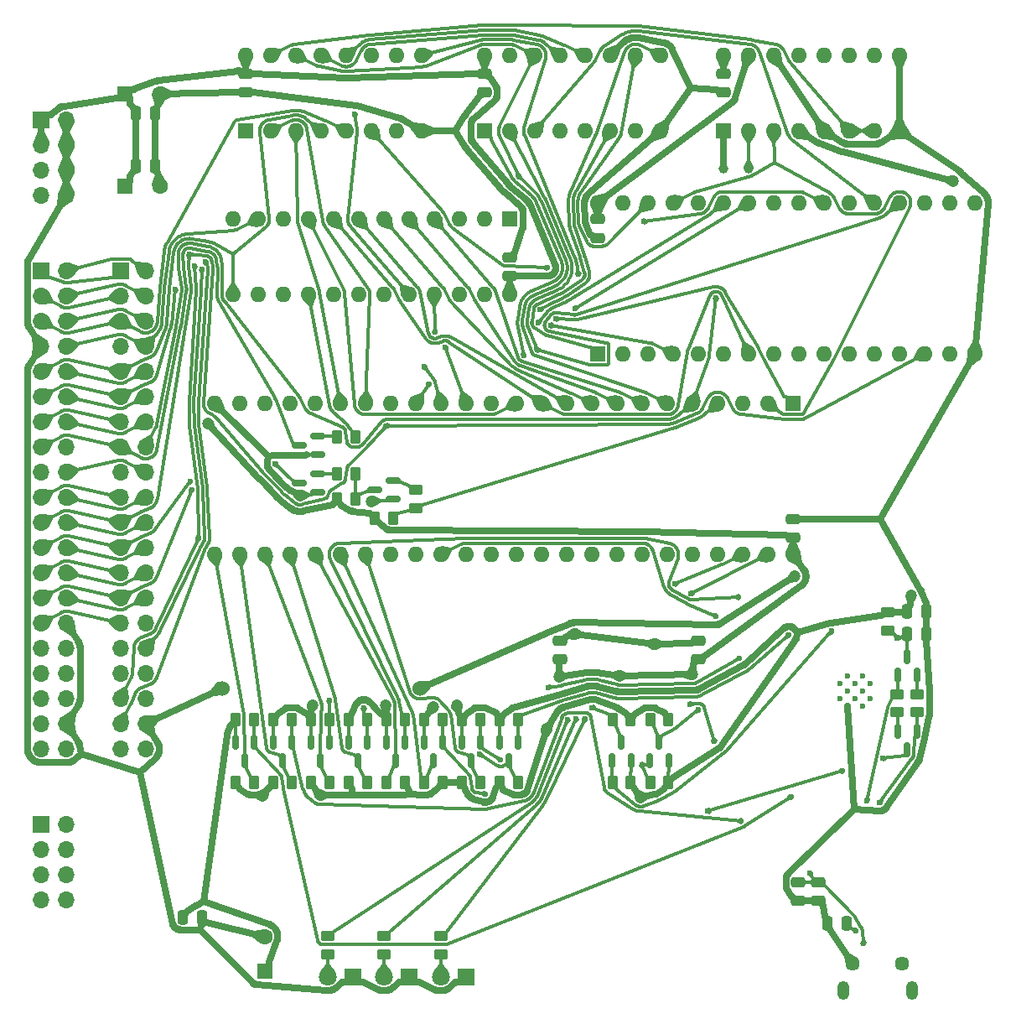
<source format=gbr>
%TF.GenerationSoftware,KiCad,Pcbnew,7.0.0-da2b9df05c~163~ubuntu22.04.1*%
%TF.CreationDate,2023-02-22T18:51:16-05:00*%
%TF.ProjectId,main,6d61696e-2e6b-4696-9361-645f70636258,rev?*%
%TF.SameCoordinates,Original*%
%TF.FileFunction,Copper,L2,Bot*%
%TF.FilePolarity,Positive*%
%FSLAX46Y46*%
G04 Gerber Fmt 4.6, Leading zero omitted, Abs format (unit mm)*
G04 Created by KiCad (PCBNEW 7.0.0-da2b9df05c~163~ubuntu22.04.1) date 2023-02-22 18:51:16*
%MOMM*%
%LPD*%
G01*
G04 APERTURE LIST*
G04 Aperture macros list*
%AMRoundRect*
0 Rectangle with rounded corners*
0 $1 Rounding radius*
0 $2 $3 $4 $5 $6 $7 $8 $9 X,Y pos of 4 corners*
0 Add a 4 corners polygon primitive as box body*
4,1,4,$2,$3,$4,$5,$6,$7,$8,$9,$2,$3,0*
0 Add four circle primitives for the rounded corners*
1,1,$1+$1,$2,$3*
1,1,$1+$1,$4,$5*
1,1,$1+$1,$6,$7*
1,1,$1+$1,$8,$9*
0 Add four rect primitives between the rounded corners*
20,1,$1+$1,$2,$3,$4,$5,0*
20,1,$1+$1,$4,$5,$6,$7,0*
20,1,$1+$1,$6,$7,$8,$9,0*
20,1,$1+$1,$8,$9,$2,$3,0*%
G04 Aperture macros list end*
%TA.AperFunction,ComponentPad*%
%ADD10R,1.700000X1.700000*%
%TD*%
%TA.AperFunction,ComponentPad*%
%ADD11O,1.700000X1.700000*%
%TD*%
%TA.AperFunction,ComponentPad*%
%ADD12R,1.600000X1.600000*%
%TD*%
%TA.AperFunction,ComponentPad*%
%ADD13C,1.600000*%
%TD*%
%TA.AperFunction,ComponentPad*%
%ADD14O,1.600000X1.600000*%
%TD*%
%TA.AperFunction,ComponentPad*%
%ADD15R,1.800000X1.800000*%
%TD*%
%TA.AperFunction,ComponentPad*%
%ADD16C,1.800000*%
%TD*%
%TA.AperFunction,ComponentPad*%
%ADD17C,1.000000*%
%TD*%
%TA.AperFunction,ComponentPad*%
%ADD18C,1.524000*%
%TD*%
%TA.AperFunction,ComponentPad*%
%ADD19O,1.200000X1.900000*%
%TD*%
%TA.AperFunction,ComponentPad*%
%ADD20C,1.450000*%
%TD*%
%TA.AperFunction,HeatsinkPad*%
%ADD21C,0.600000*%
%TD*%
%TA.AperFunction,SMDPad,CuDef*%
%ADD22RoundRect,0.250000X-0.475000X0.250000X-0.475000X-0.250000X0.475000X-0.250000X0.475000X0.250000X0*%
%TD*%
%TA.AperFunction,SMDPad,CuDef*%
%ADD23RoundRect,0.250000X0.475000X-0.250000X0.475000X0.250000X-0.475000X0.250000X-0.475000X-0.250000X0*%
%TD*%
%TA.AperFunction,SMDPad,CuDef*%
%ADD24RoundRect,0.250000X-0.250000X-0.475000X0.250000X-0.475000X0.250000X0.475000X-0.250000X0.475000X0*%
%TD*%
%TA.AperFunction,SMDPad,CuDef*%
%ADD25RoundRect,0.250000X0.262500X0.450000X-0.262500X0.450000X-0.262500X-0.450000X0.262500X-0.450000X0*%
%TD*%
%TA.AperFunction,SMDPad,CuDef*%
%ADD26RoundRect,0.250000X0.450000X-0.262500X0.450000X0.262500X-0.450000X0.262500X-0.450000X-0.262500X0*%
%TD*%
%TA.AperFunction,SMDPad,CuDef*%
%ADD27RoundRect,0.250000X0.250000X0.475000X-0.250000X0.475000X-0.250000X-0.475000X0.250000X-0.475000X0*%
%TD*%
%TA.AperFunction,SMDPad,CuDef*%
%ADD28RoundRect,0.250000X-0.450000X0.262500X-0.450000X-0.262500X0.450000X-0.262500X0.450000X0.262500X0*%
%TD*%
%TA.AperFunction,SMDPad,CuDef*%
%ADD29RoundRect,0.250000X-0.262500X-0.450000X0.262500X-0.450000X0.262500X0.450000X-0.262500X0.450000X0*%
%TD*%
%TA.AperFunction,SMDPad,CuDef*%
%ADD30RoundRect,0.150000X-0.150000X0.587500X-0.150000X-0.587500X0.150000X-0.587500X0.150000X0.587500X0*%
%TD*%
%TA.AperFunction,SMDPad,CuDef*%
%ADD31RoundRect,0.150000X0.150000X-0.587500X0.150000X0.587500X-0.150000X0.587500X-0.150000X-0.587500X0*%
%TD*%
%TA.AperFunction,SMDPad,CuDef*%
%ADD32RoundRect,0.150000X0.587500X0.150000X-0.587500X0.150000X-0.587500X-0.150000X0.587500X-0.150000X0*%
%TD*%
%TA.AperFunction,ViaPad*%
%ADD33C,0.600000*%
%TD*%
%TA.AperFunction,ViaPad*%
%ADD34C,1.200000*%
%TD*%
%TA.AperFunction,Conductor*%
%ADD35C,0.300000*%
%TD*%
%TA.AperFunction,Conductor*%
%ADD36C,0.700000*%
%TD*%
G04 APERTURE END LIST*
D10*
%TO.P,J1,1,Pin_1*%
%TO.N,unconnected-(J1-Pin_1-Pad1)*%
X22539999Y-101779999D03*
D11*
%TO.P,J1,2,Pin_2*%
%TO.N,unconnected-(J1-Pin_2-Pad2)*%
X25079999Y-101779999D03*
%TO.P,J1,3,Pin_3*%
%TO.N,unconnected-(J1-Pin_3-Pad3)*%
X22539999Y-104319999D03*
%TO.P,J1,4,Pin_4*%
%TO.N,unconnected-(J1-Pin_4-Pad4)*%
X25079999Y-104319999D03*
%TO.P,J1,5,Pin_5*%
%TO.N,unconnected-(J1-Pin_5-Pad5)*%
X22539999Y-106859999D03*
%TO.P,J1,6,Pin_6*%
%TO.N,unconnected-(J1-Pin_6-Pad6)*%
X25079999Y-106859999D03*
%TO.P,J1,7,Pin_7*%
%TO.N,unconnected-(J1-Pin_7-Pad7)*%
X22539999Y-109399999D03*
%TO.P,J1,8,Pin_8*%
%TO.N,unconnected-(J1-Pin_8-Pad8)*%
X25079999Y-109399999D03*
%TD*%
D10*
%TO.P,J5,1,Pin_1*%
%TO.N,+5V*%
X22539999Y-30599999D03*
D11*
%TO.P,J5,2,Pin_2*%
%TO.N,GND*%
X25079999Y-30599999D03*
%TO.P,J5,3,Pin_3*%
%TO.N,+5V*%
X22539999Y-33139999D03*
%TO.P,J5,4,Pin_4*%
%TO.N,GND*%
X25079999Y-33139999D03*
%TO.P,J5,5,Pin_5*%
%TO.N,unconnected-(J5-Pin_5-Pad5)*%
X22539999Y-35679999D03*
%TO.P,J5,6,Pin_6*%
%TO.N,GND*%
X25079999Y-35679999D03*
%TO.P,J5,7,Pin_7*%
%TO.N,unconnected-(J5-Pin_7-Pad7)*%
X22539999Y-38219999D03*
%TO.P,J5,8,Pin_8*%
%TO.N,GND*%
X25079999Y-38219999D03*
%TD*%
D10*
%TO.P,J2,1,~{SYSRES}*%
%TO.N,~{F_SYSRES}*%
X22539999Y-45869999D03*
D11*
%TO.P,J2,2,~{RAS}*%
%TO.N,~{F_MREQ}*%
X25079999Y-45869999D03*
%TO.P,J2,3,A10*%
%TO.N,F_A10*%
X22539999Y-48409999D03*
%TO.P,J2,4,~{EXMEM}*%
%TO.N,~{F_EXMEM}*%
X25079999Y-48409999D03*
%TO.P,J2,5,A13*%
%TO.N,F_A13*%
X22539999Y-50949999D03*
%TO.P,J2,6,A12*%
%TO.N,F_A12*%
X25079999Y-50949999D03*
%TO.P,J2,7,GND*%
%TO.N,GND*%
X22539999Y-53489999D03*
%TO.P,J2,8,A15*%
%TO.N,F_A15*%
X25079999Y-53489999D03*
%TO.P,J2,9,A14*%
%TO.N,F_A14*%
X22539999Y-56029999D03*
%TO.P,J2,10,A11*%
%TO.N,F_A11*%
X25079999Y-56029999D03*
%TO.P,J2,11,~{OUT}*%
%TO.N,~{F_OUT}*%
X22539999Y-58569999D03*
%TO.P,J2,12,A8*%
%TO.N,F_A8*%
X25079999Y-58569999D03*
%TO.P,J2,13,~{INTAK}*%
%TO.N,~{F_INTAK}*%
X22539999Y-61109999D03*
%TO.P,J2,14,~{WR}*%
%TO.N,~{F_WRITE}*%
X25079999Y-61109999D03*
%TO.P,J2,15,~{INUSE}*%
%TO.N,~{F_INUSE}*%
X22539999Y-63649999D03*
%TO.P,J2,16,~{RD}*%
%TO.N,~{F_READ}*%
X25079999Y-63649999D03*
%TO.P,J2,17,D4*%
%TO.N,F_D4*%
X22539999Y-66189999D03*
%TO.P,J2,18,A9*%
%TO.N,F_A9*%
X25079999Y-66189999D03*
%TO.P,J2,19,D7*%
%TO.N,F_D7*%
X22539999Y-68729999D03*
%TO.P,J2,20,~{IN}*%
%TO.N,~{F_IN}*%
X25079999Y-68729999D03*
%TO.P,J2,21,D1*%
%TO.N,F_D1*%
X22539999Y-71269999D03*
%TO.P,J2,22,~{INT}*%
%TO.N,~{F_INT}*%
X25079999Y-71269999D03*
%TO.P,J2,23,D6*%
%TO.N,F_D6*%
X22539999Y-73809999D03*
%TO.P,J2,24,CLK*%
%TO.N,CLK*%
X25079999Y-73809999D03*
%TO.P,J2,25,D3*%
%TO.N,F_D3*%
X22539999Y-76349999D03*
%TO.P,J2,26,A0*%
%TO.N,F_A0*%
X25079999Y-76349999D03*
%TO.P,J2,27,D5*%
%TO.N,F_D5*%
X22539999Y-78889999D03*
%TO.P,J2,28,A1*%
%TO.N,F_A1*%
X25079999Y-78889999D03*
%TO.P,J2,29,D0*%
%TO.N,F_D0*%
X22539999Y-81429999D03*
%TO.P,J2,30,GND*%
%TO.N,GND*%
X25079999Y-81429999D03*
%TO.P,J2,31,D2*%
%TO.N,F_D2*%
X22539999Y-83969999D03*
%TO.P,J2,32,A4*%
%TO.N,F_A4*%
X25079999Y-83969999D03*
%TO.P,J2,33,A3*%
%TO.N,F_A3*%
X22539999Y-86509999D03*
%TO.P,J2,34,~{WAIT}*%
%TO.N,~{F_WAIT}*%
X25079999Y-86509999D03*
%TO.P,J2,35,A7*%
%TO.N,F_A7*%
X22539999Y-89049999D03*
%TO.P,J2,36,A5*%
%TO.N,F_A5*%
X25079999Y-89049999D03*
%TO.P,J2,37,A6*%
%TO.N,F_A6*%
X22539999Y-91589999D03*
%TO.P,J2,38,GND*%
%TO.N,GND*%
X25079999Y-91589999D03*
%TO.P,J2,39,A2*%
%TO.N,F_A2*%
X22539999Y-94129999D03*
%TO.P,J2,40,+5V*%
%TO.N,+5V*%
X25079999Y-94129999D03*
%TD*%
D10*
%TO.P,J3,1,~{SYSRES}*%
%TO.N,~{F_SYSRES}*%
X30539999Y-45869999D03*
D11*
%TO.P,J3,2,~{RAS}*%
%TO.N,~{F_MREQ}*%
X33079999Y-45869999D03*
%TO.P,J3,3,A10*%
%TO.N,F_A10*%
X30539999Y-48409999D03*
%TO.P,J3,4,~{EXMEM}*%
%TO.N,~{F_EXMEM}*%
X33079999Y-48409999D03*
%TO.P,J3,5,A13*%
%TO.N,F_A13*%
X30539999Y-50949999D03*
%TO.P,J3,6,A12*%
%TO.N,F_A12*%
X33079999Y-50949999D03*
%TO.P,J3,7,GND*%
%TO.N,GND*%
X30539999Y-53489999D03*
%TO.P,J3,8,A15*%
%TO.N,F_A15*%
X33079999Y-53489999D03*
%TO.P,J3,9,A14*%
%TO.N,F_A14*%
X30539999Y-56029999D03*
%TO.P,J3,10,A11*%
%TO.N,F_A11*%
X33079999Y-56029999D03*
%TO.P,J3,11,~{OUT}*%
%TO.N,~{F_OUT}*%
X30539999Y-58569999D03*
%TO.P,J3,12,A8*%
%TO.N,F_A8*%
X33079999Y-58569999D03*
%TO.P,J3,13,~{INTAK}*%
%TO.N,~{F_INTAK}*%
X30539999Y-61109999D03*
%TO.P,J3,14,~{WR}*%
%TO.N,~{F_WRITE}*%
X33079999Y-61109999D03*
%TO.P,J3,15,~{INUSE}*%
%TO.N,~{F_INUSE}*%
X30539999Y-63649999D03*
%TO.P,J3,16,~{RD}*%
%TO.N,~{F_READ}*%
X33079999Y-63649999D03*
%TO.P,J3,17,D4*%
%TO.N,F_D4*%
X30539999Y-66189999D03*
%TO.P,J3,18,A9*%
%TO.N,F_A9*%
X33079999Y-66189999D03*
%TO.P,J3,19,D7*%
%TO.N,F_D7*%
X30539999Y-68729999D03*
%TO.P,J3,20,~{IN}*%
%TO.N,~{F_IN}*%
X33079999Y-68729999D03*
%TO.P,J3,21,D1*%
%TO.N,F_D1*%
X30539999Y-71269999D03*
%TO.P,J3,22,~{INT}*%
%TO.N,~{F_INT}*%
X33079999Y-71269999D03*
%TO.P,J3,23,D6*%
%TO.N,F_D6*%
X30539999Y-73809999D03*
%TO.P,J3,24,CLK*%
%TO.N,CLK*%
X33079999Y-73809999D03*
%TO.P,J3,25,D3*%
%TO.N,F_D3*%
X30539999Y-76349999D03*
%TO.P,J3,26,A0*%
%TO.N,F_A0*%
X33079999Y-76349999D03*
%TO.P,J3,27,D5*%
%TO.N,F_D5*%
X30539999Y-78889999D03*
%TO.P,J3,28,A1*%
%TO.N,F_A1*%
X33079999Y-78889999D03*
%TO.P,J3,29,D0*%
%TO.N,F_D0*%
X30539999Y-81429999D03*
%TO.P,J3,30,GND*%
%TO.N,GND*%
X33079999Y-81429999D03*
%TO.P,J3,31,D2*%
%TO.N,F_D2*%
X30539999Y-83969999D03*
%TO.P,J3,32,A4*%
%TO.N,F_A4*%
X33079999Y-83969999D03*
%TO.P,J3,33,A3*%
%TO.N,F_A3*%
X30539999Y-86509999D03*
%TO.P,J3,34,~{WAIT}*%
%TO.N,~{F_WAIT}*%
X33079999Y-86509999D03*
%TO.P,J3,35,A7*%
%TO.N,F_A7*%
X30539999Y-89049999D03*
%TO.P,J3,36,A5*%
%TO.N,F_A5*%
X33079999Y-89049999D03*
%TO.P,J3,37,A6*%
%TO.N,F_A6*%
X30539999Y-91589999D03*
%TO.P,J3,38,GND*%
%TO.N,GND*%
X33079999Y-91589999D03*
%TO.P,J3,39,A2*%
%TO.N,F_A2*%
X30539999Y-94129999D03*
%TO.P,J3,40,+5V*%
%TO.N,+5V*%
X33079999Y-94129999D03*
%TD*%
D12*
%TO.P,C4,1*%
%TO.N,+5V*%
X30999999Y-27999999D03*
D13*
%TO.P,C4,2*%
%TO.N,GND*%
X34500000Y-28000000D03*
%TD*%
D12*
%TO.P,C1,1*%
%TO.N,+5V*%
X30999999Y-37299999D03*
D13*
%TO.P,C1,2*%
%TO.N,GND*%
X34500000Y-37300000D03*
%TD*%
D12*
%TO.P,U2,1,X1*%
%TO.N,Net-(U2-X1)*%
X91439999Y-31749999D03*
D14*
%TO.P,U2,2,X2*%
%TO.N,Net-(U2-X2)*%
X93979999Y-31749999D03*
%TO.P,U2,3,~{WE}*%
%TO.N,~{F_WRITE}*%
X96519999Y-31749999D03*
%TO.P,U2,4,BAT1*%
%TO.N,Net-(BT1-+)*%
X99059999Y-31749999D03*
%TO.P,U2,5,GND*%
%TO.N,GND*%
X101599999Y-31749999D03*
%TO.P,U2,6,D*%
%TO.N,F_D0*%
X104139999Y-31749999D03*
%TO.P,U2,7,Q*%
X106679999Y-31749999D03*
%TO.P,U2,8,GND*%
%TO.N,GND*%
X109219999Y-31749999D03*
%TO.P,U2,9,ROM~{RAM}*%
X109219999Y-24129999D03*
%TO.P,U2,10,~{CEO}*%
%TO.N,Net-(U2-~{CEO})*%
X106679999Y-24129999D03*
%TO.P,U2,11,~{CEI}*%
%TO.N,Net-(U2-~{CEI})*%
X104139999Y-24129999D03*
%TO.P,U2,12,~{OE}*%
%TO.N,~{F_READ}*%
X101599999Y-24129999D03*
%TO.P,U2,13,~{RST}*%
%TO.N,~{F_SYSRES}*%
X99059999Y-24129999D03*
%TO.P,U2,14,BAT2*%
%TO.N,GND*%
X96519999Y-24129999D03*
%TO.P,U2,15,VCC0*%
%TO.N,Net-(U2-VCC0)*%
X93979999Y-24129999D03*
%TO.P,U2,16,VCC1*%
%TO.N,+5V*%
X91439999Y-24129999D03*
%TD*%
D12*
%TO.P,C9,1*%
%TO.N,+3V3*%
X45084999Y-116587699D03*
D13*
%TO.P,C9,2*%
%TO.N,GND*%
X45085000Y-113087700D03*
%TD*%
D15*
%TO.P,D1,1,K*%
%TO.N,GND*%
X65409999Y-117117499D03*
D16*
%TO.P,D1,2,A*%
%TO.N,Net-(D1-A)*%
X62870000Y-117117500D03*
%TD*%
D12*
%TO.P,U5,1,~{CE}l*%
%TO.N,Net-(U5-~{CE}l)*%
X98469999Y-59249999D03*
D14*
%TO.P,U5,2,R~{W}l*%
%TO.N,~{F_WRITE}*%
X95929999Y-59249999D03*
%TO.P,U5,3,~{BUSY}l*%
%TO.N,unconnected-(U5-~{BUSY}l-Pad3)*%
X93389999Y-59249999D03*
%TO.P,U5,4,~{INT}l*%
%TO.N,Net-(U5-~{INT}l)*%
X90849999Y-59249999D03*
%TO.P,U5,5,~{OE}l*%
%TO.N,~{F_READ}*%
X88309999Y-59249999D03*
%TO.P,U5,6,A0l*%
%TO.N,F_A0*%
X85769999Y-59249999D03*
%TO.P,U5,7,A1l*%
%TO.N,F_A1*%
X83229999Y-59249999D03*
%TO.P,U5,8,A2l*%
%TO.N,F_A2*%
X80689999Y-59249999D03*
%TO.P,U5,9,A3l*%
%TO.N,F_A3*%
X78149999Y-59249999D03*
%TO.P,U5,10,A4r*%
%TO.N,F_A4*%
X75609999Y-59249999D03*
%TO.P,U5,11,A5l*%
%TO.N,F_A5*%
X73069999Y-59249999D03*
%TO.P,U5,12,A6l*%
%TO.N,F_A6*%
X70529999Y-59249999D03*
%TO.P,U5,13,A7l*%
%TO.N,F_A7*%
X67989999Y-59249999D03*
%TO.P,U5,14,A8l*%
%TO.N,F_A8*%
X65449999Y-59249999D03*
%TO.P,U5,15,A9l*%
%TO.N,F_A9*%
X62909999Y-59249999D03*
%TO.P,U5,16,D0l*%
%TO.N,F_D0*%
X60369999Y-59249999D03*
%TO.P,U5,17,D1l*%
%TO.N,F_D1*%
X57829999Y-59249999D03*
%TO.P,U5,18,D2l*%
%TO.N,F_D2*%
X55289999Y-59249999D03*
%TO.P,U5,19,D3l*%
%TO.N,F_D3*%
X52749999Y-59249999D03*
%TO.P,U5,20,D4l*%
%TO.N,F_D4*%
X50209999Y-59249999D03*
%TO.P,U5,21,D5l*%
%TO.N,F_D5*%
X47669999Y-59249999D03*
%TO.P,U5,22,D6l*%
%TO.N,F_D6*%
X45129999Y-59249999D03*
%TO.P,U5,23,D7l*%
%TO.N,F_D7*%
X42589999Y-59249999D03*
%TO.P,U5,24,GND*%
%TO.N,GND*%
X40049999Y-59249999D03*
%TO.P,U5,25,D0r*%
%TO.N,AD0*%
X40049999Y-74489999D03*
%TO.P,U5,26,D1r*%
%TO.N,AD1*%
X42589999Y-74489999D03*
%TO.P,U5,27,D2r*%
%TO.N,AD2*%
X45129999Y-74489999D03*
%TO.P,U5,28,D3r*%
%TO.N,AD3*%
X47669999Y-74489999D03*
%TO.P,U5,29,D4r*%
%TO.N,AD4*%
X50209999Y-74489999D03*
%TO.P,U5,30,D5r*%
%TO.N,AD5*%
X52749999Y-74489999D03*
%TO.P,U5,31,D6r*%
%TO.N,AD6*%
X55289999Y-74489999D03*
%TO.P,U5,32,D7r*%
%TO.N,AD7*%
X57829999Y-74489999D03*
%TO.P,U5,33,A9r*%
%TO.N,AA9*%
X60369999Y-74489999D03*
%TO.P,U5,34,A8r*%
%TO.N,AA8*%
X62909999Y-74489999D03*
%TO.P,U5,35,A7r*%
%TO.N,AA7*%
X65449999Y-74489999D03*
%TO.P,U5,36,A6r*%
%TO.N,AA6*%
X67989999Y-74489999D03*
%TO.P,U5,37,A5r*%
%TO.N,AA5*%
X70529999Y-74489999D03*
%TO.P,U5,38,A4r*%
%TO.N,AA4*%
X73069999Y-74489999D03*
%TO.P,U5,39,A3r*%
%TO.N,AA3*%
X75609999Y-74489999D03*
%TO.P,U5,40,A2r*%
%TO.N,AA2*%
X78149999Y-74489999D03*
%TO.P,U5,41,A1r*%
%TO.N,AA1*%
X80689999Y-74489999D03*
%TO.P,U5,42,A0r*%
%TO.N,AA0*%
X83229999Y-74489999D03*
%TO.P,U5,43,~{OE}r*%
%TO.N,AOE*%
X85769999Y-74489999D03*
%TO.P,U5,44,~{INT}r*%
%TO.N,AINT*%
X88309999Y-74489999D03*
%TO.P,U5,45,~{BUSY}r*%
%TO.N,ABUSY*%
X90849999Y-74489999D03*
%TO.P,U5,46,R~{W}r*%
%TO.N,ARW*%
X93389999Y-74489999D03*
%TO.P,U5,47,~{CE}r*%
%TO.N,ACE*%
X95929999Y-74489999D03*
%TO.P,U5,48,VCC*%
%TO.N,+5V*%
X98469999Y-74489999D03*
%TD*%
D15*
%TO.P,D2,1,K*%
%TO.N,GND*%
X59689999Y-117117499D03*
D16*
%TO.P,D2,2,A*%
%TO.N,Net-(D2-A)*%
X57150000Y-117117500D03*
%TD*%
D17*
%TO.P,Y1,1,1*%
%TO.N,Net-(U2-X2)*%
X93970000Y-35500000D03*
%TO.P,Y1,2,2*%
%TO.N,Net-(U2-X1)*%
X91430000Y-35500000D03*
%TD*%
D12*
%TO.P,U7,1,D2*%
%TO.N,F_D5*%
X67309999Y-31749999D03*
D14*
%TO.P,U7,2,D3*%
%TO.N,F_D6*%
X69849999Y-31749999D03*
%TO.P,U7,3,D4*%
%TO.N,F_D7*%
X72389999Y-31749999D03*
%TO.P,U7,4,Rb*%
%TO.N,F_A14*%
X74929999Y-31749999D03*
%TO.P,U7,5,Ra*%
%TO.N,F_A13*%
X77469999Y-31749999D03*
%TO.P,U7,6,Q4*%
%TO.N,~{EN_EXTRA}*%
X80009999Y-31749999D03*
%TO.P,U7,7,Q3*%
%TO.N,unconnected-(U7-Q3-Pad7)*%
X82549999Y-31749999D03*
%TO.P,U7,8,GND*%
%TO.N,GND*%
X85089999Y-31749999D03*
%TO.P,U7,9,Q2*%
%TO.N,S5*%
X85089999Y-24129999D03*
%TO.P,U7,10,Q1*%
%TO.N,S4*%
X82549999Y-24129999D03*
%TO.P,U7,11,~{RD}*%
%TO.N,GND*%
X80009999Y-24129999D03*
%TO.P,U7,12,~{WR}*%
%TO.N,Net-(U3-~{WR})*%
X77469999Y-24129999D03*
%TO.P,U7,13,Wb*%
%TO.N,F_A1*%
X74929999Y-24129999D03*
%TO.P,U7,14,Wa*%
%TO.N,F_A0*%
X72389999Y-24129999D03*
%TO.P,U7,15,D1*%
%TO.N,F_D4*%
X69849999Y-24129999D03*
%TO.P,U7,16,VCC*%
%TO.N,+5V*%
X67309999Y-24129999D03*
%TD*%
D18*
%TO.P,BT1,1,+*%
%TO.N,Net-(BT1-+)*%
X60800000Y-88000000D03*
%TO.P,BT1,2,-*%
%TO.N,GND*%
X40800000Y-88000000D03*
%TD*%
D12*
%TO.P,U6,1,A18*%
%TO.N,S5*%
X78739999Y-54239999D03*
D14*
%TO.P,U6,2,A16*%
%TO.N,S3*%
X81279999Y-54239999D03*
%TO.P,U6,3,A14*%
%TO.N,S1*%
X83819999Y-54239999D03*
%TO.P,U6,4,A12*%
%TO.N,F_A12*%
X86359999Y-54239999D03*
%TO.P,U6,5,A7*%
%TO.N,F_A7*%
X88899999Y-54239999D03*
%TO.P,U6,6,A6*%
%TO.N,F_A6*%
X91439999Y-54239999D03*
%TO.P,U6,7,A5*%
%TO.N,F_A5*%
X93979999Y-54239999D03*
%TO.P,U6,8,A4*%
%TO.N,F_A4*%
X96519999Y-54239999D03*
%TO.P,U6,9,A3*%
%TO.N,F_A3*%
X99059999Y-54239999D03*
%TO.P,U6,10,A2*%
%TO.N,F_A2*%
X101599999Y-54239999D03*
%TO.P,U6,11,A1*%
%TO.N,F_A1*%
X104139999Y-54239999D03*
%TO.P,U6,12,A0*%
%TO.N,F_A0*%
X106679999Y-54239999D03*
%TO.P,U6,13,D0*%
%TO.N,F_D0*%
X109219999Y-54239999D03*
%TO.P,U6,14,D1*%
%TO.N,F_D1*%
X111759999Y-54239999D03*
%TO.P,U6,15,D2*%
%TO.N,F_D2*%
X114299999Y-54239999D03*
%TO.P,U6,16,GND*%
%TO.N,GND*%
X116839999Y-54239999D03*
%TO.P,U6,17,D3*%
%TO.N,F_D3*%
X116839999Y-38999999D03*
%TO.P,U6,18,D4*%
%TO.N,F_D4*%
X114299999Y-38999999D03*
%TO.P,U6,19,D5*%
%TO.N,F_D5*%
X111759999Y-38999999D03*
%TO.P,U6,20,D6*%
%TO.N,F_D6*%
X109219999Y-38999999D03*
%TO.P,U6,21,D7*%
%TO.N,F_D7*%
X106679999Y-38999999D03*
%TO.P,U6,22,~{CE}*%
%TO.N,Net-(U2-~{CEO})*%
X104139999Y-38999999D03*
%TO.P,U6,23,A10*%
%TO.N,F_A10*%
X101599999Y-38999999D03*
%TO.P,U6,24,~{OE}*%
%TO.N,~{F_READ}*%
X99059999Y-38999999D03*
%TO.P,U6,25,A11*%
%TO.N,F_A11*%
X96519999Y-38999999D03*
%TO.P,U6,26,A9*%
%TO.N,F_A9*%
X93979999Y-38999999D03*
%TO.P,U6,27,A8*%
%TO.N,F_A8*%
X91439999Y-38999999D03*
%TO.P,U6,28,A13*%
%TO.N,S0*%
X88899999Y-38999999D03*
%TO.P,U6,29,~{WE}*%
%TO.N,~{F_WRITE}*%
X86359999Y-38999999D03*
%TO.P,U6,30,A17*%
%TO.N,S4*%
X83819999Y-38999999D03*
%TO.P,U6,31,A15*%
%TO.N,S2*%
X81279999Y-38999999D03*
%TO.P,U6,32,VCC*%
%TO.N,Net-(U2-VCC0)*%
X78739999Y-38999999D03*
%TD*%
D12*
%TO.P,U8,1,1*%
%TO.N,~{F_OUT}*%
X69849999Y-40639999D03*
D14*
%TO.P,U8,2,2*%
%TO.N,~{F_MREQ}*%
X67309999Y-40639999D03*
%TO.P,U8,3,3*%
%TO.N,F_A0*%
X64769999Y-40639999D03*
%TO.P,U8,4,4*%
%TO.N,F_A1*%
X62229999Y-40639999D03*
%TO.P,U8,5,5*%
%TO.N,F_A2*%
X59689999Y-40639999D03*
%TO.P,U8,6,6*%
%TO.N,F_A3*%
X57149999Y-40639999D03*
%TO.P,U8,7,7*%
%TO.N,F_A4*%
X54609999Y-40639999D03*
%TO.P,U8,8,8*%
%TO.N,F_A5*%
X52069999Y-40639999D03*
%TO.P,U8,9,9*%
%TO.N,F_A6*%
X49529999Y-40639999D03*
%TO.P,U8,10,10*%
%TO.N,F_A7*%
X46989999Y-40639999D03*
%TO.P,U8,11,11*%
%TO.N,F_A15*%
X44449999Y-40639999D03*
%TO.P,U8,12,GND*%
%TO.N,GND*%
X41909999Y-40639999D03*
%TO.P,U8,13,13*%
%TO.N,F_A14*%
X41909999Y-48259999D03*
%TO.P,U8,14,8_14*%
%TO.N,F_A13*%
X44449999Y-48259999D03*
%TO.P,U8,15,10_15*%
%TO.N,F_A12*%
X46989999Y-48259999D03*
%TO.P,U8,16,12_16*%
%TO.N,Net-(U8-12_16)*%
X49529999Y-48259999D03*
%TO.P,U8,17,14_17*%
%TO.N,~{EN_EXTRA}*%
X52069999Y-48259999D03*
%TO.P,U8,18,16_18*%
%TO.N,Net-(U5-~{CE}l)*%
X54609999Y-48259999D03*
%TO.P,U8,19,16_19*%
%TO.N,Net-(U2-~{CEI})*%
X57149999Y-48259999D03*
%TO.P,U8,20,14_20*%
%TO.N,Net-(U3-~{WR})*%
X59689999Y-48259999D03*
%TO.P,U8,21,12_21*%
%TO.N,F_A11*%
X62229999Y-48259999D03*
%TO.P,U8,22,10_22*%
%TO.N,F_A10*%
X64769999Y-48259999D03*
%TO.P,U8,23,8_23*%
%TO.N,~{F_EXMEM}*%
X67309999Y-48259999D03*
%TO.P,U8,24,VCC*%
%TO.N,+5V*%
X69849999Y-48259999D03*
%TD*%
D19*
%TO.P,J7,6,Shield*%
%TO.N,GND*%
X103499999Y-118487499D03*
D20*
X104500000Y-115787500D03*
X109500000Y-115787500D03*
D19*
X110499999Y-118487499D03*
%TD*%
D21*
%TO.P,U4,39,GND*%
%TO.N,GND*%
X105487500Y-86750000D03*
X103962500Y-86750000D03*
X106250000Y-87512500D03*
X104725000Y-87512500D03*
X103200000Y-87512500D03*
X105487500Y-88275000D03*
X103962500Y-88275000D03*
X106250000Y-89037500D03*
X104725000Y-89037500D03*
X103200000Y-89037500D03*
X105487500Y-89800000D03*
X103962500Y-89800000D03*
%TD*%
D12*
%TO.P,U3,1,D2*%
%TO.N,F_D1*%
X43179999Y-31749999D03*
D14*
%TO.P,U3,2,D3*%
%TO.N,F_D2*%
X45719999Y-31749999D03*
%TO.P,U3,3,D4*%
%TO.N,F_D3*%
X48259999Y-31749999D03*
%TO.P,U3,4,Rb*%
%TO.N,F_A14*%
X50799999Y-31749999D03*
%TO.P,U3,5,Ra*%
%TO.N,F_A13*%
X53339999Y-31749999D03*
%TO.P,U3,6,Q4*%
%TO.N,S3*%
X55879999Y-31749999D03*
%TO.P,U3,7,Q3*%
%TO.N,S2*%
X58419999Y-31749999D03*
%TO.P,U3,8,GND*%
%TO.N,GND*%
X60959999Y-31749999D03*
%TO.P,U3,9,Q2*%
%TO.N,S1*%
X60959999Y-24129999D03*
%TO.P,U3,10,Q1*%
%TO.N,S0*%
X58419999Y-24129999D03*
%TO.P,U3,11,~{RD}*%
%TO.N,GND*%
X55879999Y-24129999D03*
%TO.P,U3,12,~{WR}*%
%TO.N,Net-(U3-~{WR})*%
X53339999Y-24129999D03*
%TO.P,U3,13,Wb*%
%TO.N,F_A1*%
X50799999Y-24129999D03*
%TO.P,U3,14,Wa*%
%TO.N,F_A0*%
X48259999Y-24129999D03*
%TO.P,U3,15,D1*%
%TO.N,F_D0*%
X45719999Y-24129999D03*
%TO.P,U3,16,VCC*%
%TO.N,+5V*%
X43179999Y-24129999D03*
%TD*%
D15*
%TO.P,D3,1,K*%
%TO.N,GND*%
X53979999Y-117117499D03*
D16*
%TO.P,D3,2,A*%
%TO.N,Net-(D3-A)*%
X51440000Y-117117500D03*
%TD*%
D22*
%TO.P,C12,1*%
%TO.N,+5V*%
X91440000Y-25974000D03*
%TO.P,C12,2*%
%TO.N,GND*%
X91440000Y-27874000D03*
%TD*%
D23*
%TO.P,C13,1*%
%TO.N,+5V*%
X98425000Y-72832000D03*
%TO.P,C13,2*%
%TO.N,GND*%
X98425000Y-70932000D03*
%TD*%
%TO.P,C14,1*%
%TO.N,+5V*%
X88900000Y-85090000D03*
%TO.P,C14,2*%
%TO.N,GND*%
X88900000Y-83190000D03*
%TD*%
%TO.P,C18,1*%
%TO.N,+5V*%
X74930000Y-85090000D03*
%TO.P,C18,2*%
%TO.N,GND*%
X74930000Y-83190000D03*
%TD*%
D24*
%TO.P,C2,1*%
%TO.N,+5V*%
X32103900Y-29933000D03*
%TO.P,C2,2*%
%TO.N,GND*%
X34003900Y-29933000D03*
%TD*%
%TO.P,C3,1*%
%TO.N,+5V*%
X32103900Y-35287200D03*
%TO.P,C3,2*%
%TO.N,GND*%
X34003900Y-35287200D03*
%TD*%
D25*
%TO.P,R19,1*%
%TO.N,Net-(U8-12_16)*%
X54256500Y-62611000D03*
%TO.P,R19,2*%
%TO.N,Net-(Q9-G)*%
X52431500Y-62611000D03*
%TD*%
%TO.P,R14,1*%
%TO.N,Net-(Q8-D)*%
X54252500Y-68900000D03*
%TO.P,R14,2*%
%TO.N,+5V*%
X52427500Y-68900000D03*
%TD*%
%TO.P,R15,1*%
%TO.N,Net-(Q8-D)*%
X54252500Y-66360000D03*
%TO.P,R15,2*%
%TO.N,Net-(Q6-G)*%
X52427500Y-66360000D03*
%TD*%
D26*
%TO.P,R18,1*%
%TO.N,Net-(U5-~{INT}l)*%
X60325000Y-69812500D03*
%TO.P,R18,2*%
%TO.N,Net-(Q8-G)*%
X60325000Y-67987500D03*
%TD*%
D24*
%TO.P,C19,1*%
%TO.N,A_RESET*%
X110000000Y-82500000D03*
%TO.P,C19,2*%
%TO.N,GND*%
X111900000Y-82500000D03*
%TD*%
D26*
%TO.P,R11,1*%
%TO.N,A_RESET*%
X108000000Y-82162500D03*
%TO.P,R11,2*%
%TO.N,+3V3*%
X108000000Y-80337500D03*
%TD*%
D27*
%TO.P,C6,1*%
%TO.N,GND*%
X38730000Y-111125000D03*
%TO.P,C6,2*%
%TO.N,+3V3*%
X36830000Y-111125000D03*
%TD*%
%TO.P,C8,1*%
%TO.N,GND*%
X111900000Y-80250000D03*
%TO.P,C8,2*%
%TO.N,+3V3*%
X110000000Y-80250000D03*
%TD*%
D26*
%TO.P,R12,1*%
%TO.N,Net-(Q7-E)*%
X111000000Y-90412500D03*
%TO.P,R12,2*%
%TO.N,Net-(Q10-B)*%
X111000000Y-88587500D03*
%TD*%
D28*
%TO.P,R13,1*%
%TO.N,Net-(Q10-E)*%
X109000000Y-88587500D03*
%TO.P,R13,2*%
%TO.N,Net-(Q7-B)*%
X109000000Y-90412500D03*
%TD*%
D29*
%TO.P,R17,1*%
%TO.N,+3V3*%
X53594000Y-91186000D03*
%TO.P,R17,2*%
%TO.N,BD3*%
X55419000Y-91186000D03*
%TD*%
D22*
%TO.P,C15,1*%
%TO.N,Net-(J7-VBUS)*%
X99000000Y-107550000D03*
%TO.P,C15,2*%
%TO.N,GND*%
X99000000Y-109450000D03*
%TD*%
D27*
%TO.P,C17,1*%
%TO.N,Net-(U9-V3)*%
X103860000Y-111760000D03*
%TO.P,C17,2*%
%TO.N,GND*%
X101960000Y-111760000D03*
%TD*%
D22*
%TO.P,C16,1*%
%TO.N,Net-(J7-VBUS)*%
X101000000Y-107550000D03*
%TO.P,C16,2*%
%TO.N,GND*%
X101000000Y-109450000D03*
%TD*%
D23*
%TO.P,C20,1*%
%TO.N,+5V*%
X69850000Y-46416000D03*
%TO.P,C20,2*%
%TO.N,GND*%
X69850000Y-44516000D03*
%TD*%
D22*
%TO.P,C22,1*%
%TO.N,+5V*%
X43180000Y-25974000D03*
%TO.P,C22,2*%
%TO.N,GND*%
X43180000Y-27874000D03*
%TD*%
%TO.P,C24,1*%
%TO.N,+5V*%
X67310000Y-25974000D03*
%TO.P,C24,2*%
%TO.N,GND*%
X67310000Y-27874000D03*
%TD*%
D25*
%TO.P,R20,1*%
%TO.N,Net-(U5-~{INT}l)*%
X58062500Y-70805000D03*
%TO.P,R20,2*%
%TO.N,+5V*%
X56237500Y-70805000D03*
%TD*%
D30*
%TO.P,Q2,1,G*%
%TO.N,+3V3*%
X42126500Y-93423500D03*
%TO.P,Q2,2,S*%
%TO.N,BD0*%
X44026500Y-93423500D03*
%TO.P,Q2,3,D*%
%TO.N,AD0*%
X43076500Y-95298500D03*
%TD*%
D29*
%TO.P,R24,1*%
%TO.N,+5V*%
X68834000Y-97536000D03*
%TO.P,R24,2*%
%TO.N,AD7*%
X70659000Y-97536000D03*
%TD*%
D31*
%TO.P,Q10,1,B*%
%TO.N,Net-(Q10-B)*%
X110950000Y-86687500D03*
%TO.P,Q10,2,E*%
%TO.N,Net-(Q10-E)*%
X109050000Y-86687500D03*
%TO.P,Q10,3,C*%
%TO.N,A_RESET*%
X110000000Y-84812500D03*
%TD*%
D32*
%TO.P,Q9,1,G*%
%TO.N,Net-(Q9-G)*%
X50467500Y-62550000D03*
%TO.P,Q9,2,S*%
%TO.N,GND*%
X50467500Y-64450000D03*
%TO.P,Q9,3,D*%
%TO.N,~{F_INUSE}*%
X48592500Y-63500000D03*
%TD*%
D31*
%TO.P,Q5,1,G*%
%TO.N,+3V3*%
X85889500Y-95298500D03*
%TO.P,Q5,2,S*%
%TO.N,BBUSY*%
X83989500Y-95298500D03*
%TO.P,Q5,3,D*%
%TO.N,ABUSY*%
X84939500Y-93423500D03*
%TD*%
D30*
%TO.P,Q7,1,B*%
%TO.N,Net-(Q7-B)*%
X109050000Y-92312500D03*
%TO.P,Q7,2,E*%
%TO.N,Net-(Q7-E)*%
X110950000Y-92312500D03*
%TO.P,Q7,3,C*%
%TO.N,A_GPIO0*%
X110000000Y-94187500D03*
%TD*%
D29*
%TO.P,R3,1*%
%TO.N,+5V*%
X42164000Y-97536000D03*
%TO.P,R3,2*%
%TO.N,AD0*%
X43989000Y-97536000D03*
%TD*%
D25*
%TO.P,R1,1*%
%TO.N,+5V*%
X82042000Y-91186000D03*
%TO.P,R1,2*%
%TO.N,AINT*%
X80217000Y-91186000D03*
%TD*%
D30*
%TO.P,Q3,1,G*%
%TO.N,+3V3*%
X45936500Y-93423500D03*
%TO.P,Q3,2,S*%
%TO.N,BD1*%
X47836500Y-93423500D03*
%TO.P,Q3,3,D*%
%TO.N,AD1*%
X46886500Y-95298500D03*
%TD*%
D25*
%TO.P,R2,1*%
%TO.N,+3V3*%
X82042000Y-97536000D03*
%TO.P,R2,2*%
%TO.N,BINT*%
X80217000Y-97536000D03*
%TD*%
D30*
%TO.P,Q12,3,D*%
%TO.N,AD4*%
X58316500Y-95298500D03*
%TO.P,Q12,2,S*%
%TO.N,BD4*%
X59266500Y-93423500D03*
%TO.P,Q12,1,G*%
%TO.N,+3V3*%
X57366500Y-93423500D03*
%TD*%
D28*
%TO.P,R31,1*%
%TO.N,Net-(U10-QH)*%
X51435000Y-113030000D03*
%TO.P,R31,2*%
%TO.N,Net-(D3-A)*%
X51435000Y-114855000D03*
%TD*%
D25*
%TO.P,R22,1*%
%TO.N,+5V*%
X63039000Y-97536000D03*
%TO.P,R22,2*%
%TO.N,AD5*%
X61214000Y-97536000D03*
%TD*%
D30*
%TO.P,Q11,1,G*%
%TO.N,+3V3*%
X53556500Y-93423500D03*
%TO.P,Q11,2,S*%
%TO.N,BD3*%
X55456500Y-93423500D03*
%TO.P,Q11,3,D*%
%TO.N,AD3*%
X54506500Y-95298500D03*
%TD*%
D25*
%TO.P,R9,1*%
%TO.N,+3V3*%
X85852000Y-97536000D03*
%TO.P,R9,2*%
%TO.N,BBUSY*%
X84027000Y-97536000D03*
%TD*%
D29*
%TO.P,R6,1*%
%TO.N,+3V3*%
X45974000Y-91186000D03*
%TO.P,R6,2*%
%TO.N,BD1*%
X47799000Y-91186000D03*
%TD*%
D25*
%TO.P,R21,1*%
%TO.N,+5V*%
X59229000Y-97536000D03*
%TO.P,R21,2*%
%TO.N,AD4*%
X57404000Y-97536000D03*
%TD*%
D29*
%TO.P,R16,1*%
%TO.N,+3V3*%
X49784000Y-91186000D03*
%TO.P,R16,2*%
%TO.N,BD2*%
X51609000Y-91186000D03*
%TD*%
%TO.P,R25,1*%
%TO.N,+3V3*%
X57404000Y-91186000D03*
%TO.P,R25,2*%
%TO.N,BD4*%
X59229000Y-91186000D03*
%TD*%
%TO.P,R28,1*%
%TO.N,+3V3*%
X68834000Y-91186000D03*
%TO.P,R28,2*%
%TO.N,BD7*%
X70659000Y-91186000D03*
%TD*%
D28*
%TO.P,R30,1*%
%TO.N,Net-(U10-QG)*%
X57150000Y-113030000D03*
%TO.P,R30,2*%
%TO.N,Net-(D2-A)*%
X57150000Y-114855000D03*
%TD*%
D22*
%TO.P,C10,1*%
%TO.N,Net-(U2-VCC0)*%
X78740000Y-40645000D03*
%TO.P,C10,2*%
%TO.N,GND*%
X78740000Y-42545000D03*
%TD*%
D29*
%TO.P,R27,1*%
%TO.N,+3V3*%
X65024000Y-91186000D03*
%TO.P,R27,2*%
%TO.N,BD6*%
X66849000Y-91186000D03*
%TD*%
D30*
%TO.P,Q13,1,G*%
%TO.N,+3V3*%
X61176500Y-93423500D03*
%TO.P,Q13,2,S*%
%TO.N,BD5*%
X63076500Y-93423500D03*
%TO.P,Q13,3,D*%
%TO.N,AD5*%
X62126500Y-95298500D03*
%TD*%
D28*
%TO.P,R29,1*%
%TO.N,Net-(U10-QF)*%
X62865000Y-113030000D03*
%TO.P,R29,2*%
%TO.N,Net-(D1-A)*%
X62865000Y-114855000D03*
%TD*%
D29*
%TO.P,R5,1*%
%TO.N,+5V*%
X45974000Y-97536000D03*
%TO.P,R5,2*%
%TO.N,AD1*%
X47799000Y-97536000D03*
%TD*%
%TO.P,R23,1*%
%TO.N,+5V*%
X65024000Y-97536000D03*
%TO.P,R23,2*%
%TO.N,AD6*%
X66849000Y-97536000D03*
%TD*%
D30*
%TO.P,Q14,1,G*%
%TO.N,+3V3*%
X64986500Y-93423500D03*
%TO.P,Q14,2,S*%
%TO.N,BD6*%
X66886500Y-93423500D03*
%TO.P,Q14,3,D*%
%TO.N,AD6*%
X65936500Y-95298500D03*
%TD*%
%TO.P,Q4,1,G*%
%TO.N,+3V3*%
X49746500Y-93423500D03*
%TO.P,Q4,2,S*%
%TO.N,BD2*%
X51646500Y-93423500D03*
%TO.P,Q4,3,D*%
%TO.N,AD2*%
X50696500Y-95298500D03*
%TD*%
D32*
%TO.P,Q8,1,G*%
%TO.N,Net-(Q8-G)*%
X58087500Y-66995000D03*
%TO.P,Q8,2,S*%
%TO.N,GND*%
X58087500Y-68895000D03*
%TO.P,Q8,3,D*%
%TO.N,Net-(Q8-D)*%
X56212500Y-67945000D03*
%TD*%
D29*
%TO.P,R4,1*%
%TO.N,+3V3*%
X42164000Y-91186000D03*
%TO.P,R4,2*%
%TO.N,BD0*%
X43989000Y-91186000D03*
%TD*%
D25*
%TO.P,R10,1*%
%TO.N,+5V*%
X85852000Y-91186000D03*
%TO.P,R10,2*%
%TO.N,ABUSY*%
X84027000Y-91186000D03*
%TD*%
D29*
%TO.P,R7,1*%
%TO.N,+5V*%
X49784000Y-97536000D03*
%TO.P,R7,2*%
%TO.N,AD2*%
X51609000Y-97536000D03*
%TD*%
D31*
%TO.P,Q1,1,G*%
%TO.N,+3V3*%
X82079500Y-95298500D03*
%TO.P,Q1,2,S*%
%TO.N,BINT*%
X80179500Y-95298500D03*
%TO.P,Q1,3,D*%
%TO.N,AINT*%
X81129500Y-93423500D03*
%TD*%
D32*
%TO.P,Q6,1,G*%
%TO.N,Net-(Q6-G)*%
X50467500Y-66360000D03*
%TO.P,Q6,2,S*%
%TO.N,GND*%
X50467500Y-68260000D03*
%TO.P,Q6,3,D*%
%TO.N,~{F_INT}*%
X48592500Y-67310000D03*
%TD*%
D30*
%TO.P,Q15,1,G*%
%TO.N,+3V3*%
X68796500Y-93423500D03*
%TO.P,Q15,2,S*%
%TO.N,BD7*%
X70696500Y-93423500D03*
%TO.P,Q15,3,D*%
%TO.N,AD7*%
X69746500Y-95298500D03*
%TD*%
D29*
%TO.P,R8,1*%
%TO.N,+5V*%
X53594000Y-97536000D03*
%TO.P,R8,2*%
%TO.N,AD3*%
X55419000Y-97536000D03*
%TD*%
%TO.P,R26,1*%
%TO.N,+3V3*%
X61214000Y-91186000D03*
%TO.P,R26,2*%
%TO.N,BD5*%
X63039000Y-91186000D03*
%TD*%
D33*
%TO.N,Net-(J7-VBUS)*%
X100164400Y-106643900D03*
X105570900Y-113790500D03*
%TO.N,Net-(U5-~{CE}l)*%
X74495400Y-50724300D03*
%TO.N,ARW*%
X86523400Y-77488700D03*
%TO.N,ACE*%
X88153500Y-78427800D03*
%TO.N,SR_LAT*%
X88037800Y-89624100D03*
X90520000Y-93369500D03*
%TO.N,SR_SER*%
X93055000Y-84960500D03*
X73752700Y-87908700D03*
%TO.N,Net-(U3-~{WR})*%
X54207800Y-30019200D03*
%TO.N,Net-(U10-QH)*%
X75725200Y-91157200D03*
%TO.N,Net-(U10-QG)*%
X76565700Y-91095100D03*
%TO.N,Net-(U10-QF)*%
X77464200Y-91104100D03*
%TO.N,BD7*%
X98032700Y-82609200D03*
%TO.N,BD6*%
X68945400Y-95268200D03*
%TO.N,BD5*%
X67371500Y-98690700D03*
%TO.N,BD4*%
X92998100Y-78793100D03*
%TO.N,BD3*%
X55111900Y-89987000D03*
%TO.N,Net-(Q10-E)*%
X105922800Y-99352300D03*
%TO.N,Net-(Q7-E)*%
X107203900Y-99573300D03*
%TO.N,A_GPIO0*%
X107519100Y-95100300D03*
%TO.N,BBUSY*%
X83188900Y-95705000D03*
%TO.N,ABUSY*%
X88916200Y-90178200D03*
%TO.N,BD2*%
X51612500Y-89247000D03*
%TO.N,BD1*%
X93250500Y-101409600D03*
%TO.N,BD0*%
X98270400Y-98955500D03*
%TO.N,BINT*%
X102387200Y-82233800D03*
%TO.N,AINT*%
X78160600Y-89953200D03*
%TO.N,~{EN_EXTRA}*%
X72912000Y-49794200D03*
%TO.N,SD_MOSI*%
X89856200Y-100411600D03*
X103464100Y-96322000D03*
%TO.N,A_RESET*%
X109000600Y-82935100D03*
D34*
%TO.N,+3V3*%
X57321000Y-89689300D03*
X62126100Y-89912800D03*
X49915300Y-89695800D03*
X110382500Y-78655900D03*
X64477900Y-89726500D03*
X83078000Y-99021900D03*
D33*
%TO.N,Net-(U9-V3)*%
X104822600Y-112468300D03*
%TO.N,AD7*%
X66788500Y-94659400D03*
%TO.N,AA8*%
X90698700Y-80766200D03*
%TO.N,S1*%
X76800100Y-46239700D03*
%TO.N,S3*%
X73672500Y-45551300D03*
D34*
%TO.N,Net-(BT1-+)*%
X114651300Y-36772700D03*
X98645900Y-76709800D03*
D33*
%TO.N,~{F_OUT}*%
X36097900Y-47718500D03*
%TO.N,~{F_READ}*%
X90683700Y-48598700D03*
%TO.N,~{F_INT}*%
X46165800Y-65333500D03*
%TO.N,F_A10*%
X83377100Y-40891300D03*
%TO.N,F_A12*%
X73985900Y-51357100D03*
%TO.N,F_A11*%
X62285900Y-52073000D03*
%TO.N,F_A8*%
X63333900Y-53554800D03*
X72710300Y-51100800D03*
%TO.N,F_A9*%
X61231700Y-55532300D03*
X76437200Y-49687000D03*
%TO.N,F_D1*%
X37488400Y-44200400D03*
X57379800Y-61517800D03*
%TO.N,F_D6*%
X72648700Y-53822300D03*
X37611800Y-67098300D03*
%TO.N,F_A0*%
X70741400Y-36299000D03*
%TO.N,F_D5*%
X71281600Y-54394300D03*
X37726600Y-67944800D03*
%TO.N,F_D0*%
X61729800Y-57274400D03*
%TO.N,F_A4*%
X38763400Y-45715900D03*
%TO.N,F_A7*%
X38415900Y-72869300D03*
X38016100Y-45399300D03*
%TO.N,F_A6*%
X39127900Y-44975200D03*
D34*
%TO.N,GND*%
X84455500Y-83549300D03*
X76366100Y-82515100D03*
X48678900Y-68547700D03*
X55862600Y-69135200D03*
%TO.N,+5V*%
X80904800Y-86736400D03*
X50696100Y-98809200D03*
X44853700Y-98841900D03*
X73555100Y-92165500D03*
X74877800Y-86830000D03*
X88265500Y-86630700D03*
X39383100Y-61253500D03*
%TD*%
D35*
%TO.N,Net-(J7-VBUS)*%
X100388300Y-107095400D02*
X101000000Y-107550000D01*
X100387100Y-107093500D02*
X100388300Y-107095400D01*
X100385200Y-107089900D02*
X100387100Y-107093500D01*
X100164400Y-106643900D02*
X100385200Y-107089900D01*
X105450700Y-112413500D02*
X105570900Y-113790500D01*
X105364670Y-112146320D02*
X105349670Y-112122320D01*
X105378580Y-112170970D02*
X105364670Y-112146320D01*
X105391360Y-112196230D02*
X105378580Y-112170970D01*
X105403000Y-112222030D02*
X105391360Y-112196230D01*
X105413470Y-112248320D02*
X105403000Y-112222030D01*
X105422740Y-112275060D02*
X105413470Y-112248320D01*
X105430810Y-112302190D02*
X105422740Y-112275060D01*
X105437650Y-112329660D02*
X105430810Y-112302190D01*
X105443260Y-112357400D02*
X105437650Y-112329660D01*
X105447610Y-112385370D02*
X105443260Y-112357400D01*
X105450700Y-112413500D02*
X105447610Y-112385370D01*
X104618100Y-111007700D02*
X105349700Y-112122300D01*
X104616600Y-111005400D02*
X104618100Y-111007700D01*
X104562200Y-110924000D02*
X104616600Y-111005400D01*
X104531770Y-110885100D02*
X104525010Y-110877890D01*
X104538320Y-110892510D02*
X104531770Y-110885100D01*
X104544640Y-110900110D02*
X104538320Y-110892510D01*
X104550730Y-110907900D02*
X104544640Y-110900110D01*
X104556590Y-110915860D02*
X104550730Y-110907900D01*
X104562200Y-110924000D02*
X104556590Y-110915860D01*
X101687600Y-107943400D02*
X104525000Y-110877900D01*
X101681400Y-107938000D02*
X101687600Y-107943400D01*
X101679600Y-107936700D02*
X101681400Y-107938000D01*
X101000000Y-107550000D02*
X101679600Y-107936700D01*
X100424000Y-107550000D02*
X101000000Y-107550000D01*
X100274000Y-107550000D02*
X100424000Y-107550000D01*
X99726000Y-107550000D02*
X100274000Y-107550000D01*
X99576000Y-107550000D02*
X99726000Y-107550000D01*
X99000000Y-107550000D02*
X99576000Y-107550000D01*
%TO.N,Net-(U5-~{CE}l)*%
X97820000Y-58600000D02*
X98470000Y-59250000D01*
X97670000Y-58600000D02*
X97820000Y-58600000D01*
X97661920Y-58599750D02*
X97670000Y-58599970D01*
X97653870Y-58599100D02*
X97661920Y-58599750D01*
X97645860Y-58598020D02*
X97653870Y-58599100D01*
X97637930Y-58596500D02*
X97645860Y-58598020D01*
X97630080Y-58594560D02*
X97637930Y-58596500D01*
X97622360Y-58592200D02*
X97630080Y-58594560D01*
X97614770Y-58589430D02*
X97622360Y-58592200D01*
X97607340Y-58586250D02*
X97614770Y-58589430D01*
X97600090Y-58582680D02*
X97607340Y-58586250D01*
X97593050Y-58578720D02*
X97600090Y-58582680D01*
X97586230Y-58574390D02*
X97593050Y-58578720D01*
X97579650Y-58569700D02*
X97586230Y-58574390D01*
X97573330Y-58564660D02*
X97579650Y-58569700D01*
X97567300Y-58559290D02*
X97573330Y-58564660D01*
X97561560Y-58553600D02*
X97567300Y-58559290D01*
X97556140Y-58547610D02*
X97561560Y-58553600D01*
X97551050Y-58541330D02*
X97556140Y-58547610D01*
X97546300Y-58534800D02*
X97551050Y-58541330D01*
X97541920Y-58528010D02*
X97546300Y-58534800D01*
X97537900Y-58521000D02*
X97541920Y-58528010D01*
X95524300Y-54775300D02*
X97537900Y-58521000D01*
X95521610Y-54770270D02*
X95524300Y-54775300D01*
X95518950Y-54765230D02*
X95521610Y-54770270D01*
X95516310Y-54760170D02*
X95518950Y-54765230D01*
X95513700Y-54755100D02*
X95516310Y-54760170D01*
X94986300Y-53724900D02*
X95513700Y-54755100D01*
X94962650Y-53681100D02*
X94954340Y-53666740D01*
X94970750Y-53695580D02*
X94962650Y-53681100D01*
X94978630Y-53710180D02*
X94970750Y-53695580D01*
X94986300Y-53724900D02*
X94978630Y-53710180D01*
X91641300Y-48035300D02*
X94954400Y-53666700D01*
X90487910Y-47505040D02*
X90427780Y-47517530D01*
X90548630Y-47495900D02*
X90487910Y-47505040D01*
X90609770Y-47490120D02*
X90548630Y-47495900D01*
X90671130Y-47487730D02*
X90609770Y-47490120D01*
X90732540Y-47488730D02*
X90671130Y-47487730D01*
X90793790Y-47493120D02*
X90732540Y-47488730D01*
X90854700Y-47500900D02*
X90793790Y-47493120D01*
X90915100Y-47512020D02*
X90854700Y-47500900D01*
X90974780Y-47526470D02*
X90915100Y-47512020D01*
X91033580Y-47544190D02*
X90974780Y-47526470D01*
X91091310Y-47565130D02*
X91033580Y-47544190D01*
X91147790Y-47589230D02*
X91091310Y-47565130D01*
X91202860Y-47616410D02*
X91147790Y-47589230D01*
X91256340Y-47646590D02*
X91202860Y-47616410D01*
X91308070Y-47679690D02*
X91256340Y-47646590D01*
X91357890Y-47715590D02*
X91308070Y-47679690D01*
X91405650Y-47754190D02*
X91357890Y-47715590D01*
X91451210Y-47795370D02*
X91405650Y-47754190D01*
X91494420Y-47839000D02*
X91451210Y-47795370D01*
X91535160Y-47884950D02*
X91494420Y-47839000D01*
X91573290Y-47933090D02*
X91535160Y-47884950D01*
X91608710Y-47983250D02*
X91573290Y-47933090D01*
X91641300Y-48035300D02*
X91608710Y-47983250D01*
X76693100Y-50768100D02*
X90427800Y-47517600D01*
X76656380Y-50776180D02*
X76693110Y-50768140D01*
X76619390Y-50782980D02*
X76656380Y-50776180D01*
X76582200Y-50788510D02*
X76619390Y-50782980D01*
X76544840Y-50792790D02*
X76582200Y-50788510D01*
X76507360Y-50795800D02*
X76544840Y-50792790D01*
X76469790Y-50797540D02*
X76507360Y-50795800D01*
X76432190Y-50798010D02*
X76469790Y-50797540D01*
X76394600Y-50797200D02*
X76432190Y-50798010D01*
X74495400Y-50724300D02*
X76394600Y-50797200D01*
%TO.N,ARW*%
X91353200Y-75502400D02*
X93390000Y-74490000D01*
X91338620Y-75509480D02*
X91353180Y-75502370D01*
X91323960Y-75516370D02*
X91338620Y-75509480D01*
X91309200Y-75523060D02*
X91323960Y-75516370D01*
X91294350Y-75529540D02*
X91309200Y-75523060D01*
X91279400Y-75535800D02*
X91294350Y-75529540D01*
X86523400Y-77488700D02*
X91279400Y-75535800D01*
%TO.N,ACE*%
X88153500Y-78427800D02*
X95930000Y-74490000D01*
%TO.N,SR_LAT*%
X88859800Y-89550200D02*
X88037800Y-89624100D01*
X88895780Y-89548030D02*
X88859800Y-89550230D01*
X88931820Y-89547890D02*
X88895780Y-89548030D01*
X88967810Y-89549810D02*
X88931820Y-89547890D01*
X89003640Y-89553790D02*
X88967810Y-89549810D01*
X89039170Y-89559810D02*
X89003640Y-89553790D01*
X89074310Y-89567840D02*
X89039170Y-89559810D01*
X89108930Y-89577880D02*
X89074310Y-89567840D01*
X89142920Y-89589870D02*
X89108930Y-89577880D01*
X89176170Y-89603790D02*
X89142920Y-89589870D01*
X89208570Y-89619580D02*
X89176170Y-89603790D01*
X89240010Y-89637200D02*
X89208570Y-89619580D01*
X89270390Y-89656590D02*
X89240010Y-89637200D01*
X89299620Y-89677680D02*
X89270390Y-89656590D01*
X89327600Y-89700410D02*
X89299620Y-89677680D01*
X89354230Y-89724700D02*
X89327600Y-89700410D01*
X89379430Y-89750470D02*
X89354230Y-89724700D01*
X89403110Y-89777640D02*
X89379430Y-89750470D01*
X89425200Y-89806110D02*
X89403110Y-89777640D01*
X89445630Y-89835810D02*
X89425200Y-89806110D01*
X89464330Y-89866620D02*
X89445630Y-89835810D01*
X89481240Y-89898450D02*
X89464330Y-89866620D01*
X89496310Y-89931200D02*
X89481240Y-89898450D01*
X89509470Y-89964750D02*
X89496310Y-89931200D01*
X89520700Y-89999000D02*
X89509470Y-89964750D01*
X90520000Y-93369500D02*
X89520700Y-89999000D01*
%TO.N,SR_SER*%
X88727900Y-87438200D02*
X93055000Y-84960500D01*
X88690290Y-87458570D02*
X88727890Y-87438180D01*
X88651800Y-87477220D02*
X88690290Y-87458570D01*
X88612500Y-87494080D02*
X88651800Y-87477220D01*
X88572450Y-87509110D02*
X88612500Y-87494080D01*
X88531770Y-87522290D02*
X88572450Y-87509110D01*
X88490510Y-87533580D02*
X88531770Y-87522290D01*
X88448790Y-87542970D02*
X88490510Y-87533580D01*
X88406670Y-87550420D02*
X88448790Y-87542970D01*
X88364260Y-87555940D02*
X88406670Y-87550420D01*
X88321640Y-87559500D02*
X88364260Y-87555940D01*
X88278900Y-87561100D02*
X88321640Y-87559500D01*
X80918200Y-87666800D02*
X88278900Y-87561100D01*
X80887020Y-87666700D02*
X80918200Y-87666780D01*
X80855870Y-87665590D02*
X80887020Y-87666700D01*
X80824770Y-87663430D02*
X80855870Y-87665590D01*
X80793750Y-87660220D02*
X80824770Y-87663430D01*
X80762870Y-87655990D02*
X80793750Y-87660220D01*
X80732140Y-87650710D02*
X80762870Y-87655990D01*
X80701610Y-87644420D02*
X80732140Y-87650710D01*
X80671300Y-87637100D02*
X80701610Y-87644420D01*
X78881300Y-87173100D02*
X80671300Y-87637100D01*
X77615780Y-87133350D02*
X77491010Y-87160350D01*
X77741620Y-87111930D02*
X77615780Y-87133350D01*
X77868290Y-87096120D02*
X77741620Y-87111930D01*
X77995540Y-87085950D02*
X77868290Y-87096120D01*
X78123110Y-87081450D02*
X77995540Y-87085950D01*
X78250760Y-87082620D02*
X78123110Y-87081450D01*
X78378230Y-87089460D02*
X78250760Y-87082620D01*
X78505260Y-87101960D02*
X78378230Y-87089460D01*
X78631620Y-87120090D02*
X78505260Y-87101960D01*
X78757050Y-87143820D02*
X78631620Y-87120090D01*
X78881300Y-87173100D02*
X78757050Y-87143820D01*
X75094700Y-87734900D02*
X77491000Y-87160300D01*
X75074610Y-87739460D02*
X75094690Y-87734880D01*
X75054430Y-87743590D02*
X75074610Y-87739460D01*
X75034160Y-87747280D02*
X75054430Y-87743590D01*
X75013810Y-87750510D02*
X75034160Y-87747280D01*
X74993400Y-87753300D02*
X75013810Y-87750510D01*
X73752700Y-87908700D02*
X74993400Y-87753300D01*
%TO.N,Net-(U3-~{WR})*%
X54456300Y-31571300D02*
X54207800Y-30019200D01*
X54461660Y-31609260D02*
X54456240Y-31571310D01*
X54465790Y-31647380D02*
X54461660Y-31609260D01*
X54468620Y-31685610D02*
X54465790Y-31647380D01*
X54470160Y-31723910D02*
X54468620Y-31685610D01*
X54470390Y-31762250D02*
X54470160Y-31723910D01*
X54469320Y-31800570D02*
X54470390Y-31762250D01*
X54466960Y-31838840D02*
X54469320Y-31800570D01*
X54463300Y-31877000D02*
X54466960Y-31838840D01*
X53486700Y-40513000D02*
X54463300Y-31877000D01*
X53717120Y-41333330D02*
X53754010Y-41378390D01*
X53682600Y-41286420D02*
X53717120Y-41333330D01*
X53650540Y-41237810D02*
X53682600Y-41286420D01*
X53621030Y-41187600D02*
X53650540Y-41237810D01*
X53594140Y-41135940D02*
X53621030Y-41187600D01*
X53569950Y-41082970D02*
X53594140Y-41135940D01*
X53548510Y-41028820D02*
X53569950Y-41082970D01*
X53529900Y-40973640D02*
X53548510Y-41028820D01*
X53514150Y-40917570D02*
X53529900Y-40973640D01*
X53501310Y-40860760D02*
X53514150Y-40917570D01*
X53491410Y-40803380D02*
X53501310Y-40860760D01*
X53484480Y-40745550D02*
X53491410Y-40803380D01*
X53480540Y-40687450D02*
X53484480Y-40745550D01*
X53479590Y-40629220D02*
X53480540Y-40687450D01*
X53481650Y-40571020D02*
X53479590Y-40629220D01*
X53486700Y-40513000D02*
X53481650Y-40571020D01*
X59690000Y-48260000D02*
X53754000Y-41378400D01*
X75433200Y-23117600D02*
X77470000Y-24130000D01*
X75373010Y-23089850D02*
X75357710Y-23083470D01*
X75388210Y-23096460D02*
X75373010Y-23089850D01*
X75403310Y-23103280D02*
X75388210Y-23096460D01*
X75418310Y-23110330D02*
X75403310Y-23103280D01*
X75433200Y-23117600D02*
X75418310Y-23110330D01*
X73181300Y-22194000D02*
X75357700Y-23083500D01*
X72853130Y-22090450D02*
X72785700Y-22076300D01*
X72920060Y-22106810D02*
X72853130Y-22090450D01*
X72986410Y-22125370D02*
X72920060Y-22106810D01*
X73052120Y-22146100D02*
X72986410Y-22125370D01*
X73117100Y-22168990D02*
X73052120Y-22146100D01*
X73181300Y-22194000D02*
X73117100Y-22168990D01*
X70336600Y-21604400D02*
X72785700Y-22076300D01*
X69931580Y-21559250D02*
X69850000Y-21557950D01*
X70013070Y-21563130D02*
X69931580Y-21559250D01*
X70094410Y-21569590D02*
X70013070Y-21563130D01*
X70175490Y-21578630D02*
X70094410Y-21569590D01*
X70256250Y-21590240D02*
X70175490Y-21578630D01*
X70336600Y-21604400D02*
X70256250Y-21590240D01*
X67310000Y-21558000D02*
X69850000Y-21558000D01*
X67136970Y-21563830D02*
X67093800Y-21567100D01*
X67180180Y-21561280D02*
X67136970Y-21563830D01*
X67223430Y-21559460D02*
X67180180Y-21561280D01*
X67266710Y-21558360D02*
X67223430Y-21559460D01*
X67310000Y-21558000D02*
X67266710Y-21558360D01*
X55744600Y-22524700D02*
X67093800Y-21567100D01*
X54917050Y-22838470D02*
X54858200Y-22884510D01*
X54977960Y-22795220D02*
X54917050Y-22838470D01*
X55040810Y-22754830D02*
X54977960Y-22795220D01*
X55105460Y-22717410D02*
X55040810Y-22754830D01*
X55171790Y-22683020D02*
X55105460Y-22717410D01*
X55239630Y-22651740D02*
X55171790Y-22683020D01*
X55308850Y-22623640D02*
X55239630Y-22651740D01*
X55379300Y-22598780D02*
X55308850Y-22623640D01*
X55450830Y-22577220D02*
X55379300Y-22598780D01*
X55523280Y-22558990D02*
X55450830Y-22577220D01*
X55596500Y-22544140D02*
X55523280Y-22558990D01*
X55670320Y-22532700D02*
X55596500Y-22544140D01*
X55744600Y-22524700D02*
X55670320Y-22532700D01*
X53340000Y-24130000D02*
X54858200Y-22884500D01*
D36*
%TO.N,Net-(U2-X1)*%
X91430000Y-32200000D02*
X91440000Y-31750000D01*
X91430000Y-32550000D02*
X91430000Y-32200000D01*
X91430000Y-35500000D02*
X91430000Y-32550000D01*
D35*
%TO.N,Net-(U2-X2)*%
X93970000Y-35500000D02*
X93980000Y-31750000D01*
D36*
%TO.N,Net-(U2-VCC0)*%
X92653200Y-28378200D02*
X93980000Y-24130000D01*
X92647220Y-28396220D02*
X92653210Y-28378200D01*
X92640590Y-28414020D02*
X92647220Y-28396220D01*
X92633330Y-28431570D02*
X92640590Y-28414020D01*
X92625450Y-28448840D02*
X92633330Y-28431570D01*
X92616960Y-28465830D02*
X92625450Y-28448840D01*
X92607860Y-28482490D02*
X92616960Y-28465830D01*
X92598170Y-28498830D02*
X92607860Y-28482490D01*
X92587900Y-28514800D02*
X92598170Y-28498830D01*
X92533500Y-28596200D02*
X92587900Y-28514800D01*
X92522110Y-28612490D02*
X92533460Y-28596180D01*
X92510160Y-28628370D02*
X92522110Y-28612490D01*
X92497620Y-28643790D02*
X92510160Y-28628370D01*
X92484510Y-28658730D02*
X92497620Y-28643790D01*
X92470850Y-28673160D02*
X92484510Y-28658730D01*
X92456660Y-28687080D02*
X92470850Y-28673160D01*
X92441960Y-28700450D02*
X92456660Y-28687080D01*
X92426760Y-28713260D02*
X92441960Y-28700450D01*
X92411100Y-28725500D02*
X92426760Y-28713260D01*
X78740000Y-39000000D02*
X92411100Y-28725500D01*
X78740000Y-40144000D02*
X78740000Y-39000000D01*
X78740000Y-40494000D02*
X78740000Y-40144000D01*
X78740000Y-40645000D02*
X78740000Y-40494000D01*
D35*
%TO.N,Net-(U10-QH)*%
X72725200Y-98706600D02*
X75725200Y-91157200D01*
X72705690Y-98753690D02*
X72725230Y-98706610D01*
X72684750Y-98800160D02*
X72705690Y-98753690D01*
X72662420Y-98845980D02*
X72684750Y-98800160D01*
X72638710Y-98891100D02*
X72662420Y-98845980D01*
X72613660Y-98935490D02*
X72638710Y-98891100D01*
X72587280Y-98979100D02*
X72613660Y-98935490D01*
X72559600Y-99021900D02*
X72587280Y-98979100D01*
X72505200Y-99103300D02*
X72559600Y-99021900D01*
X72462890Y-99163710D02*
X72505200Y-99103300D01*
X72417990Y-99222220D02*
X72462890Y-99163710D01*
X72370580Y-99278720D02*
X72417990Y-99222220D01*
X72320750Y-99333090D02*
X72370580Y-99278720D01*
X72268590Y-99385250D02*
X72320750Y-99333090D01*
X72214220Y-99435080D02*
X72268590Y-99385250D01*
X72157720Y-99482490D02*
X72214220Y-99435080D01*
X72099210Y-99527390D02*
X72157720Y-99482490D01*
X72038800Y-99569700D02*
X72099210Y-99527390D01*
X71957400Y-99624100D02*
X72038800Y-99569700D01*
X71952590Y-99627290D02*
X71957400Y-99624090D01*
X71947770Y-99630480D02*
X71952590Y-99627290D01*
X71942940Y-99633650D02*
X71947770Y-99630480D01*
X71938100Y-99636800D02*
X71942940Y-99633650D01*
X52035800Y-112549100D02*
X71938100Y-99636800D01*
X52024230Y-112559570D02*
X52023040Y-112561130D01*
X52025490Y-112558070D02*
X52024230Y-112559570D01*
X52026800Y-112556620D02*
X52025490Y-112558070D01*
X52028170Y-112555220D02*
X52026800Y-112556620D01*
X52029600Y-112553870D02*
X52028170Y-112555220D01*
X52031070Y-112552590D02*
X52029600Y-112553870D01*
X52032600Y-112551360D02*
X52031070Y-112552590D01*
X52034180Y-112550200D02*
X52032600Y-112551360D01*
X52035800Y-112549100D02*
X52034180Y-112550200D01*
X52021700Y-112562900D02*
X52023000Y-112561100D01*
X51435000Y-113030000D02*
X52021700Y-112562900D01*
%TO.N,Net-(U10-QG)*%
X73144600Y-98949400D02*
X76565700Y-91095100D01*
X73117910Y-99008190D02*
X73144570Y-98949390D01*
X73089520Y-99066170D02*
X73117910Y-99008190D01*
X73059410Y-99123280D02*
X73089520Y-99066170D01*
X73027620Y-99179470D02*
X73059410Y-99123280D01*
X72994170Y-99234700D02*
X73027620Y-99179470D01*
X72959100Y-99288900D02*
X72994170Y-99234700D01*
X72904700Y-99370300D02*
X72959100Y-99288900D01*
X72863010Y-99430510D02*
X72904730Y-99370320D01*
X72819290Y-99489260D02*
X72863010Y-99430510D01*
X72773620Y-99546500D02*
X72819290Y-99489260D01*
X72726040Y-99602170D02*
X72773620Y-99546500D01*
X72676610Y-99656210D02*
X72726040Y-99602170D01*
X72625390Y-99708550D02*
X72676610Y-99656210D01*
X72572430Y-99759130D02*
X72625390Y-99708550D01*
X72517800Y-99807900D02*
X72572430Y-99759130D01*
X57745500Y-112553100D02*
X72517800Y-99807900D01*
X57739010Y-112559890D02*
X57738060Y-112561140D01*
X57740000Y-112558680D02*
X57739010Y-112559890D01*
X57741020Y-112557490D02*
X57740000Y-112558680D01*
X57742090Y-112556340D02*
X57741020Y-112557490D01*
X57743190Y-112555220D02*
X57742090Y-112556340D01*
X57744330Y-112554140D02*
X57743190Y-112555220D01*
X57745500Y-112553100D02*
X57744330Y-112554140D01*
X57736700Y-112562900D02*
X57738000Y-112561100D01*
X57150000Y-113030000D02*
X57736700Y-112562900D01*
%TO.N,Net-(U10-QF)*%
X73542400Y-99234400D02*
X77464200Y-91104100D01*
X73514860Y-99289670D02*
X73542330Y-99234370D01*
X73486100Y-99344330D02*
X73514860Y-99289670D01*
X73456080Y-99398290D02*
X73486100Y-99344330D01*
X73424810Y-99451550D02*
X73456080Y-99398290D01*
X73392310Y-99504060D02*
X73424810Y-99451550D01*
X73358600Y-99555800D02*
X73392310Y-99504060D01*
X73304200Y-99637200D02*
X73358600Y-99555800D01*
X73280960Y-99671510D02*
X73304260Y-99637240D01*
X73257130Y-99705420D02*
X73280960Y-99671510D01*
X73232780Y-99738950D02*
X73257130Y-99705420D01*
X73207900Y-99772100D02*
X73232780Y-99738950D01*
X63453500Y-112560400D02*
X73207900Y-99772100D01*
X63453000Y-112561100D02*
X63453500Y-112560400D01*
X63451700Y-112562900D02*
X63453000Y-112561100D01*
X62865000Y-113030000D02*
X63451700Y-112562900D01*
%TO.N,Net-(U8-12_16)*%
X51639000Y-59459200D02*
X49530000Y-48260000D01*
X51949020Y-60047820D02*
X51989710Y-60086690D01*
X51910320Y-60006980D02*
X51949020Y-60047820D01*
X51873700Y-59964270D02*
X51910320Y-60006980D01*
X51839240Y-59919780D02*
X51873700Y-59964270D01*
X51807050Y-59873640D02*
X51839240Y-59919780D01*
X51777180Y-59825950D02*
X51807050Y-59873640D01*
X51749730Y-59776830D02*
X51777180Y-59825950D01*
X51724760Y-59726410D02*
X51749730Y-59776830D01*
X51702330Y-59674810D02*
X51724760Y-59726410D01*
X51682490Y-59622160D02*
X51702330Y-59674810D01*
X51665290Y-59568580D02*
X51682490Y-59622160D01*
X51650780Y-59514220D02*
X51665290Y-59568580D01*
X51639000Y-59459200D02*
X51650780Y-59514220D01*
X53416800Y-61383400D02*
X51989700Y-60086700D01*
X53433740Y-61399250D02*
X53416800Y-61383400D01*
X53450230Y-61415580D02*
X53433740Y-61399250D01*
X53466240Y-61432370D02*
X53450230Y-61415580D01*
X53481770Y-61449610D02*
X53466240Y-61432370D01*
X53496800Y-61467290D02*
X53481770Y-61449610D01*
X53511310Y-61485390D02*
X53496800Y-61467290D01*
X53525300Y-61503900D02*
X53511310Y-61485390D01*
X53857300Y-61956400D02*
X53525300Y-61503900D01*
X54256500Y-62611000D02*
X53857300Y-61956400D01*
%TO.N,Net-(U5-~{INT}l)*%
X59633600Y-70123000D02*
X60325000Y-69812500D01*
X58566400Y-70307000D02*
X59633600Y-70123000D01*
X58062500Y-70805000D02*
X58566400Y-70307000D01*
X89331800Y-60495500D02*
X90850000Y-59250000D01*
X89284510Y-60532770D02*
X89331760Y-60495460D01*
X89235890Y-60568300D02*
X89284510Y-60532770D01*
X89185970Y-60601980D02*
X89235890Y-60568300D01*
X89134840Y-60633770D02*
X89185970Y-60601980D01*
X89082550Y-60663630D02*
X89134840Y-60633770D01*
X89029180Y-60691510D02*
X89082550Y-60663630D01*
X88974800Y-60717380D02*
X89029180Y-60691510D01*
X88919500Y-60741200D02*
X88974800Y-60717380D01*
X86743100Y-61630800D02*
X88919500Y-60741200D01*
X86699390Y-61648250D02*
X86743120Y-61630840D01*
X86655340Y-61664860D02*
X86699390Y-61648250D01*
X86611010Y-61680650D02*
X86655340Y-61664860D01*
X86566390Y-61695640D02*
X86611010Y-61680650D01*
X86521500Y-61709800D02*
X86566390Y-61695640D01*
X61021100Y-69500800D02*
X86521500Y-61709800D01*
X61018600Y-69501500D02*
X61021100Y-69500800D01*
X61016400Y-69502000D02*
X61018600Y-69501500D01*
X60325000Y-69812500D02*
X61016400Y-69502000D01*
%TO.N,BD7*%
X94050600Y-86097100D02*
X98032700Y-82609200D01*
X94012830Y-86129110D02*
X94050600Y-86097100D01*
X93974030Y-86159860D02*
X94012830Y-86129110D01*
X93934240Y-86189330D02*
X93974030Y-86159860D01*
X93893510Y-86217470D02*
X93934240Y-86189330D01*
X93851880Y-86244270D02*
X93893510Y-86217470D01*
X93809400Y-86269690D02*
X93851880Y-86244270D01*
X93766100Y-86293700D02*
X93809400Y-86269690D01*
X89344000Y-88652500D02*
X93766100Y-86293700D01*
X89255620Y-88697290D02*
X89344030Y-88652560D01*
X89165350Y-88738160D02*
X89255620Y-88697290D01*
X89073410Y-88775090D02*
X89165350Y-88738160D01*
X88979950Y-88808020D02*
X89073410Y-88775090D01*
X88885150Y-88836870D02*
X88979950Y-88808020D01*
X88789200Y-88861590D02*
X88885150Y-88836870D01*
X88692270Y-88882140D02*
X88789200Y-88861590D01*
X88594540Y-88898490D02*
X88692270Y-88882140D01*
X88496200Y-88910590D02*
X88594540Y-88898490D01*
X88397420Y-88918440D02*
X88496200Y-88910590D01*
X88298400Y-88922000D02*
X88397420Y-88918440D01*
X80937700Y-89027700D02*
X88298400Y-88922000D01*
X80860940Y-89027490D02*
X80937700Y-89027680D01*
X80784230Y-89024740D02*
X80860940Y-89027490D01*
X80707650Y-89019420D02*
X80784230Y-89024740D01*
X80631300Y-89011530D02*
X80707650Y-89019420D01*
X80555250Y-89001100D02*
X80631300Y-89011530D01*
X80479600Y-88988120D02*
X80555250Y-89001100D01*
X80404420Y-88972610D02*
X80479600Y-88988120D01*
X80329800Y-88954600D02*
X80404420Y-88972610D01*
X78539800Y-88490500D02*
X80329800Y-88954600D01*
X77806200Y-88484290D02*
X77741090Y-88501550D01*
X77872020Y-88469960D02*
X77806200Y-88484290D01*
X77938410Y-88458570D02*
X77872020Y-88469960D01*
X78005240Y-88450150D02*
X77938410Y-88458570D01*
X78072380Y-88444720D02*
X78005240Y-88450150D01*
X78139700Y-88442290D02*
X78072380Y-88444720D01*
X78207060Y-88442860D02*
X78139700Y-88442290D01*
X78274320Y-88446430D02*
X78207060Y-88442860D01*
X78341360Y-88453000D02*
X78274320Y-88446430D01*
X78408040Y-88462540D02*
X78341360Y-88453000D01*
X78474230Y-88475050D02*
X78408040Y-88462540D01*
X78539800Y-88490500D02*
X78474230Y-88475050D01*
X75172300Y-89244000D02*
X77741100Y-88501600D01*
X75079040Y-89273450D02*
X75048290Y-89284280D01*
X75109970Y-89263120D02*
X75079040Y-89273450D01*
X75141060Y-89253310D02*
X75109970Y-89263120D01*
X75172300Y-89244000D02*
X75141060Y-89253310D01*
X71169900Y-90686000D02*
X75048300Y-89284300D01*
X71165100Y-90687500D02*
X71169900Y-90686000D01*
X71162900Y-90688000D02*
X71165100Y-90687500D01*
X70659000Y-91186000D02*
X71162900Y-90688000D01*
X70696500Y-91737000D02*
X70659000Y-91186000D01*
X70696500Y-91887000D02*
X70696500Y-91737000D01*
X70696500Y-92685400D02*
X70696500Y-91887000D01*
X70696500Y-93423500D02*
X70696500Y-92685400D01*
%TO.N,BD6*%
X67159300Y-94093000D02*
X68945400Y-95268200D01*
X66886500Y-93423500D02*
X67159300Y-94093000D01*
X66886500Y-91737000D02*
X66849000Y-91186000D01*
X66886500Y-91887000D02*
X66886500Y-91737000D01*
X66886500Y-92685400D02*
X66886500Y-91887000D01*
X66886500Y-93423500D02*
X66886500Y-92685400D01*
%TO.N,BD5*%
X66536800Y-98563700D02*
X67371500Y-98690700D01*
X66533010Y-98563160D02*
X66536790Y-98563760D01*
X66529230Y-98562520D02*
X66533010Y-98563160D01*
X66525460Y-98561830D02*
X66529230Y-98562520D01*
X66521700Y-98561100D02*
X66525460Y-98561830D01*
X66425700Y-98541900D02*
X66521700Y-98561100D01*
X66411670Y-98538750D02*
X66425700Y-98541880D01*
X66397780Y-98535020D02*
X66411670Y-98538750D01*
X66384070Y-98530680D02*
X66397780Y-98535020D01*
X66370550Y-98525760D02*
X66384070Y-98530680D01*
X66357270Y-98520250D02*
X66370550Y-98525760D01*
X66344240Y-98514160D02*
X66357270Y-98520250D01*
X66331480Y-98507520D02*
X66344240Y-98514160D01*
X66319030Y-98500330D02*
X66331480Y-98507520D01*
X66306900Y-98492600D02*
X66319030Y-98500330D01*
X66225500Y-98438200D02*
X66306900Y-98492600D01*
X66213690Y-98429930D02*
X66225500Y-98438200D01*
X66202240Y-98421150D02*
X66213690Y-98429930D01*
X66191200Y-98411880D02*
X66202240Y-98421150D01*
X66180560Y-98402140D02*
X66191200Y-98411880D01*
X66170360Y-98391940D02*
X66180560Y-98402140D01*
X66160620Y-98381300D02*
X66170360Y-98391940D01*
X66151350Y-98370260D02*
X66160620Y-98381300D01*
X66142570Y-98358810D02*
X66151350Y-98370260D01*
X66134300Y-98347000D02*
X66142570Y-98358810D01*
X66079900Y-98265600D02*
X66134300Y-98347000D01*
X66072150Y-98253480D02*
X66079880Y-98265610D01*
X66064960Y-98241030D02*
X66072150Y-98253480D01*
X66058310Y-98228270D02*
X66064960Y-98241030D01*
X66052230Y-98215240D02*
X66058310Y-98228270D01*
X66046720Y-98201950D02*
X66052230Y-98215240D01*
X66041790Y-98188440D02*
X66046720Y-98201950D01*
X66037460Y-98174730D02*
X66041790Y-98188440D01*
X66033730Y-98160840D02*
X66037460Y-98174730D01*
X66030600Y-98146800D02*
X66033730Y-98160840D01*
X66011400Y-98050800D02*
X66030600Y-98146800D01*
X66010570Y-98046440D02*
X66011410Y-98050800D01*
X66009790Y-98042070D02*
X66010570Y-98046440D01*
X66009060Y-98037690D02*
X66009790Y-98042070D01*
X66008400Y-98033300D02*
X66009060Y-98037690D01*
X65864600Y-97038700D02*
X66008400Y-98033300D01*
X65862430Y-97025560D02*
X65861590Y-97021200D01*
X65863210Y-97029930D02*
X65862430Y-97025560D01*
X65863940Y-97034310D02*
X65863210Y-97029930D01*
X65864600Y-97038700D02*
X65863940Y-97034310D01*
X65842400Y-96925200D02*
X65861600Y-97021200D01*
X65800850Y-96818520D02*
X65793120Y-96806390D01*
X65808040Y-96830970D02*
X65800850Y-96818520D01*
X65814690Y-96843730D02*
X65808040Y-96830970D01*
X65820770Y-96856760D02*
X65814690Y-96843730D01*
X65826280Y-96870050D02*
X65820770Y-96856760D01*
X65831210Y-96883560D02*
X65826280Y-96870050D01*
X65835540Y-96897270D02*
X65831210Y-96883560D01*
X65839270Y-96911160D02*
X65835540Y-96897270D01*
X65842400Y-96925200D02*
X65839270Y-96911160D01*
X65738700Y-96725000D02*
X65793100Y-96806400D01*
X65710840Y-96688950D02*
X65704680Y-96682220D01*
X65716800Y-96695850D02*
X65710840Y-96688950D01*
X65722580Y-96702900D02*
X65716800Y-96695850D01*
X65728150Y-96710120D02*
X65722580Y-96702900D01*
X65733530Y-96717490D02*
X65728150Y-96710120D01*
X65738700Y-96725000D02*
X65733530Y-96717490D01*
X63311600Y-94137600D02*
X65704700Y-96682200D01*
X63309200Y-94134800D02*
X63311600Y-94137600D01*
X63308500Y-94133800D02*
X63309200Y-94134800D01*
X63076500Y-93423500D02*
X63308500Y-94133800D01*
X63076500Y-92685400D02*
X63076500Y-93423500D01*
X63076500Y-91887000D02*
X63076500Y-92685400D01*
X63076500Y-91737000D02*
X63076500Y-91887000D01*
X63039000Y-91186000D02*
X63076500Y-91737000D01*
%TO.N,BD4*%
X88188100Y-79057400D02*
X92998100Y-78793100D01*
X88157770Y-79058250D02*
X88188100Y-79057310D01*
X88127440Y-79057720D02*
X88157770Y-79058250D01*
X88097160Y-79055740D02*
X88127440Y-79057720D01*
X88067020Y-79052300D02*
X88097160Y-79055740D01*
X88037070Y-79047420D02*
X88067020Y-79052300D01*
X88007400Y-79041100D02*
X88037070Y-79047420D01*
X87978060Y-79033360D02*
X88007400Y-79041100D01*
X87949130Y-79024220D02*
X87978060Y-79033360D01*
X87920680Y-79013700D02*
X87949130Y-79024220D01*
X87892760Y-79001820D02*
X87920680Y-79013700D01*
X87865450Y-78988610D02*
X87892760Y-79001820D01*
X87838800Y-78974100D02*
X87865450Y-78988610D01*
X86208700Y-78035000D02*
X87838800Y-78974100D01*
X86178440Y-78016430D02*
X86208690Y-78035020D01*
X86149280Y-77996180D02*
X86178440Y-78016430D01*
X86121310Y-77974320D02*
X86149280Y-77996180D01*
X86094610Y-77950910D02*
X86121310Y-77974320D01*
X86069270Y-77926040D02*
X86094610Y-77950910D01*
X86045370Y-77899790D02*
X86069270Y-77926040D01*
X86022990Y-77872230D02*
X86045370Y-77899790D01*
X86002190Y-77843450D02*
X86022990Y-77872230D01*
X85983050Y-77813550D02*
X86002190Y-77843450D01*
X85965620Y-77782620D02*
X85983050Y-77813550D01*
X85949960Y-77750750D02*
X85965620Y-77782620D01*
X85936120Y-77718060D02*
X85949960Y-77750750D01*
X85924140Y-77684640D02*
X85936120Y-77718060D01*
X85914060Y-77650590D02*
X85924140Y-77684640D01*
X85905920Y-77616040D02*
X85914060Y-77650590D01*
X85899730Y-77581080D02*
X85905920Y-77616040D01*
X85895520Y-77545820D02*
X85899730Y-77581080D01*
X85893300Y-77510390D02*
X85895520Y-77545820D01*
X85893070Y-77474890D02*
X85893300Y-77510390D01*
X85894850Y-77439430D02*
X85893070Y-77474890D01*
X85898620Y-77404130D02*
X85894850Y-77439430D01*
X85904370Y-77369090D02*
X85898620Y-77404130D01*
X85912090Y-77334440D02*
X85904370Y-77369090D01*
X85921740Y-77300270D02*
X85912090Y-77334440D01*
X85933300Y-77266700D02*
X85921740Y-77300270D01*
X86828100Y-74888100D02*
X85933300Y-77266700D01*
X86047900Y-73394180D02*
X85983900Y-73379910D01*
X86110970Y-73412130D02*
X86047900Y-73394180D01*
X86172880Y-73433710D02*
X86110970Y-73412130D01*
X86233450Y-73458850D02*
X86172880Y-73433710D01*
X86292450Y-73487450D02*
X86233450Y-73458850D01*
X86349700Y-73519430D02*
X86292450Y-73487450D01*
X86404990Y-73554670D02*
X86349700Y-73519430D01*
X86458150Y-73593060D02*
X86404990Y-73554670D01*
X86509000Y-73634460D02*
X86458150Y-73593060D01*
X86557360Y-73678750D02*
X86509000Y-73634460D01*
X86603070Y-73725760D02*
X86557360Y-73678750D01*
X86645970Y-73775350D02*
X86603070Y-73725760D01*
X86685930Y-73827340D02*
X86645970Y-73775350D01*
X86722810Y-73881550D02*
X86685930Y-73827340D01*
X86756490Y-73937820D02*
X86722810Y-73881550D01*
X86786840Y-73995940D02*
X86756490Y-73937820D01*
X86813780Y-74055730D02*
X86786840Y-73995940D01*
X86837200Y-74116970D02*
X86813780Y-74055730D01*
X86857030Y-74179480D02*
X86837200Y-74116970D01*
X86873200Y-74243020D02*
X86857030Y-74179480D01*
X86885670Y-74307400D02*
X86873200Y-74243020D01*
X86894380Y-74372390D02*
X86885670Y-74307400D01*
X86899310Y-74437770D02*
X86894380Y-74372390D01*
X86900430Y-74503340D02*
X86899310Y-74437770D01*
X86897760Y-74568850D02*
X86900430Y-74503340D01*
X86891290Y-74634110D02*
X86897760Y-74568850D01*
X86881050Y-74698870D02*
X86891290Y-74634110D01*
X86867070Y-74762940D02*
X86881050Y-74698870D01*
X86849400Y-74826080D02*
X86867070Y-74762940D01*
X86828100Y-74888100D02*
X86849400Y-74826080D01*
X83534800Y-72908100D02*
X85983900Y-73379900D01*
X83281100Y-72879810D02*
X83230000Y-72879000D01*
X83332150Y-72882240D02*
X83281100Y-72879810D01*
X83383090Y-72886290D02*
X83332150Y-72882240D01*
X83433880Y-72891960D02*
X83383090Y-72886290D01*
X83484470Y-72899230D02*
X83433880Y-72891960D01*
X83534800Y-72908100D02*
X83484470Y-72899230D01*
X65450000Y-72879000D02*
X83230000Y-72879000D01*
X65404240Y-72879650D02*
X65389000Y-72880160D01*
X65419490Y-72879290D02*
X65404240Y-72879650D01*
X65434750Y-72879070D02*
X65419490Y-72879290D01*
X65450000Y-72879000D02*
X65434750Y-72879070D01*
X52707200Y-73360300D02*
X65389000Y-72880200D01*
X51705570Y-74922680D02*
X51733480Y-74984710D01*
X51681430Y-74859080D02*
X51705570Y-74922680D01*
X51661170Y-74794150D02*
X51681430Y-74859080D01*
X51644850Y-74728120D02*
X51661170Y-74794150D01*
X51632530Y-74661220D02*
X51644850Y-74728120D01*
X51624260Y-74593710D02*
X51632530Y-74661220D01*
X51620060Y-74525810D02*
X51624260Y-74593710D01*
X51619950Y-74457790D02*
X51620060Y-74525810D01*
X51623930Y-74389890D02*
X51619950Y-74457790D01*
X51631990Y-74322350D02*
X51623930Y-74389890D01*
X51644100Y-74255410D02*
X51631990Y-74322350D01*
X51660210Y-74189330D02*
X51644100Y-74255410D01*
X51680260Y-74124330D02*
X51660210Y-74189330D01*
X51704190Y-74060660D02*
X51680260Y-74124330D01*
X51731900Y-73998540D02*
X51704190Y-74060660D01*
X51763300Y-73938200D02*
X51731900Y-73998540D01*
X51798280Y-73879860D02*
X51763300Y-73938200D01*
X51836690Y-73823720D02*
X51798280Y-73879860D01*
X51878420Y-73770000D02*
X51836690Y-73823720D01*
X51923300Y-73718890D02*
X51878420Y-73770000D01*
X51971170Y-73670560D02*
X51923300Y-73718890D01*
X52021860Y-73625210D02*
X51971170Y-73670560D01*
X52075190Y-73582980D02*
X52021860Y-73625210D01*
X52130960Y-73544040D02*
X52075190Y-73582980D01*
X52188970Y-73508520D02*
X52130960Y-73544040D01*
X52249010Y-73476560D02*
X52188970Y-73508520D01*
X52310870Y-73448260D02*
X52249010Y-73476560D01*
X52374320Y-73423740D02*
X52310870Y-73448260D01*
X52439120Y-73403070D02*
X52374320Y-73423740D01*
X52505050Y-73386340D02*
X52439120Y-73403070D01*
X52571870Y-73373610D02*
X52505050Y-73386340D01*
X52639340Y-73364920D02*
X52571870Y-73373610D01*
X52707200Y-73360300D02*
X52639340Y-73364920D01*
X58589700Y-89071800D02*
X51733500Y-74984700D01*
X58611570Y-89118940D02*
X58589690Y-89071810D01*
X58631690Y-89166850D02*
X58611570Y-89118940D01*
X58650040Y-89215470D02*
X58631690Y-89166850D01*
X58666590Y-89264730D02*
X58650040Y-89215470D01*
X58681310Y-89314570D02*
X58666590Y-89264730D01*
X58694190Y-89364910D02*
X58681310Y-89314570D01*
X58705200Y-89415700D02*
X58694190Y-89364910D01*
X58918500Y-90494600D02*
X58705200Y-89415700D01*
X59229000Y-91186000D02*
X58918500Y-90494600D01*
X59266500Y-91737000D02*
X59229000Y-91186000D01*
X59266500Y-91887000D02*
X59266500Y-91737000D01*
X59266500Y-92685400D02*
X59266500Y-91887000D01*
X59266500Y-93423500D02*
X59266500Y-92685400D01*
%TO.N,BD3*%
X55456500Y-91737000D02*
X55419000Y-91186000D01*
X55456500Y-91887000D02*
X55456500Y-91737000D01*
X55456500Y-92685400D02*
X55456500Y-91887000D01*
X55456500Y-93423500D02*
X55456500Y-92685400D01*
X55107600Y-90484600D02*
X55111900Y-89987000D01*
X55108200Y-90492400D02*
X55107600Y-90484600D01*
X55108500Y-90494600D02*
X55108200Y-90492400D01*
X55419000Y-91186000D02*
X55108500Y-90494600D01*
%TO.N,Net-(Q10-E)*%
X107995500Y-89982600D02*
X105922800Y-99352300D01*
X107997860Y-89972870D02*
X107995550Y-89982610D01*
X108000460Y-89963200D02*
X107997860Y-89972870D01*
X108003360Y-89953620D02*
X108000460Y-89963200D01*
X108006540Y-89944130D02*
X108003360Y-89953620D01*
X108010010Y-89934740D02*
X108006540Y-89944130D01*
X108013770Y-89925460D02*
X108010010Y-89934740D01*
X108017800Y-89916300D02*
X108013770Y-89925460D01*
X108409500Y-89061400D02*
X108017800Y-89916300D01*
X108412100Y-89056500D02*
X108409500Y-89061400D01*
X108413300Y-89054600D02*
X108412100Y-89056500D01*
X109000000Y-88587500D02*
X108413300Y-89054600D01*
X109050000Y-88224000D02*
X109000000Y-88587500D01*
X109050000Y-88074000D02*
X109050000Y-88224000D01*
X109050000Y-87425600D02*
X109050000Y-88074000D01*
X109050000Y-86687500D02*
X109050000Y-87425600D01*
%TO.N,Net-(Q10-B)*%
X110950000Y-88224000D02*
X111000000Y-88587500D01*
X110950000Y-88074000D02*
X110950000Y-88224000D01*
X110950000Y-87425600D02*
X110950000Y-88074000D01*
X110950000Y-86687500D02*
X110950000Y-87425600D01*
%TO.N,Net-(Q9-G)*%
X52068000Y-62550000D02*
X52431500Y-62611000D01*
X51918000Y-62550000D02*
X52068000Y-62550000D01*
X51205600Y-62550000D02*
X51918000Y-62550000D01*
X50467500Y-62550000D02*
X51205600Y-62550000D01*
%TO.N,Net-(Q8-G)*%
X59670400Y-67588300D02*
X60325000Y-67987500D01*
X59668500Y-67587100D02*
X59670400Y-67588300D01*
X59661800Y-67583800D02*
X59668500Y-67587100D01*
X58802900Y-67229700D02*
X59661800Y-67583800D01*
X58799200Y-67227800D02*
X58802900Y-67229700D01*
X58797800Y-67227000D02*
X58799200Y-67227800D01*
X58087500Y-66995000D02*
X58797800Y-67227000D01*
%TO.N,Net-(Q8-D)*%
X54756400Y-68402000D02*
X54252500Y-68900000D01*
X54758600Y-68401500D02*
X54756400Y-68402000D01*
X54764400Y-68399600D02*
X54758600Y-68401500D01*
X55475400Y-68125300D02*
X54764400Y-68399600D01*
X55478000Y-68124400D02*
X55475400Y-68125300D01*
X55480100Y-68123800D02*
X55478000Y-68124400D01*
X56212500Y-67945000D02*
X55480100Y-68123800D01*
X54252500Y-68349000D02*
X54252500Y-68900000D01*
X54252500Y-68199000D02*
X54252500Y-68349000D01*
X54252500Y-67061000D02*
X54252500Y-68199000D01*
X54252500Y-66911000D02*
X54252500Y-67061000D01*
X54252500Y-66360000D02*
X54252500Y-66911000D01*
%TO.N,Net-(Q7-B)*%
X109050000Y-90776000D02*
X109000000Y-90412500D01*
X109050000Y-90926000D02*
X109050000Y-90776000D01*
X109050000Y-91574400D02*
X109050000Y-90926000D01*
X109050000Y-92312500D02*
X109050000Y-91574400D01*
%TO.N,Net-(Q7-E)*%
X110522400Y-95077800D02*
X107203900Y-99573300D01*
X110529300Y-95068100D02*
X110531520Y-95064810D01*
X110527040Y-95071360D02*
X110529300Y-95068100D01*
X110524740Y-95074590D02*
X110527040Y-95071360D01*
X110522400Y-95077800D02*
X110524740Y-95074590D01*
X110564100Y-95015900D02*
X110531500Y-95064800D01*
X110610080Y-94911310D02*
X110613200Y-94897300D01*
X110606360Y-94925170D02*
X110610080Y-94911310D01*
X110602040Y-94938860D02*
X110606360Y-94925170D01*
X110597130Y-94952350D02*
X110602040Y-94938860D01*
X110591640Y-94965610D02*
X110597130Y-94952350D01*
X110585580Y-94978620D02*
X110591640Y-94965610D01*
X110578970Y-94991350D02*
X110585580Y-94978620D01*
X110571800Y-95003790D02*
X110578970Y-94991350D01*
X110564100Y-95015900D02*
X110571800Y-95003790D01*
X110624700Y-94839700D02*
X110613200Y-94897300D01*
X110629330Y-94809110D02*
X110630040Y-94801400D01*
X110628440Y-94816790D02*
X110629330Y-94809110D01*
X110627370Y-94824460D02*
X110628440Y-94816790D01*
X110626130Y-94832090D02*
X110627370Y-94824460D01*
X110624700Y-94839700D02*
X110626130Y-94832090D01*
X110770800Y-93048300D02*
X110630000Y-94801400D01*
X110770900Y-93046900D02*
X110770800Y-93048300D01*
X110771200Y-93044800D02*
X110770900Y-93046900D01*
X110950000Y-92312500D02*
X110771200Y-93044800D01*
X110950000Y-91574400D02*
X110950000Y-92312500D01*
X110950000Y-90926000D02*
X110950000Y-91574400D01*
X110950000Y-90776000D02*
X110950000Y-90926000D01*
X111000000Y-90412500D02*
X110950000Y-90776000D01*
%TO.N,A_GPIO0*%
X109705100Y-94803800D02*
X107519100Y-95100300D01*
X110000000Y-94187500D02*
X109705100Y-94803800D01*
%TO.N,Net-(Q6-G)*%
X52064000Y-66360000D02*
X52427500Y-66360000D01*
X51914000Y-66360000D02*
X52064000Y-66360000D01*
X51205600Y-66360000D02*
X51914000Y-66360000D01*
X50467500Y-66360000D02*
X51205600Y-66360000D01*
%TO.N,BBUSY*%
X83622700Y-96871200D02*
X83188900Y-95705000D01*
X83626600Y-96879500D02*
X83622700Y-96871200D01*
X83627800Y-96881400D02*
X83626600Y-96879500D01*
X84027000Y-97536000D02*
X83627800Y-96881400D01*
X83688900Y-95705000D02*
X83188900Y-95705000D01*
X83838900Y-95705000D02*
X83688900Y-95705000D01*
X83989500Y-95298500D02*
X83838900Y-95705000D01*
%TO.N,ABUSY*%
X86495700Y-92073600D02*
X88916200Y-90178200D01*
X86491740Y-92076630D02*
X86495690Y-92073580D01*
X86487740Y-92079610D02*
X86491740Y-92076630D01*
X86483710Y-92082540D02*
X86487740Y-92079610D01*
X86479620Y-92085400D02*
X86483710Y-92082540D01*
X86475500Y-92088200D02*
X86479620Y-92085400D01*
X86394100Y-92142600D02*
X86475500Y-92088200D01*
X86390370Y-92145120D02*
X86394130Y-92142640D01*
X86386570Y-92147540D02*
X86390370Y-92145120D01*
X86382750Y-92149910D02*
X86386570Y-92147540D01*
X86378890Y-92152230D02*
X86382750Y-92149910D01*
X86375000Y-92154500D02*
X86378890Y-92152230D01*
X85243200Y-92803800D02*
X86375000Y-92154500D01*
X85236100Y-92806700D02*
X85243200Y-92803800D01*
X85234300Y-92807200D02*
X85236100Y-92806700D01*
X84939500Y-93423500D02*
X85234300Y-92807200D01*
X84426200Y-91840600D02*
X84027000Y-91186000D01*
X84427400Y-91842500D02*
X84426200Y-91840600D01*
X84431000Y-91849900D02*
X84427400Y-91842500D01*
X84759200Y-92686200D02*
X84431000Y-91849900D01*
X84760100Y-92689000D02*
X84759200Y-92686200D01*
X84760700Y-92691100D02*
X84760100Y-92689000D01*
X84939500Y-93423500D02*
X84760700Y-92691100D01*
%TO.N,BD2*%
X51612500Y-90485000D02*
X51612500Y-89247000D01*
X51612500Y-90635000D02*
X51612500Y-90485000D01*
X51609000Y-91186000D02*
X51612500Y-90635000D01*
X51646500Y-91737000D02*
X51609000Y-91186000D01*
X51646500Y-91887000D02*
X51646500Y-91737000D01*
X51646500Y-92685400D02*
X51646500Y-91887000D01*
X51646500Y-93423500D02*
X51646500Y-92685400D01*
%TO.N,BD1*%
X47836500Y-92685400D02*
X47836500Y-93423500D01*
X47836500Y-91887000D02*
X47836500Y-92685400D01*
X47836500Y-91737000D02*
X47836500Y-91887000D01*
X47799000Y-91186000D02*
X47836500Y-91737000D01*
X82944000Y-100426500D02*
X93250500Y-101409600D01*
X82882690Y-100419290D02*
X82944000Y-100426500D01*
X82821760Y-100409410D02*
X82882690Y-100419290D01*
X82761310Y-100396880D02*
X82821760Y-100409410D01*
X82701470Y-100381710D02*
X82761310Y-100396880D01*
X82642360Y-100363940D02*
X82701470Y-100381710D01*
X82584070Y-100343600D02*
X82642360Y-100363940D01*
X82526740Y-100320730D02*
X82584070Y-100343600D01*
X82470450Y-100295370D02*
X82526740Y-100320730D01*
X82415330Y-100267580D02*
X82470450Y-100295370D01*
X82361480Y-100237400D02*
X82415330Y-100267580D01*
X82309000Y-100204900D02*
X82361480Y-100237400D01*
X79678400Y-98494900D02*
X82309000Y-100204900D01*
X79674900Y-98492600D02*
X79678400Y-98494900D01*
X79593500Y-98438200D02*
X79674900Y-98492600D01*
X79581690Y-98429930D02*
X79593500Y-98438200D01*
X79570240Y-98421150D02*
X79581690Y-98429930D01*
X79559200Y-98411880D02*
X79570240Y-98421150D01*
X79548560Y-98402140D02*
X79559200Y-98411880D01*
X79538360Y-98391940D02*
X79548560Y-98402140D01*
X79528620Y-98381300D02*
X79538360Y-98391940D01*
X79519350Y-98370260D02*
X79528620Y-98381300D01*
X79510570Y-98358810D02*
X79519350Y-98370260D01*
X79502300Y-98347000D02*
X79510570Y-98358810D01*
X79447900Y-98265600D02*
X79502300Y-98347000D01*
X79440150Y-98253480D02*
X79447880Y-98265610D01*
X79432960Y-98241030D02*
X79440150Y-98253480D01*
X79426310Y-98228270D02*
X79432960Y-98241030D01*
X79420230Y-98215240D02*
X79426310Y-98228270D01*
X79414720Y-98201950D02*
X79420230Y-98215240D01*
X79409790Y-98188440D02*
X79414720Y-98201950D01*
X79405460Y-98174730D02*
X79409790Y-98188440D01*
X79401730Y-98160840D02*
X79405460Y-98174730D01*
X79398600Y-98146800D02*
X79401730Y-98160840D01*
X79379400Y-98050800D02*
X79398600Y-98146800D01*
X79378400Y-98045600D02*
X79379400Y-98050800D01*
X78084400Y-90990400D02*
X79378400Y-98045600D01*
X77506710Y-90475000D02*
X77470500Y-90473600D01*
X77542780Y-90478480D02*
X77506710Y-90475000D01*
X77578590Y-90484030D02*
X77542780Y-90478480D01*
X77614020Y-90491620D02*
X77578590Y-90484030D01*
X77648960Y-90501240D02*
X77614020Y-90491620D01*
X77683290Y-90512850D02*
X77648960Y-90501240D01*
X77716890Y-90526410D02*
X77683290Y-90512850D01*
X77749660Y-90541880D02*
X77716890Y-90526410D01*
X77781490Y-90559210D02*
X77749660Y-90541880D01*
X77812270Y-90578340D02*
X77781490Y-90559210D01*
X77841890Y-90599200D02*
X77812270Y-90578340D01*
X77870280Y-90621730D02*
X77841890Y-90599200D01*
X77897320Y-90645860D02*
X77870280Y-90621730D01*
X77922920Y-90671490D02*
X77897320Y-90645860D01*
X77947020Y-90698560D02*
X77922920Y-90671490D01*
X77969520Y-90726970D02*
X77947020Y-90698560D01*
X77990350Y-90756620D02*
X77969520Y-90726970D01*
X78009440Y-90787420D02*
X77990350Y-90756620D01*
X78026730Y-90819270D02*
X78009440Y-90787420D01*
X78042170Y-90852050D02*
X78026730Y-90819270D01*
X78055690Y-90885670D02*
X78042170Y-90852050D01*
X78067260Y-90920010D02*
X78055690Y-90885670D01*
X78076840Y-90954960D02*
X78067260Y-90920010D01*
X78084400Y-90990400D02*
X78076840Y-90954960D01*
X76572000Y-90464600D02*
X77470500Y-90473600D01*
X76529740Y-90465590D02*
X76519200Y-90466290D01*
X76540300Y-90465080D02*
X76529740Y-90465590D01*
X76550860Y-90464740D02*
X76540300Y-90465080D01*
X76561430Y-90464580D02*
X76550860Y-90464740D01*
X76572000Y-90464600D02*
X76561430Y-90464580D01*
X75678700Y-90528400D02*
X76519200Y-90466300D01*
X75147940Y-90903570D02*
X75135060Y-90935190D01*
X75162520Y-90872700D02*
X75147940Y-90903570D01*
X75178740Y-90842660D02*
X75162520Y-90872700D01*
X75196570Y-90813550D02*
X75178740Y-90842660D01*
X75215940Y-90785440D02*
X75196570Y-90813550D01*
X75236810Y-90758420D02*
X75215940Y-90785440D01*
X75259110Y-90732570D02*
X75236810Y-90758420D01*
X75282770Y-90707970D02*
X75259110Y-90732570D01*
X75307730Y-90684680D02*
X75282770Y-90707970D01*
X75333920Y-90662780D02*
X75307730Y-90684680D01*
X75361250Y-90642330D02*
X75333920Y-90662780D01*
X75389660Y-90623380D02*
X75361250Y-90642330D01*
X75419040Y-90606000D02*
X75389660Y-90623380D01*
X75449320Y-90590240D02*
X75419040Y-90606000D01*
X75480410Y-90576140D02*
X75449320Y-90590240D01*
X75512220Y-90563740D02*
X75480410Y-90576140D01*
X75544650Y-90553090D02*
X75512220Y-90563740D01*
X75577610Y-90544200D02*
X75544650Y-90553090D01*
X75611010Y-90537110D02*
X75577610Y-90544200D01*
X75644740Y-90531840D02*
X75611010Y-90537110D01*
X75678700Y-90528400D02*
X75644740Y-90531840D01*
X72286800Y-98508300D02*
X75135100Y-90935200D01*
X72272260Y-98545220D02*
X72286830Y-98508310D01*
X72256480Y-98581640D02*
X72272260Y-98545220D01*
X72239520Y-98617520D02*
X72256480Y-98581640D01*
X72221390Y-98652820D02*
X72239520Y-98617520D01*
X72202110Y-98687510D02*
X72221390Y-98652820D01*
X72181710Y-98721550D02*
X72202110Y-98687510D01*
X72160200Y-98754900D02*
X72181710Y-98721550D01*
X72105800Y-98836300D02*
X72160200Y-98754900D01*
X72075500Y-98879560D02*
X72105800Y-98836300D01*
X72043350Y-98921460D02*
X72075500Y-98879560D01*
X72009400Y-98961920D02*
X72043350Y-98921460D01*
X71973710Y-99000860D02*
X72009400Y-98961920D01*
X71936360Y-99038210D02*
X71973710Y-99000860D01*
X71897420Y-99073900D02*
X71936360Y-99038210D01*
X71856960Y-99107850D02*
X71897420Y-99073900D01*
X71815060Y-99140000D02*
X71856960Y-99107850D01*
X71771800Y-99170300D02*
X71815060Y-99140000D01*
X71690400Y-99224700D02*
X71771800Y-99170300D01*
X71647430Y-99252030D02*
X71690350Y-99224630D01*
X71603390Y-99277600D02*
X71647430Y-99252030D01*
X71558320Y-99301290D02*
X71603390Y-99277600D01*
X71512290Y-99323070D02*
X71558320Y-99301290D01*
X71465390Y-99342890D02*
X71512290Y-99323070D01*
X71417690Y-99360730D02*
X71465390Y-99342890D01*
X71369290Y-99376540D02*
X71417690Y-99360730D01*
X71320260Y-99390310D02*
X71369290Y-99376540D01*
X71270700Y-99402000D02*
X71320260Y-99390310D01*
X67687500Y-100168300D02*
X71270700Y-99402000D01*
X67636990Y-100178170D02*
X67687490Y-100168270D01*
X67586190Y-100186350D02*
X67636990Y-100178170D01*
X67535130Y-100192790D02*
X67586190Y-100186350D01*
X67483880Y-100197500D02*
X67535130Y-100192790D01*
X67432510Y-100200450D02*
X67483880Y-100197500D01*
X67381060Y-100201650D02*
X67432510Y-100200450D01*
X67329600Y-100201100D02*
X67381060Y-100201650D01*
X50670300Y-99739300D02*
X67329600Y-100201100D01*
X50623220Y-99736840D02*
X50670300Y-99739340D01*
X50576320Y-99731960D02*
X50623220Y-99736840D01*
X50529730Y-99724710D02*
X50576320Y-99731960D01*
X50483570Y-99715100D02*
X50529730Y-99724710D01*
X50437960Y-99703180D02*
X50483570Y-99715100D01*
X50393000Y-99688950D02*
X50437960Y-99703180D01*
X50348830Y-99672470D02*
X50393000Y-99688950D01*
X50305550Y-99653770D02*
X50348830Y-99672470D01*
X50263270Y-99632900D02*
X50305550Y-99653770D01*
X50222100Y-99609920D02*
X50263270Y-99632900D01*
X50182150Y-99584880D02*
X50222100Y-99609920D01*
X50143510Y-99557850D02*
X50182150Y-99584880D01*
X50106300Y-99528900D02*
X50143510Y-99557850D01*
X49507200Y-99038000D02*
X50106300Y-99528900D01*
X49470910Y-99006890D02*
X49507230Y-99037960D01*
X49435930Y-98974310D02*
X49470910Y-99006890D01*
X49402360Y-98940280D02*
X49435930Y-98974310D01*
X49370260Y-98904860D02*
X49402360Y-98940280D01*
X49339680Y-98868120D02*
X49370260Y-98904860D01*
X49310690Y-98830110D02*
X49339680Y-98868120D01*
X49283320Y-98790920D02*
X49310690Y-98830110D01*
X49257640Y-98750610D02*
X49283320Y-98790920D01*
X49233690Y-98709240D02*
X49257640Y-98750610D01*
X49211500Y-98666900D02*
X49233690Y-98709240D01*
X48993800Y-98229200D02*
X49211500Y-98666900D01*
X48989180Y-98219480D02*
X48993810Y-98229190D01*
X48984860Y-98209620D02*
X48989180Y-98219480D01*
X48980860Y-98199620D02*
X48984860Y-98209620D01*
X48977200Y-98189500D02*
X48980860Y-98199620D01*
X48973860Y-98179270D02*
X48977200Y-98189500D01*
X48970860Y-98168930D02*
X48973860Y-98179270D01*
X48968200Y-98158500D02*
X48970860Y-98168930D01*
X48015300Y-94155800D02*
X48968200Y-98158500D01*
X47836500Y-93423500D02*
X48015300Y-94155800D01*
%TO.N,BD0*%
X93589600Y-101941200D02*
X98270400Y-98955500D01*
X93572450Y-101951730D02*
X93589580Y-101941170D01*
X93554980Y-101961720D02*
X93572450Y-101951730D01*
X93537210Y-101971160D02*
X93554980Y-101961720D01*
X93519140Y-101980020D02*
X93537210Y-101971160D01*
X93500800Y-101988310D02*
X93519140Y-101980020D01*
X93482200Y-101996000D02*
X93500800Y-101988310D01*
X63532500Y-113831700D02*
X93482200Y-101996000D01*
X63523260Y-113835160D02*
X63532490Y-113831680D01*
X63513940Y-113838380D02*
X63523260Y-113835160D01*
X63504520Y-113841310D02*
X63513940Y-113838380D01*
X63495020Y-113843960D02*
X63504520Y-113841310D01*
X63485440Y-113846320D02*
X63495020Y-113843960D01*
X63475800Y-113848400D02*
X63485440Y-113846320D01*
X63379800Y-113867600D02*
X63475800Y-113848400D01*
X63369110Y-113869540D02*
X63379800Y-113867590D01*
X63358350Y-113871140D02*
X63369110Y-113869540D01*
X63347560Y-113872390D02*
X63358350Y-113871140D01*
X63336720Y-113873290D02*
X63347560Y-113872390D01*
X63325870Y-113873820D02*
X63336720Y-113873290D01*
X63315000Y-113874000D02*
X63325870Y-113873820D01*
X50985000Y-113874000D02*
X63315000Y-113874000D01*
X50974130Y-113873840D02*
X50985000Y-113874010D01*
X50963270Y-113873300D02*
X50974130Y-113873840D01*
X50952440Y-113872410D02*
X50963270Y-113873300D01*
X50941640Y-113871160D02*
X50952440Y-113872410D01*
X50930890Y-113869560D02*
X50941640Y-113871160D01*
X50920200Y-113867600D02*
X50930890Y-113869560D01*
X50824200Y-113848400D02*
X50920200Y-113867600D01*
X50810170Y-113845250D02*
X50824200Y-113848380D01*
X50796280Y-113841520D02*
X50810170Y-113845250D01*
X50782570Y-113837180D02*
X50796280Y-113841520D01*
X50769050Y-113832260D02*
X50782570Y-113837180D01*
X50755770Y-113826750D02*
X50769050Y-113832260D01*
X50742740Y-113820660D02*
X50755770Y-113826750D01*
X50729980Y-113814020D02*
X50742740Y-113820660D01*
X50717530Y-113806830D02*
X50729980Y-113814020D01*
X50705400Y-113799100D02*
X50717530Y-113806830D01*
X50624000Y-113744700D02*
X50705400Y-113799100D01*
X50612190Y-113736430D02*
X50624000Y-113744700D01*
X50600740Y-113727650D02*
X50612190Y-113736430D01*
X50589700Y-113718380D02*
X50600740Y-113727650D01*
X50579060Y-113708640D02*
X50589700Y-113718380D01*
X50568860Y-113698440D02*
X50579060Y-113708640D01*
X50559120Y-113687800D02*
X50568860Y-113698440D01*
X50549850Y-113676760D02*
X50559120Y-113687800D01*
X50541070Y-113665310D02*
X50549850Y-113676760D01*
X50532800Y-113653500D02*
X50541070Y-113665310D01*
X50478400Y-113572100D02*
X50532800Y-113653500D01*
X50471150Y-113560720D02*
X50478410Y-113572090D01*
X50464350Y-113549060D02*
X50471150Y-113560720D01*
X50458040Y-113537140D02*
X50464350Y-113549060D01*
X50452220Y-113524960D02*
X50458040Y-113537140D01*
X50446900Y-113512560D02*
X50452220Y-113524960D01*
X50442090Y-113499950D02*
X50446900Y-113512560D01*
X50437800Y-113487160D02*
X50442090Y-113499950D01*
X50434030Y-113474200D02*
X50437800Y-113487160D01*
X50430800Y-113461100D02*
X50434030Y-113474200D01*
X46982300Y-98154600D02*
X50430800Y-113461100D01*
X46980600Y-98146800D02*
X46982300Y-98154600D01*
X46961400Y-98050800D02*
X46980600Y-98146800D01*
X46960570Y-98046440D02*
X46961410Y-98050800D01*
X46959790Y-98042070D02*
X46960570Y-98046440D01*
X46959060Y-98037690D02*
X46959790Y-98042070D01*
X46958400Y-98033300D02*
X46959060Y-98037690D01*
X46814600Y-97038700D02*
X46958400Y-98033300D01*
X46812430Y-97025560D02*
X46811590Y-97021200D01*
X46813210Y-97029930D02*
X46812430Y-97025560D01*
X46813940Y-97034310D02*
X46813210Y-97029930D01*
X46814600Y-97038700D02*
X46813940Y-97034310D01*
X46792400Y-96925200D02*
X46811600Y-97021200D01*
X46750850Y-96818520D02*
X46743120Y-96806390D01*
X46758040Y-96830970D02*
X46750850Y-96818520D01*
X46764690Y-96843730D02*
X46758040Y-96830970D01*
X46770770Y-96856760D02*
X46764690Y-96843730D01*
X46776280Y-96870050D02*
X46770770Y-96856760D01*
X46781210Y-96883560D02*
X46776280Y-96870050D01*
X46785540Y-96897270D02*
X46781210Y-96883560D01*
X46789270Y-96911160D02*
X46785540Y-96897270D01*
X46792400Y-96925200D02*
X46789270Y-96911160D01*
X46688700Y-96725000D02*
X46743100Y-96806400D01*
X46660840Y-96688950D02*
X46654680Y-96682220D01*
X46666800Y-96695850D02*
X46660840Y-96688950D01*
X46672580Y-96702900D02*
X46666800Y-96695850D01*
X46678150Y-96710120D02*
X46672580Y-96702900D01*
X46683530Y-96717490D02*
X46678150Y-96710120D01*
X46688700Y-96725000D02*
X46683530Y-96717490D01*
X44261600Y-94137600D02*
X46654700Y-96682200D01*
X44259200Y-94134800D02*
X44261600Y-94137600D01*
X44258500Y-94133800D02*
X44259200Y-94134800D01*
X44026500Y-93423500D02*
X44258500Y-94133800D01*
X44026500Y-92685400D02*
X44026500Y-93423500D01*
X44026500Y-91887000D02*
X44026500Y-92685400D01*
X44026500Y-91737000D02*
X44026500Y-91887000D01*
X43989000Y-91186000D02*
X44026500Y-91737000D01*
%TO.N,BINT*%
X91651800Y-94370600D02*
X102387200Y-82233800D01*
X91620500Y-94404890D02*
X91651790Y-94370590D01*
X91588170Y-94438210D02*
X91620500Y-94404890D01*
X91554840Y-94470520D02*
X91588170Y-94438210D01*
X91520530Y-94501790D02*
X91554840Y-94470520D01*
X91485270Y-94531990D02*
X91520530Y-94501790D01*
X91449100Y-94561100D02*
X91485270Y-94531990D01*
X86495100Y-98424000D02*
X91449100Y-94561100D01*
X86491280Y-98426970D02*
X86495120Y-98424030D01*
X86487400Y-98429870D02*
X86491280Y-98426970D01*
X86483470Y-98432700D02*
X86487400Y-98429870D01*
X86479510Y-98435480D02*
X86483470Y-98432700D01*
X86475500Y-98438200D02*
X86479510Y-98435480D01*
X86394100Y-98492600D02*
X86475500Y-98438200D01*
X86389400Y-98495730D02*
X86394120Y-98492630D01*
X86384620Y-98498750D02*
X86389400Y-98495730D01*
X86379800Y-98501680D02*
X86384620Y-98498750D01*
X86374920Y-98504530D02*
X86379800Y-98501680D01*
X86370000Y-98507300D02*
X86374920Y-98504530D01*
X84969800Y-99278500D02*
X86370000Y-98507300D01*
X84945630Y-99291470D02*
X84969810Y-99278510D01*
X84921170Y-99303890D02*
X84945630Y-99291470D01*
X84896430Y-99315740D02*
X84921170Y-99303890D01*
X84871430Y-99327030D02*
X84896430Y-99315740D01*
X84846180Y-99337750D02*
X84871430Y-99327030D01*
X84820700Y-99347900D02*
X84846180Y-99337750D01*
X83412400Y-99890200D02*
X84820700Y-99347900D01*
X83363540Y-99907520D02*
X83412420Y-99890240D01*
X83313770Y-99922050D02*
X83363540Y-99907520D01*
X83263270Y-99933780D02*
X83313770Y-99922050D01*
X83212200Y-99942690D02*
X83263270Y-99933780D01*
X83160710Y-99948730D02*
X83212200Y-99942690D01*
X83108960Y-99951900D02*
X83160710Y-99948730D01*
X83057120Y-99952180D02*
X83108960Y-99951900D01*
X83005340Y-99949570D02*
X83057120Y-99952180D01*
X82953790Y-99944090D02*
X83005340Y-99949570D01*
X82902620Y-99935740D02*
X82953790Y-99944090D01*
X82852000Y-99924550D02*
X82902620Y-99935740D01*
X82802080Y-99910560D02*
X82852000Y-99924550D01*
X82753020Y-99893820D02*
X82802080Y-99910560D01*
X82704960Y-99874370D02*
X82753020Y-99893820D01*
X82658060Y-99852270D02*
X82704960Y-99874370D01*
X82612470Y-99827590D02*
X82658060Y-99852270D01*
X82568320Y-99800410D02*
X82612470Y-99827590D01*
X82525750Y-99770820D02*
X82568320Y-99800410D01*
X82484900Y-99738900D02*
X82525750Y-99770820D01*
X80625700Y-98201100D02*
X82484900Y-99738900D01*
X80624410Y-98199970D02*
X80625710Y-98201090D01*
X80623150Y-98198820D02*
X80624410Y-98199970D01*
X80621930Y-98197610D02*
X80623150Y-98198820D01*
X80620760Y-98196370D02*
X80621930Y-98197610D01*
X80619620Y-98195080D02*
X80620760Y-98196370D01*
X80618540Y-98193760D02*
X80619620Y-98195080D01*
X80617500Y-98192400D02*
X80618540Y-98193760D01*
X80616200Y-98190600D02*
X80617500Y-98192400D01*
X80217000Y-97536000D02*
X80616200Y-98190600D01*
X80179500Y-96036600D02*
X80179500Y-95298500D01*
X80179500Y-96835000D02*
X80179500Y-96036600D01*
X80179500Y-96985000D02*
X80179500Y-96835000D01*
X80217000Y-97536000D02*
X80179500Y-96985000D01*
%TO.N,AINT*%
X79741100Y-90594700D02*
X78160600Y-89953200D01*
X79748000Y-90598100D02*
X79741100Y-90594700D01*
X79749900Y-90599300D02*
X79748000Y-90598100D01*
X80217000Y-91186000D02*
X79749900Y-90599300D01*
X80950700Y-92691100D02*
X81129500Y-93423500D01*
X80950100Y-92689000D02*
X80950700Y-92691100D01*
X80949200Y-92686200D02*
X80950100Y-92689000D01*
X80621000Y-91849900D02*
X80949200Y-92686200D01*
X80617400Y-91842500D02*
X80621000Y-91849900D01*
X80616200Y-91840600D02*
X80617400Y-91842500D01*
X80217000Y-91186000D02*
X80616200Y-91840600D01*
%TO.N,~{EN_EXTRA}*%
X76576300Y-37764800D02*
X80010000Y-31750000D01*
X76248620Y-38982160D02*
X76250480Y-39098000D01*
X76252140Y-38866350D02*
X76248620Y-38982160D01*
X76261040Y-38750840D02*
X76252140Y-38866350D01*
X76275310Y-38635860D02*
X76261040Y-38750840D01*
X76294900Y-38521670D02*
X76275310Y-38635860D01*
X76319780Y-38408520D02*
X76294900Y-38521670D01*
X76349890Y-38296650D02*
X76319780Y-38408520D01*
X76385180Y-38186290D02*
X76349890Y-38296650D01*
X76425550Y-38077700D02*
X76385180Y-38186290D01*
X76470930Y-37971100D02*
X76425550Y-38077700D01*
X76521220Y-37866720D02*
X76470930Y-37971100D01*
X76576300Y-37764800D02*
X76521220Y-37866720D01*
X76323800Y-40961600D02*
X76250400Y-39098000D01*
X76347170Y-41182910D02*
X76355330Y-41226690D01*
X76340170Y-41138920D02*
X76347170Y-41182910D01*
X76334330Y-41094770D02*
X76340170Y-41138920D01*
X76329650Y-41050480D02*
X76334330Y-41094770D01*
X76326140Y-41006080D02*
X76329650Y-41050480D01*
X76323800Y-40961600D02*
X76326140Y-41006080D01*
X76364900Y-41274700D02*
X76355300Y-41226700D01*
X76408720Y-41446460D02*
X76422470Y-41488610D01*
X76396080Y-41403970D02*
X76408720Y-41446460D01*
X76384560Y-41361160D02*
X76396080Y-41403970D01*
X76374160Y-41318060D02*
X76384560Y-41361160D01*
X76364900Y-41274700D02*
X76374160Y-41318060D01*
X77376800Y-44288900D02*
X76422500Y-41488600D01*
X77389250Y-44325960D02*
X77376820Y-44288890D01*
X77401300Y-44363160D02*
X77389250Y-44325960D01*
X77412990Y-44400470D02*
X77401300Y-44363160D01*
X77424300Y-44437900D02*
X77412990Y-44400470D01*
X77865200Y-45923600D02*
X77424300Y-44437900D01*
X77881570Y-45985330D02*
X77865160Y-45923610D01*
X77894390Y-46047900D02*
X77881570Y-45985330D01*
X77903610Y-46111090D02*
X77894390Y-46047900D01*
X77909170Y-46174720D02*
X77903610Y-46111090D01*
X77911080Y-46238550D02*
X77909170Y-46174720D01*
X77909310Y-46302390D02*
X77911080Y-46238550D01*
X77903870Y-46366030D02*
X77909310Y-46302390D01*
X77894790Y-46429240D02*
X77903870Y-46366030D01*
X77882090Y-46491830D02*
X77894790Y-46429240D01*
X77865810Y-46553590D02*
X77882090Y-46491830D01*
X77846020Y-46614310D02*
X77865810Y-46553590D01*
X77822760Y-46673790D02*
X77846020Y-46614310D01*
X77796130Y-46731830D02*
X77822760Y-46673790D01*
X77766200Y-46788250D02*
X77796130Y-46731830D01*
X77733090Y-46842860D02*
X77766200Y-46788250D01*
X77696890Y-46895480D02*
X77733090Y-46842860D01*
X77657720Y-46945920D02*
X77696890Y-46895480D01*
X77615730Y-46994040D02*
X77657720Y-46945920D01*
X77571030Y-47039660D02*
X77615730Y-46994040D01*
X77523790Y-47082630D02*
X77571030Y-47039660D01*
X77474160Y-47122830D02*
X77523790Y-47082630D01*
X77422300Y-47160100D02*
X77474160Y-47122830D01*
X75595300Y-48395300D02*
X77422300Y-47160100D01*
X75523480Y-48442510D02*
X75595280Y-48395270D01*
X75450520Y-48487950D02*
X75523480Y-48442510D01*
X75376440Y-48531540D02*
X75450520Y-48487950D01*
X75301300Y-48573260D02*
X75376440Y-48531540D01*
X75225140Y-48613090D02*
X75301300Y-48573260D01*
X75148000Y-48651000D02*
X75225140Y-48613090D01*
X73811400Y-49287300D02*
X75148000Y-48651000D01*
X73728590Y-49329730D02*
X73708290Y-49341080D01*
X73749060Y-49318670D02*
X73728590Y-49329730D01*
X73769690Y-49307910D02*
X73749060Y-49318670D01*
X73790470Y-49297450D02*
X73769690Y-49307910D01*
X73811400Y-49287300D02*
X73790470Y-49297450D01*
X72912000Y-49794200D02*
X73708300Y-49341100D01*
%TO.N,SD_MOSI*%
X103464100Y-96322000D02*
X89856200Y-100411600D01*
%TO.N,Net-(D3-A)*%
X51440000Y-115368500D02*
X51440000Y-117117500D01*
X51440000Y-115218500D02*
X51440000Y-115368500D01*
X51435000Y-114855000D02*
X51440000Y-115218500D01*
%TO.N,Net-(D2-A)*%
X57150000Y-115368500D02*
X57150000Y-117117500D01*
X57150000Y-115218500D02*
X57150000Y-115368500D01*
X57150000Y-114855000D02*
X57150000Y-115218500D01*
%TO.N,Net-(D1-A)*%
X62870000Y-115368500D02*
X62870000Y-117117500D01*
X62870000Y-115218500D02*
X62870000Y-115368500D01*
X62865000Y-114855000D02*
X62870000Y-115218500D01*
%TO.N,A_RESET*%
X110000000Y-84074400D02*
X110000000Y-84812500D01*
X110000000Y-83226000D02*
X110000000Y-84074400D01*
X110000000Y-83076000D02*
X110000000Y-83226000D01*
X110000000Y-82500000D02*
X110000000Y-83076000D01*
X109649000Y-82825000D02*
X110000000Y-82500000D01*
X109499000Y-82825000D02*
X109649000Y-82825000D01*
X109470300Y-82827770D02*
X109465590Y-82828770D01*
X109475040Y-82826930D02*
X109470300Y-82827770D01*
X109479800Y-82826230D02*
X109475040Y-82826930D01*
X109484580Y-82825690D02*
X109479800Y-82826230D01*
X109489380Y-82825310D02*
X109484580Y-82825690D01*
X109494190Y-82825080D02*
X109489380Y-82825310D01*
X109499000Y-82825000D02*
X109494190Y-82825080D01*
X109000600Y-82935100D02*
X109465600Y-82828800D01*
X108663400Y-82569300D02*
X109000600Y-82935100D01*
X108656400Y-82563000D02*
X108663400Y-82569300D01*
X108654600Y-82561700D02*
X108656400Y-82563000D01*
X108000000Y-82162500D02*
X108654600Y-82561700D01*
D36*
%TO.N,+3V3*%
X82443100Y-98193100D02*
X83078000Y-99021900D01*
X82442500Y-98192400D02*
X82443100Y-98193100D01*
X82441200Y-98190600D02*
X82442500Y-98192400D01*
X82042000Y-97536000D02*
X82441200Y-98190600D01*
X45517500Y-111829500D02*
X38951900Y-109572700D01*
X45590870Y-111857110D02*
X45517520Y-111829450D01*
X45662470Y-111889040D02*
X45590870Y-111857110D01*
X45732070Y-111925130D02*
X45662470Y-111889040D01*
X45799410Y-111965260D02*
X45732070Y-111925130D01*
X45864280Y-112009280D02*
X45799410Y-111965260D01*
X45926440Y-112057050D02*
X45864280Y-112009280D01*
X45985680Y-112108400D02*
X45926440Y-112057050D01*
X46041800Y-112163150D02*
X45985680Y-112108400D01*
X46094590Y-112221100D02*
X46041800Y-112163150D01*
X46143880Y-112282070D02*
X46094590Y-112221100D01*
X46189490Y-112345830D02*
X46143880Y-112282070D01*
X46231260Y-112412170D02*
X46189490Y-112345830D01*
X46269060Y-112480850D02*
X46231260Y-112412170D01*
X46302750Y-112551640D02*
X46269060Y-112480850D01*
X46332200Y-112624290D02*
X46302750Y-112551640D01*
X46357330Y-112698550D02*
X46332200Y-112624290D01*
X46378040Y-112774160D02*
X46357330Y-112698550D01*
X46394260Y-112850860D02*
X46378040Y-112774160D01*
X46405940Y-112928390D02*
X46394260Y-112850860D01*
X46413030Y-113006460D02*
X46405940Y-112928390D01*
X46415510Y-113084820D02*
X46413030Y-113006460D01*
X46413370Y-113163190D02*
X46415510Y-113084820D01*
X46406620Y-113241290D02*
X46413370Y-113163190D01*
X46395280Y-113318860D02*
X46406620Y-113241290D01*
X46379390Y-113395630D02*
X46395280Y-113318860D01*
X46359010Y-113471330D02*
X46379390Y-113395630D01*
X46334200Y-113545700D02*
X46359010Y-113471330D01*
X45556400Y-115667200D02*
X46334200Y-113545700D01*
X45535270Y-115774030D02*
X45535000Y-115787700D01*
X45536070Y-115760390D02*
X45535270Y-115774030D01*
X45537400Y-115746790D02*
X45536070Y-115760390D01*
X45539260Y-115733250D02*
X45537400Y-115746790D01*
X45541650Y-115719790D02*
X45539260Y-115733250D01*
X45544570Y-115706440D02*
X45541650Y-115719790D01*
X45548000Y-115693210D02*
X45544570Y-115706440D01*
X45551950Y-115680120D02*
X45548000Y-115693210D01*
X45556400Y-115667200D02*
X45551950Y-115680120D01*
X45535000Y-116137700D02*
X45535000Y-115787700D01*
X45085000Y-116587700D02*
X45535000Y-116137700D01*
X69301100Y-90599300D02*
X68834000Y-91186000D01*
X69302900Y-90598000D02*
X69301100Y-90599300D01*
X69303900Y-90597200D02*
X69302900Y-90598000D01*
X69893900Y-90139500D02*
X69303900Y-90597200D01*
X69899820Y-90134880D02*
X69893860Y-90139440D01*
X69905850Y-90130410D02*
X69899820Y-90134880D01*
X69911940Y-90126020D02*
X69905850Y-90130410D01*
X69918090Y-90121720D02*
X69911940Y-90126020D01*
X69924300Y-90117500D02*
X69918090Y-90121720D01*
X70005700Y-90063100D02*
X69924300Y-90117500D01*
X70022820Y-90052190D02*
X70005730Y-90063140D01*
X70040320Y-90041890D02*
X70022820Y-90052190D01*
X70058210Y-90032270D02*
X70040320Y-90041890D01*
X70076440Y-90023350D02*
X70058210Y-90032270D01*
X70095010Y-90015120D02*
X70076440Y-90023350D01*
X70113870Y-90007620D02*
X70095010Y-90015120D01*
X70133010Y-90000840D02*
X70113870Y-90007620D01*
X70152400Y-89994800D02*
X70133010Y-90000840D01*
X74979200Y-88591400D02*
X70152400Y-89994800D01*
X74983300Y-88590200D02*
X74979200Y-88591400D01*
X77552200Y-87847900D02*
X74983300Y-88590200D01*
X77646610Y-87822810D02*
X77552180Y-87847840D01*
X77742060Y-87802030D02*
X77646610Y-87822810D01*
X77838340Y-87785510D02*
X77742060Y-87802030D01*
X77935270Y-87773300D02*
X77838340Y-87785510D01*
X78032640Y-87765430D02*
X77935270Y-87773300D01*
X78130260Y-87761900D02*
X78032640Y-87765430D01*
X78227950Y-87762720D02*
X78130260Y-87761900D01*
X78325500Y-87767900D02*
X78227950Y-87762720D01*
X78422720Y-87777420D02*
X78325500Y-87767900D01*
X78519420Y-87791260D02*
X78422720Y-87777420D01*
X78615410Y-87809400D02*
X78519420Y-87791260D01*
X78710500Y-87831800D02*
X78615410Y-87809400D01*
X80500500Y-88295900D02*
X78710500Y-87831800D01*
X80873930Y-88347160D02*
X80927900Y-88347290D01*
X80820000Y-88345220D02*
X80873930Y-88347160D01*
X80766160Y-88341480D02*
X80820000Y-88345220D01*
X80712480Y-88335930D02*
X80766160Y-88341480D01*
X80659010Y-88328600D02*
X80712480Y-88335930D01*
X80605820Y-88319470D02*
X80659010Y-88328600D01*
X80552960Y-88308570D02*
X80605820Y-88319470D01*
X80500500Y-88295900D02*
X80552960Y-88308570D01*
X88288600Y-88241500D02*
X80927900Y-88347200D01*
X88961540Y-88083540D02*
X89023690Y-88052090D01*
X88898080Y-88112270D02*
X88961540Y-88083540D01*
X88833440Y-88138230D02*
X88898080Y-88112270D01*
X88767740Y-88161380D02*
X88833440Y-88138230D01*
X88701100Y-88181660D02*
X88767740Y-88161380D01*
X88633640Y-88199040D02*
X88701100Y-88181660D01*
X88565500Y-88213490D02*
X88633640Y-88199040D01*
X88496790Y-88224980D02*
X88565500Y-88213490D01*
X88427650Y-88233480D02*
X88496790Y-88224980D01*
X88358210Y-88239000D02*
X88427650Y-88233480D01*
X88288600Y-88241500D02*
X88358210Y-88239000D01*
X93445900Y-85693300D02*
X89023700Y-88052100D01*
X93597010Y-85589800D02*
X93619820Y-85569420D01*
X93573470Y-85609330D02*
X93597010Y-85589800D01*
X93549230Y-85627980D02*
X93573470Y-85609330D01*
X93524320Y-85645730D02*
X93549230Y-85627980D01*
X93498770Y-85662550D02*
X93524320Y-85645730D01*
X93472620Y-85678410D02*
X93498770Y-85662550D01*
X93445900Y-85693300D02*
X93472620Y-85678410D01*
X97467900Y-82000300D02*
X93619800Y-85569400D01*
X97503240Y-81969320D02*
X97467890Y-82000290D01*
X97540280Y-81940400D02*
X97503240Y-81969320D01*
X97578900Y-81913610D02*
X97540280Y-81940400D01*
X97618980Y-81889060D02*
X97578900Y-81913610D01*
X97660370Y-81866810D02*
X97618980Y-81889060D01*
X97702960Y-81846940D02*
X97660370Y-81866810D01*
X97746610Y-81829510D02*
X97702960Y-81846940D01*
X97791170Y-81814570D02*
X97746610Y-81829510D01*
X97836500Y-81802180D02*
X97791170Y-81814570D01*
X97882470Y-81792380D02*
X97836500Y-81802180D01*
X97928910Y-81785190D02*
X97882470Y-81792380D01*
X97975690Y-81780630D02*
X97928910Y-81785190D01*
X98022650Y-81778740D02*
X97975690Y-81780630D01*
X98069640Y-81779500D02*
X98022650Y-81778740D01*
X98116510Y-81782910D02*
X98069640Y-81779500D01*
X98163120Y-81788980D02*
X98116510Y-81782910D01*
X98209300Y-81797670D02*
X98163120Y-81788980D01*
X98254920Y-81808960D02*
X98209300Y-81797670D01*
X98299830Y-81822810D02*
X98254920Y-81808960D01*
X98343890Y-81839180D02*
X98299830Y-81822810D01*
X98386950Y-81858010D02*
X98343890Y-81839180D01*
X98428870Y-81879250D02*
X98386950Y-81858010D01*
X98469530Y-81902830D02*
X98428870Y-81879250D01*
X98508780Y-81928670D02*
X98469530Y-81902830D01*
X98546510Y-81956690D02*
X98508780Y-81928670D01*
X98582600Y-81986800D02*
X98546510Y-81956690D01*
X98973500Y-82332200D02*
X98582600Y-81986800D01*
X61616300Y-90527400D02*
X62126100Y-89912800D01*
X61614500Y-90529600D02*
X61616300Y-90527400D01*
X61613200Y-90531400D02*
X61614500Y-90529600D01*
X61214000Y-91186000D02*
X61613200Y-90531400D01*
X102162100Y-81434400D02*
X98973500Y-82332200D01*
X102182020Y-81429080D02*
X102162100Y-81434420D01*
X102202050Y-81424230D02*
X102182020Y-81429080D01*
X102222200Y-81419890D02*
X102202050Y-81424230D01*
X102242460Y-81416040D02*
X102222200Y-81419890D01*
X102262800Y-81412700D02*
X102242460Y-81416040D01*
X107306300Y-80648300D02*
X102262800Y-81412700D01*
X107306400Y-80648300D02*
X107306300Y-80648300D01*
X107308600Y-80648000D02*
X107306400Y-80648300D01*
X108000000Y-80337500D02*
X107308600Y-80648000D01*
X49784000Y-90485000D02*
X49784000Y-91186000D01*
X49784140Y-90477580D02*
X49784030Y-90485000D01*
X49784450Y-90470170D02*
X49784140Y-90477580D01*
X49784980Y-90462770D02*
X49784450Y-90470170D01*
X49785710Y-90455390D02*
X49784980Y-90462770D01*
X49786650Y-90448030D02*
X49785710Y-90455390D01*
X49787800Y-90440700D02*
X49786650Y-90448030D01*
X49915300Y-89695800D02*
X49787800Y-90440700D01*
D35*
X53594000Y-91887000D02*
X53594000Y-91186000D01*
X53556700Y-92678300D02*
X53594000Y-91887000D01*
X53556500Y-92685400D02*
X53556700Y-92678300D01*
X53556500Y-93423500D02*
X53556500Y-92685400D01*
X68834000Y-91887000D02*
X68834000Y-91186000D01*
X68796700Y-92678300D02*
X68834000Y-91887000D01*
X68796500Y-92685400D02*
X68796700Y-92678300D01*
X68796500Y-93423500D02*
X68796500Y-92685400D01*
D36*
X110298000Y-79533600D02*
X110000000Y-80250000D01*
X110298300Y-79531400D02*
X110298000Y-79533600D01*
X110298700Y-79528700D02*
X110298300Y-79531400D01*
X110382500Y-78655900D02*
X110298700Y-79528700D01*
D35*
X85852000Y-96835000D02*
X85852000Y-97536000D01*
X85889300Y-96043700D02*
X85852000Y-96835000D01*
X85889500Y-96036600D02*
X85889300Y-96043700D01*
X85889500Y-95298500D02*
X85889500Y-96036600D01*
D36*
X108701000Y-80337500D02*
X108000000Y-80337500D01*
X109499000Y-80337500D02*
X108701000Y-80337500D01*
X109849000Y-80337500D02*
X109499000Y-80337500D01*
X110000000Y-80250000D02*
X109849000Y-80337500D01*
X86355900Y-97038000D02*
X85852000Y-97536000D01*
X86358100Y-97037500D02*
X86355900Y-97038000D01*
X86371110Y-97032190D02*
X86372820Y-97031130D01*
X86369350Y-97033180D02*
X86371110Y-97032190D01*
X86367560Y-97034090D02*
X86369350Y-97033180D01*
X86365720Y-97034920D02*
X86367560Y-97034090D01*
X86363860Y-97035690D02*
X86365720Y-97034920D01*
X86361960Y-97036370D02*
X86363860Y-97035690D01*
X86360040Y-97036970D02*
X86361960Y-97036370D01*
X86358100Y-97037500D02*
X86360040Y-97036970D01*
X90970000Y-94067500D02*
X86372800Y-97031100D01*
X91179810Y-93873840D02*
X91200970Y-93844880D01*
X91157420Y-93901860D02*
X91179810Y-93873840D01*
X91133840Y-93928880D02*
X91157420Y-93901860D01*
X91109110Y-93954860D02*
X91133840Y-93928880D01*
X91083290Y-93979750D02*
X91109110Y-93954860D01*
X91056420Y-94003510D02*
X91083290Y-93979750D01*
X91028540Y-94026070D02*
X91056420Y-94003510D01*
X90999720Y-94047420D02*
X91028540Y-94026070D01*
X90970000Y-94067500D02*
X90999720Y-94047420D01*
X98713700Y-83084600D02*
X91201000Y-93844900D01*
X98823200Y-82863900D02*
X98832130Y-82834310D01*
X98813180Y-82893140D02*
X98823200Y-82863900D01*
X98802070Y-82921980D02*
X98813180Y-82893140D01*
X98789900Y-82950390D02*
X98802070Y-82921980D01*
X98776680Y-82978330D02*
X98789900Y-82950390D01*
X98762430Y-83005760D02*
X98776680Y-82978330D01*
X98747170Y-83032640D02*
X98762430Y-83005760D01*
X98730920Y-83058930D02*
X98747170Y-83032640D01*
X98713700Y-83084600D02*
X98730920Y-83058930D01*
X98973500Y-82332200D02*
X98832100Y-82834300D01*
X84490100Y-98737900D02*
X83078000Y-99021900D01*
X84641010Y-98682730D02*
X84658490Y-98672690D01*
X84623160Y-98692100D02*
X84641010Y-98682730D01*
X84604970Y-98700790D02*
X84623160Y-98692100D01*
X84586460Y-98708780D02*
X84604970Y-98700790D01*
X84567660Y-98716060D02*
X84586460Y-98708780D01*
X84548590Y-98722620D02*
X84567660Y-98716060D01*
X84529290Y-98728460D02*
X84548590Y-98722620D01*
X84509790Y-98733550D02*
X84529290Y-98728460D01*
X84490100Y-98737900D02*
X84509790Y-98733550D01*
X85437300Y-98205300D02*
X84658500Y-98672700D01*
X85450170Y-98194080D02*
X85451480Y-98192380D01*
X85448790Y-98195720D02*
X85450170Y-98194080D01*
X85447330Y-98197300D02*
X85448790Y-98195720D01*
X85445810Y-98198810D02*
X85447330Y-98197300D01*
X85444230Y-98200260D02*
X85445810Y-98198810D01*
X85442580Y-98201630D02*
X85444230Y-98200260D01*
X85440870Y-98202930D02*
X85442580Y-98201630D01*
X85439110Y-98204150D02*
X85440870Y-98202930D01*
X85437300Y-98205300D02*
X85439110Y-98204150D01*
X85452800Y-98190600D02*
X85451500Y-98192400D01*
X85852000Y-97536000D02*
X85452800Y-98190600D01*
X49316900Y-90599300D02*
X49784000Y-91186000D01*
X48437200Y-90053400D02*
X49316900Y-90599300D01*
X48282110Y-89988520D02*
X48261510Y-89983970D01*
X48302520Y-89993880D02*
X48282110Y-89988520D01*
X48322700Y-90000060D02*
X48302520Y-89993880D01*
X48342620Y-90007020D02*
X48322700Y-90000060D01*
X48362240Y-90014780D02*
X48342620Y-90007020D01*
X48381540Y-90023310D02*
X48362240Y-90014780D01*
X48400490Y-90032600D02*
X48381540Y-90023310D01*
X48419050Y-90042630D02*
X48400490Y-90032600D01*
X48437200Y-90053400D02*
X48419050Y-90042630D01*
X48165500Y-89964800D02*
X48261500Y-89984000D01*
X48078940Y-89954790D02*
X48061500Y-89954510D01*
X48096370Y-89955650D02*
X48078940Y-89954790D01*
X48113750Y-89957090D02*
X48096370Y-89955650D01*
X48131080Y-89959090D02*
X48113750Y-89957090D01*
X48148340Y-89961660D02*
X48131080Y-89959090D01*
X48165500Y-89964800D02*
X48148340Y-89961660D01*
X47536500Y-89954500D02*
X48061500Y-89954500D01*
X47449660Y-89961660D02*
X47432500Y-89964790D01*
X47466920Y-89959080D02*
X47449660Y-89961660D01*
X47484250Y-89957080D02*
X47466920Y-89959080D01*
X47501630Y-89955650D02*
X47484250Y-89957080D01*
X47519060Y-89954790D02*
X47501630Y-89955650D01*
X47536500Y-89954500D02*
X47519060Y-89954790D01*
X47336500Y-89984000D02*
X47432500Y-89964800D01*
X47165200Y-90050730D02*
X47145730Y-90063140D01*
X47185200Y-90039180D02*
X47165200Y-90050730D01*
X47205680Y-90028510D02*
X47185200Y-90039180D01*
X47226610Y-90018740D02*
X47205680Y-90028510D01*
X47247940Y-90009890D02*
X47226610Y-90018740D01*
X47269640Y-90001980D02*
X47247940Y-90009890D01*
X47291660Y-89995010D02*
X47269640Y-90001980D01*
X47313960Y-89989020D02*
X47291660Y-89995010D01*
X47336500Y-89984000D02*
X47313960Y-89989020D01*
X47064300Y-90117500D02*
X47145700Y-90063100D01*
X47039820Y-90134880D02*
X47033860Y-90139440D01*
X47045850Y-90130410D02*
X47039820Y-90134880D01*
X47051940Y-90126020D02*
X47045850Y-90130410D01*
X47058090Y-90121720D02*
X47051940Y-90126020D01*
X47064300Y-90117500D02*
X47058090Y-90121720D01*
X46443900Y-90597200D02*
X47033900Y-90139500D01*
X46442900Y-90598000D02*
X46443900Y-90597200D01*
X46441100Y-90599300D02*
X46442900Y-90598000D01*
X45974000Y-91186000D02*
X46441100Y-90599300D01*
X41300500Y-92762600D02*
X38951900Y-109572700D01*
X41301600Y-92755170D02*
X41300510Y-92762600D01*
X41302790Y-92747770D02*
X41301600Y-92755170D01*
X41304090Y-92740370D02*
X41302790Y-92747770D01*
X41305500Y-92733000D02*
X41304090Y-92740370D01*
X41311200Y-92704200D02*
X41305500Y-92733000D01*
X41311500Y-92702500D02*
X41311200Y-92704200D01*
X41317300Y-92673700D02*
X41311500Y-92702500D01*
X41320570Y-92658670D02*
X41317310Y-92673700D01*
X41324260Y-92643730D02*
X41320570Y-92658670D01*
X41328380Y-92628910D02*
X41324260Y-92643730D01*
X41332930Y-92614210D02*
X41328380Y-92628910D01*
X41337900Y-92599650D02*
X41332930Y-92614210D01*
X41343290Y-92585250D02*
X41337900Y-92599650D01*
X41349100Y-92571000D02*
X41343290Y-92585250D01*
X41679100Y-91794300D02*
X41349100Y-92571000D01*
X41679960Y-91792300D02*
X41679070Y-91794290D01*
X41680950Y-91790350D02*
X41679960Y-91792300D01*
X41682020Y-91788450D02*
X41680950Y-91790350D01*
X41683170Y-91786600D02*
X41682020Y-91788450D01*
X41684410Y-91784800D02*
X41683170Y-91786600D01*
X41685720Y-91783060D02*
X41684410Y-91784800D01*
X41687110Y-91781380D02*
X41685720Y-91783060D01*
X41688570Y-91779770D02*
X41687110Y-91781380D01*
X41690110Y-91778220D02*
X41688570Y-91779770D01*
X41691710Y-91776740D02*
X41690110Y-91778220D01*
X41693370Y-91775330D02*
X41691710Y-91776740D01*
X41695100Y-91774000D02*
X41693370Y-91775330D01*
X41696900Y-91772700D02*
X41695100Y-91774000D01*
X42164000Y-91186000D02*
X41696900Y-91772700D01*
D35*
X42164000Y-91887000D02*
X42164000Y-91186000D01*
X42126700Y-92678300D02*
X42164000Y-91887000D01*
X42126500Y-92685400D02*
X42126700Y-92678300D01*
X42126500Y-93423500D02*
X42126500Y-92685400D01*
D36*
X65491100Y-90599300D02*
X65024000Y-91186000D01*
X65492900Y-90598000D02*
X65491100Y-90599300D01*
X65493900Y-90597200D02*
X65492900Y-90598000D01*
X66083900Y-90139500D02*
X65493900Y-90597200D01*
X66089820Y-90134880D02*
X66083860Y-90139440D01*
X66095850Y-90130410D02*
X66089820Y-90134880D01*
X66101940Y-90126020D02*
X66095850Y-90130410D01*
X66108090Y-90121720D02*
X66101940Y-90126020D01*
X66114300Y-90117500D02*
X66108090Y-90121720D01*
X66195700Y-90063100D02*
X66114300Y-90117500D01*
X66215200Y-90050730D02*
X66195730Y-90063140D01*
X66235200Y-90039180D02*
X66215200Y-90050730D01*
X66255680Y-90028510D02*
X66235200Y-90039180D01*
X66276610Y-90018740D02*
X66255680Y-90028510D01*
X66297940Y-90009890D02*
X66276610Y-90018740D01*
X66319640Y-90001980D02*
X66297940Y-90009890D01*
X66341660Y-89995010D02*
X66319640Y-90001980D01*
X66363960Y-89989020D02*
X66341660Y-89995010D01*
X66386500Y-89984000D02*
X66363960Y-89989020D01*
X66482500Y-89964800D02*
X66386500Y-89984000D01*
X66499660Y-89961660D02*
X66482500Y-89964790D01*
X66516920Y-89959080D02*
X66499660Y-89961660D01*
X66534250Y-89957080D02*
X66516920Y-89959080D01*
X66551630Y-89955650D02*
X66534250Y-89957080D01*
X66569060Y-89954790D02*
X66551630Y-89955650D01*
X66586500Y-89954500D02*
X66569060Y-89954790D01*
X67111500Y-89954500D02*
X66586500Y-89954500D01*
X67128940Y-89954790D02*
X67111500Y-89954510D01*
X67146370Y-89955650D02*
X67128940Y-89954790D01*
X67163750Y-89957090D02*
X67146370Y-89955650D01*
X67181080Y-89959090D02*
X67163750Y-89957090D01*
X67198340Y-89961660D02*
X67181080Y-89959090D01*
X67215500Y-89964800D02*
X67198340Y-89961660D01*
X67311500Y-89984000D02*
X67215500Y-89964800D01*
X67328110Y-89987630D02*
X67311490Y-89984030D01*
X67344600Y-89991760D02*
X67328110Y-89987630D01*
X67360960Y-89996420D02*
X67344600Y-89991760D01*
X67377150Y-90001600D02*
X67360960Y-89996420D01*
X67393170Y-90007290D02*
X67377150Y-90001600D01*
X67409000Y-90013500D02*
X67393170Y-90007290D01*
X68494100Y-90459000D02*
X67409000Y-90013500D01*
X68496450Y-90459970D02*
X68494130Y-90458940D01*
X68498730Y-90461120D02*
X68496450Y-90459970D01*
X68500940Y-90462390D02*
X68498730Y-90461120D01*
X68503080Y-90463770D02*
X68500940Y-90462390D01*
X68505150Y-90465260D02*
X68503080Y-90463770D01*
X68507130Y-90466850D02*
X68505150Y-90465260D01*
X68509030Y-90468550D02*
X68507130Y-90466850D01*
X68510840Y-90470340D02*
X68509030Y-90468550D01*
X68512550Y-90472220D02*
X68510840Y-90470340D01*
X68514170Y-90474200D02*
X68512550Y-90472220D01*
X68515680Y-90476250D02*
X68514170Y-90474200D01*
X68517080Y-90478380D02*
X68515680Y-90476250D01*
X68518360Y-90480570D02*
X68517080Y-90478380D01*
X68519540Y-90482840D02*
X68518360Y-90480570D01*
X68520590Y-90485160D02*
X68519540Y-90482840D01*
X68521520Y-90487530D02*
X68520590Y-90485160D01*
X68522320Y-90489940D02*
X68521520Y-90487530D01*
X68523000Y-90492400D02*
X68522320Y-90489940D01*
X68523500Y-90494600D02*
X68523000Y-90492400D01*
X68834000Y-91186000D02*
X68523500Y-90494600D01*
X56936900Y-90599300D02*
X57404000Y-91186000D01*
X56900000Y-90581900D02*
X56936900Y-90599300D01*
X56862830Y-90563410D02*
X56900000Y-90581910D01*
X56826480Y-90543370D02*
X56862830Y-90563410D01*
X56791000Y-90521820D02*
X56826480Y-90543370D01*
X56756460Y-90498800D02*
X56791000Y-90521820D01*
X56722920Y-90474340D02*
X56756460Y-90498800D01*
X56690440Y-90448500D02*
X56722920Y-90474340D01*
X56659070Y-90421310D02*
X56690440Y-90448500D01*
X56628870Y-90392830D02*
X56659070Y-90421310D01*
X56599900Y-90363100D02*
X56628870Y-90392830D01*
X55718700Y-89420000D02*
X56599900Y-90363100D01*
X54402780Y-89554740D02*
X54378360Y-89597630D01*
X54429710Y-89513380D02*
X54402780Y-89554740D01*
X54459050Y-89473690D02*
X54429710Y-89513380D01*
X54490700Y-89435810D02*
X54459050Y-89473690D01*
X54524540Y-89399880D02*
X54490700Y-89435810D01*
X54560460Y-89366030D02*
X54524540Y-89399880D01*
X54598320Y-89334370D02*
X54560460Y-89366030D01*
X54638000Y-89305010D02*
X54598320Y-89334370D01*
X54679350Y-89278060D02*
X54638000Y-89305010D01*
X54722230Y-89253620D02*
X54679350Y-89278060D01*
X54766480Y-89231760D02*
X54722230Y-89253620D01*
X54811960Y-89212580D02*
X54766480Y-89231760D01*
X54858490Y-89196130D02*
X54811960Y-89212580D01*
X54905920Y-89182470D02*
X54858490Y-89196130D01*
X54954080Y-89171650D02*
X54905920Y-89182470D01*
X55002790Y-89163720D02*
X54954080Y-89171650D01*
X55051890Y-89158690D02*
X55002790Y-89163720D01*
X55101210Y-89156590D02*
X55051890Y-89158690D01*
X55150560Y-89157420D02*
X55101210Y-89156590D01*
X55199770Y-89161180D02*
X55150560Y-89157420D01*
X55248670Y-89167860D02*
X55199770Y-89161180D01*
X55297090Y-89177430D02*
X55248670Y-89167860D01*
X55344860Y-89189860D02*
X55297090Y-89177430D01*
X55391800Y-89205110D02*
X55344860Y-89189860D01*
X55437760Y-89223120D02*
X55391800Y-89205110D01*
X55482560Y-89243830D02*
X55437760Y-89223120D01*
X55526050Y-89267160D02*
X55482560Y-89243830D01*
X55568080Y-89293030D02*
X55526050Y-89267160D01*
X55608500Y-89321360D02*
X55568080Y-89293030D01*
X55647170Y-89352030D02*
X55608500Y-89321360D01*
X55683950Y-89384950D02*
X55647170Y-89352030D01*
X55718700Y-89420000D02*
X55683950Y-89384950D01*
X53909300Y-90481300D02*
X54378300Y-89597600D01*
X53905490Y-90490770D02*
X53905050Y-90492410D01*
X53905980Y-90489140D02*
X53905490Y-90490770D01*
X53906540Y-90487520D02*
X53905980Y-90489140D01*
X53907150Y-90485930D02*
X53906540Y-90487520D01*
X53907810Y-90484360D02*
X53907150Y-90485930D01*
X53908530Y-90482820D02*
X53907810Y-90484360D01*
X53909300Y-90481300D02*
X53908530Y-90482820D01*
X53904500Y-90494600D02*
X53905000Y-90492400D01*
X53594000Y-91186000D02*
X53904500Y-90494600D01*
D35*
X57404000Y-91887000D02*
X57404000Y-91186000D01*
X57366700Y-92678300D02*
X57404000Y-91887000D01*
X57366500Y-92685400D02*
X57366700Y-92678300D01*
X57366500Y-93423500D02*
X57366500Y-92685400D01*
X82079500Y-96036600D02*
X82079500Y-95298500D01*
X82079300Y-96043700D02*
X82079500Y-96036600D01*
X82042000Y-96835000D02*
X82079300Y-96043700D01*
X82042000Y-97536000D02*
X82042000Y-96835000D01*
D36*
X57402500Y-90457300D02*
X57321000Y-89689300D01*
X57403060Y-90462820D02*
X57402530Y-90457300D01*
X57403470Y-90468360D02*
X57403060Y-90462820D01*
X57403770Y-90473900D02*
X57403470Y-90468360D01*
X57403940Y-90479450D02*
X57403770Y-90473900D01*
X57404000Y-90485000D02*
X57403940Y-90479450D01*
X57404000Y-91186000D02*
X57404000Y-90485000D01*
D35*
X49746500Y-92685400D02*
X49746500Y-93423500D01*
X49746700Y-92678300D02*
X49746500Y-92685400D01*
X49784000Y-91887000D02*
X49746700Y-92678300D01*
X49784000Y-91186000D02*
X49784000Y-91887000D01*
D36*
X37284600Y-110513300D02*
X36830000Y-111125000D01*
X38089800Y-109976700D02*
X37284600Y-110513300D01*
X38101400Y-109969200D02*
X38089800Y-109976710D01*
X38113190Y-109961990D02*
X38101400Y-109969200D01*
X38125160Y-109955090D02*
X38113190Y-109961990D01*
X38137310Y-109948510D02*
X38125160Y-109955090D01*
X38149630Y-109942240D02*
X38137310Y-109948510D01*
X38162100Y-109936300D02*
X38149630Y-109942240D01*
X38951900Y-109572700D02*
X38162100Y-109936300D01*
D35*
X45974000Y-91887000D02*
X45974000Y-91186000D01*
X45936700Y-92678300D02*
X45974000Y-91887000D01*
X45936500Y-92685400D02*
X45936700Y-92678300D01*
X45936500Y-93423500D02*
X45936500Y-92685400D01*
D36*
X64712200Y-90489800D02*
X64477900Y-89726500D01*
X64713000Y-90492400D02*
X64712200Y-90489800D01*
X64713500Y-90494600D02*
X64713000Y-90492400D01*
X65024000Y-91186000D02*
X64713500Y-90494600D01*
D35*
X61214000Y-91887000D02*
X61214000Y-91186000D01*
X61176700Y-92678300D02*
X61214000Y-91887000D01*
X61176500Y-92685400D02*
X61176700Y-92678300D01*
X61176500Y-93423500D02*
X61176500Y-92685400D01*
X65024000Y-91887000D02*
X65024000Y-91186000D01*
X64986700Y-92678300D02*
X65024000Y-91887000D01*
X64986500Y-92685400D02*
X64986700Y-92678300D01*
X64986500Y-93423500D02*
X64986500Y-92685400D01*
%TO.N,Net-(U9-V3)*%
X104351400Y-112283000D02*
X103860000Y-111760000D01*
X104353600Y-112283500D02*
X104351400Y-112283000D01*
X104359800Y-112285500D02*
X104353600Y-112283500D01*
X104822600Y-112468300D02*
X104359800Y-112285500D01*
%TO.N,AD0*%
X43002600Y-90676700D02*
X40050000Y-74490000D01*
X43004080Y-90685530D02*
X43002590Y-90676700D01*
X43005320Y-90694400D02*
X43004080Y-90685530D01*
X43006330Y-90703290D02*
X43005320Y-90694400D01*
X43007100Y-90712210D02*
X43006330Y-90703290D01*
X43007620Y-90721150D02*
X43007100Y-90712210D01*
X43007900Y-90730100D02*
X43007620Y-90721150D01*
X43076500Y-94557700D02*
X43007900Y-90730100D01*
X43076500Y-94560400D02*
X43076500Y-94557700D01*
X43076500Y-95298500D02*
X43076500Y-94560400D01*
X43255300Y-96030800D02*
X43076500Y-95298500D01*
X43255800Y-96032600D02*
X43255300Y-96030800D01*
X43256800Y-96035800D02*
X43255800Y-96032600D01*
X43585000Y-96872100D02*
X43256800Y-96035800D01*
X43588600Y-96879500D02*
X43585000Y-96872100D01*
X43589800Y-96881400D02*
X43588600Y-96879500D01*
X43989000Y-97536000D02*
X43589800Y-96881400D01*
%TO.N,AD1*%
X45308500Y-94056500D02*
X42590000Y-74490000D01*
X45310760Y-94070550D02*
X45311650Y-94075210D01*
X45309940Y-94065880D02*
X45310760Y-94070550D01*
X45309190Y-94061190D02*
X45309940Y-94065880D01*
X45308500Y-94056500D02*
X45309190Y-94061190D01*
X45317400Y-94104000D02*
X45311700Y-94075200D01*
X45317600Y-94105000D02*
X45317400Y-94104000D01*
X45323400Y-94133800D02*
X45317600Y-94105000D01*
X45364730Y-94239840D02*
X45372400Y-94251900D01*
X45357590Y-94227450D02*
X45364730Y-94239840D01*
X45350990Y-94214770D02*
X45357590Y-94227450D01*
X45344940Y-94201820D02*
X45350990Y-94214770D01*
X45339460Y-94188610D02*
X45344940Y-94201820D01*
X45334560Y-94175180D02*
X45339460Y-94188610D01*
X45330250Y-94161550D02*
X45334560Y-94175180D01*
X45326520Y-94147750D02*
X45330250Y-94161550D01*
X45323400Y-94133800D02*
X45326520Y-94147750D01*
X45405000Y-94300800D02*
X45372400Y-94251900D01*
X45484550Y-94384000D02*
X45496400Y-94392300D01*
X45473080Y-94375200D02*
X45484550Y-94384000D01*
X45462010Y-94365900D02*
X45473080Y-94375200D01*
X45451350Y-94356120D02*
X45462010Y-94365900D01*
X45441130Y-94345890D02*
X45451350Y-94356120D01*
X45431360Y-94335220D02*
X45441130Y-94345890D01*
X45422080Y-94324140D02*
X45431360Y-94335220D01*
X45413280Y-94312660D02*
X45422080Y-94324140D01*
X45405000Y-94300800D02*
X45413280Y-94312660D01*
X45520800Y-94408600D02*
X45496400Y-94392300D01*
X45521300Y-94409000D02*
X45520800Y-94408600D01*
X45545800Y-94425300D02*
X45521300Y-94409000D01*
X45643520Y-94469430D02*
X45656590Y-94472640D01*
X45630590Y-94465690D02*
X45643520Y-94469430D01*
X45617820Y-94461420D02*
X45630590Y-94465690D01*
X45605240Y-94456640D02*
X45617820Y-94461420D01*
X45592860Y-94451350D02*
X45605240Y-94456640D01*
X45580710Y-94445560D02*
X45592860Y-94451350D01*
X45568800Y-94439290D02*
X45580710Y-94445560D01*
X45557160Y-94432530D02*
X45568800Y-94439290D01*
X45545800Y-94425300D02*
X45557160Y-94432530D01*
X46591600Y-94682200D02*
X45656600Y-94472600D01*
X46886500Y-95298500D02*
X46591600Y-94682200D01*
X47065300Y-96030800D02*
X46886500Y-95298500D01*
X47065800Y-96032600D02*
X47065300Y-96030800D01*
X47066800Y-96035800D02*
X47065800Y-96032600D01*
X47395000Y-96872100D02*
X47066800Y-96035800D01*
X47398600Y-96879500D02*
X47395000Y-96872100D01*
X47399800Y-96881400D02*
X47398600Y-96879500D01*
X47799000Y-97536000D02*
X47399800Y-96881400D01*
%TO.N,AD2*%
X50785100Y-89365100D02*
X45130000Y-74490000D01*
X50798900Y-89404130D02*
X50785050Y-89365120D01*
X50810990Y-89443710D02*
X50798900Y-89404130D01*
X50821320Y-89483790D02*
X50810990Y-89443710D01*
X50829850Y-89524300D02*
X50821320Y-89483790D01*
X50836570Y-89565140D02*
X50829850Y-89524300D01*
X50841470Y-89606240D02*
X50836570Y-89565140D01*
X50844540Y-89647520D02*
X50841470Y-89606240D01*
X50845770Y-89688890D02*
X50844540Y-89647520D01*
X50845150Y-89730280D02*
X50845770Y-89688890D01*
X50842700Y-89771600D02*
X50845150Y-89730280D01*
X50766100Y-90709100D02*
X50842700Y-89771600D01*
X50765190Y-90724840D02*
X50765060Y-90730100D01*
X50765410Y-90719590D02*
X50765190Y-90724840D01*
X50765710Y-90714340D02*
X50765410Y-90719590D01*
X50766100Y-90709100D02*
X50765710Y-90714340D01*
X50696500Y-94557700D02*
X50765100Y-90730100D01*
X50696500Y-94560400D02*
X50696500Y-94557700D01*
X50696500Y-95298500D02*
X50696500Y-94560400D01*
X50875300Y-96030800D02*
X50696500Y-95298500D01*
X50875800Y-96032600D02*
X50875300Y-96030800D01*
X50876800Y-96035800D02*
X50875800Y-96032600D01*
X51205000Y-96872100D02*
X50876800Y-96035800D01*
X51208600Y-96879500D02*
X51205000Y-96872100D01*
X51209800Y-96881400D02*
X51208600Y-96879500D01*
X51609000Y-97536000D02*
X51209800Y-96881400D01*
%TO.N,AD3*%
X54685300Y-96030800D02*
X54506500Y-95298500D01*
X54685800Y-96032600D02*
X54685300Y-96030800D01*
X54686800Y-96035800D02*
X54685800Y-96032600D01*
X55015000Y-96872100D02*
X54686800Y-96035800D01*
X55018600Y-96879500D02*
X55015000Y-96872100D01*
X55019800Y-96881400D02*
X55018600Y-96879500D01*
X55419000Y-97536000D02*
X55019800Y-96881400D01*
X52214400Y-89059300D02*
X47670000Y-74490000D01*
X52219260Y-89075610D02*
X52214410Y-89059300D01*
X52223660Y-89092050D02*
X52219260Y-89075610D01*
X52227620Y-89108590D02*
X52223660Y-89092050D01*
X52231130Y-89125250D02*
X52227620Y-89108590D01*
X52234190Y-89141980D02*
X52231130Y-89125250D01*
X52236800Y-89158800D02*
X52234190Y-89141980D01*
X52928600Y-94057200D02*
X52236800Y-89158800D01*
X52930800Y-94070720D02*
X52931650Y-94075210D01*
X52930000Y-94066230D02*
X52930800Y-94070720D01*
X52929270Y-94061720D02*
X52930000Y-94066230D01*
X52928600Y-94057200D02*
X52929270Y-94061720D01*
X52937400Y-94104000D02*
X52931700Y-94075200D01*
X52937600Y-94105000D02*
X52937400Y-94104000D01*
X52943400Y-94133800D02*
X52937600Y-94105000D01*
X52984730Y-94239840D02*
X52992400Y-94251900D01*
X52977590Y-94227450D02*
X52984730Y-94239840D01*
X52970990Y-94214770D02*
X52977590Y-94227450D01*
X52964940Y-94201820D02*
X52970990Y-94214770D01*
X52959460Y-94188610D02*
X52964940Y-94201820D01*
X52954560Y-94175180D02*
X52959460Y-94188610D01*
X52950250Y-94161550D02*
X52954560Y-94175180D01*
X52946520Y-94147750D02*
X52950250Y-94161550D01*
X52943400Y-94133800D02*
X52946520Y-94147750D01*
X53025000Y-94300800D02*
X52992400Y-94251900D01*
X53104550Y-94384000D02*
X53116400Y-94392300D01*
X53093080Y-94375200D02*
X53104550Y-94384000D01*
X53082010Y-94365900D02*
X53093080Y-94375200D01*
X53071350Y-94356120D02*
X53082010Y-94365900D01*
X53061130Y-94345890D02*
X53071350Y-94356120D01*
X53051360Y-94335220D02*
X53061130Y-94345890D01*
X53042080Y-94324140D02*
X53051360Y-94335220D01*
X53033280Y-94312660D02*
X53042080Y-94324140D01*
X53025000Y-94300800D02*
X53033280Y-94312660D01*
X53140800Y-94408600D02*
X53116400Y-94392300D01*
X53141300Y-94409000D02*
X53140800Y-94408600D01*
X53165800Y-94425300D02*
X53141300Y-94409000D01*
X53263520Y-94469430D02*
X53276590Y-94472640D01*
X53250590Y-94465690D02*
X53263520Y-94469430D01*
X53237820Y-94461420D02*
X53250590Y-94465690D01*
X53225240Y-94456640D02*
X53237820Y-94461420D01*
X53212860Y-94451350D02*
X53225240Y-94456640D01*
X53200710Y-94445560D02*
X53212860Y-94451350D01*
X53188800Y-94439290D02*
X53200710Y-94445560D01*
X53177160Y-94432530D02*
X53188800Y-94439290D01*
X53165800Y-94425300D02*
X53177160Y-94432530D01*
X54211600Y-94682200D02*
X53276600Y-94472600D01*
X54506500Y-95298500D02*
X54211600Y-94682200D01*
%TO.N,AD4*%
X58140700Y-89248900D02*
X50210000Y-74490000D01*
X58159090Y-89285070D02*
X58140670Y-89248920D01*
X58175920Y-89321990D02*
X58159090Y-89285070D01*
X58191120Y-89359610D02*
X58175920Y-89321990D01*
X58204660Y-89397850D02*
X58191120Y-89359610D01*
X58216530Y-89436650D02*
X58204660Y-89397850D01*
X58226690Y-89475930D02*
X58216530Y-89436650D01*
X58235130Y-89515620D02*
X58226690Y-89475930D01*
X58241830Y-89555630D02*
X58235130Y-89515620D01*
X58246780Y-89595900D02*
X58241830Y-89555630D01*
X58249970Y-89636350D02*
X58246780Y-89595900D01*
X58251400Y-89676900D02*
X58249970Y-89636350D01*
X58316500Y-94558400D02*
X58251400Y-89676900D01*
X58316500Y-94560400D02*
X58316500Y-94558400D01*
X58316500Y-95298500D02*
X58316500Y-94560400D01*
X58084400Y-96008800D02*
X58316500Y-95298500D01*
X58083700Y-96009900D02*
X58084400Y-96008800D01*
X58082000Y-96013200D02*
X58083700Y-96009900D01*
X57717800Y-96834400D02*
X58082000Y-96013200D01*
X57715000Y-96842400D02*
X57717800Y-96834400D01*
X57714500Y-96844600D02*
X57715000Y-96842400D01*
X57404000Y-97536000D02*
X57714500Y-96844600D01*
%TO.N,AD5*%
X60024200Y-90503300D02*
X52750000Y-74490000D01*
X60028530Y-90513210D02*
X60024220Y-90503290D01*
X60032510Y-90523270D02*
X60028530Y-90513210D01*
X60036170Y-90533450D02*
X60032510Y-90523270D01*
X60039490Y-90543740D02*
X60036170Y-90533450D01*
X60042470Y-90554140D02*
X60039490Y-90543740D01*
X60045110Y-90564630D02*
X60042470Y-90554140D01*
X60047400Y-90575200D02*
X60045110Y-90564630D01*
X60066600Y-90671200D02*
X60047400Y-90575200D01*
X60067560Y-90676280D02*
X60066580Y-90671200D01*
X60068450Y-90681380D02*
X60067560Y-90676280D01*
X60069270Y-90686480D02*
X60068450Y-90681380D01*
X60070000Y-90691600D02*
X60069270Y-90686480D01*
X60903000Y-96841600D02*
X60070000Y-90691600D01*
X60903200Y-96842400D02*
X60903000Y-96841600D01*
X60903500Y-96844600D02*
X60903200Y-96842400D01*
X61214000Y-97536000D02*
X60903500Y-96844600D01*
X61894400Y-96008800D02*
X62126500Y-95298500D01*
X61893700Y-96009900D02*
X61894400Y-96008800D01*
X61892000Y-96013200D02*
X61893700Y-96009900D01*
X61527800Y-96834400D02*
X61892000Y-96013200D01*
X61525000Y-96842400D02*
X61527800Y-96834400D01*
X61524500Y-96844600D02*
X61525000Y-96842400D01*
X61214000Y-97536000D02*
X61524500Y-96844600D01*
%TO.N,AD6*%
X59760300Y-88335700D02*
X55290000Y-74490000D01*
X60835790Y-89091970D02*
X60897000Y-89088240D01*
X60774460Y-89092250D02*
X60835790Y-89091970D01*
X60713210Y-89089100D02*
X60774460Y-89092250D01*
X60652240Y-89082510D02*
X60713210Y-89089100D01*
X60591730Y-89072520D02*
X60652240Y-89082510D01*
X60531880Y-89059140D02*
X60591730Y-89072520D01*
X60472870Y-89042430D02*
X60531880Y-89059140D01*
X60414890Y-89022430D02*
X60472870Y-89042430D01*
X60358130Y-88999210D02*
X60414890Y-89022430D01*
X60302760Y-88972840D02*
X60358130Y-88999210D01*
X60248950Y-88943410D02*
X60302760Y-88972840D01*
X60196890Y-88911000D02*
X60248950Y-88943410D01*
X60146720Y-88875720D02*
X60196890Y-88911000D01*
X60098610Y-88837690D02*
X60146720Y-88875720D01*
X60052710Y-88797010D02*
X60098610Y-88837690D01*
X60009170Y-88753820D02*
X60052710Y-88797010D01*
X59968110Y-88708260D02*
X60009170Y-88753820D01*
X59929680Y-88660470D02*
X59968110Y-88708260D01*
X59893990Y-88610590D02*
X59929680Y-88660470D01*
X59861160Y-88558790D02*
X59893990Y-88610590D01*
X59831280Y-88505230D02*
X59861160Y-88558790D01*
X59804460Y-88450080D02*
X59831280Y-88505230D01*
X59780770Y-88393510D02*
X59804460Y-88450080D01*
X59760300Y-88335700D02*
X59780770Y-88393510D01*
X62043500Y-88986000D02*
X60897000Y-89088200D01*
X62092300Y-88982870D02*
X62043490Y-88985930D01*
X62141200Y-88982380D02*
X62092300Y-88982870D01*
X62190060Y-88984460D02*
X62141200Y-88982380D01*
X62238750Y-88989100D02*
X62190060Y-88984460D01*
X62287120Y-88996290D02*
X62238750Y-88989100D01*
X62335050Y-89006020D02*
X62287120Y-88996290D01*
X62382400Y-89018250D02*
X62335050Y-89006020D01*
X62429040Y-89032950D02*
X62382400Y-89018250D01*
X62474840Y-89050080D02*
X62429040Y-89032950D01*
X62519690Y-89069590D02*
X62474840Y-89050080D01*
X62563440Y-89091430D02*
X62519690Y-89069590D01*
X62605990Y-89115540D02*
X62563440Y-89091430D01*
X62647210Y-89141850D02*
X62605990Y-89115540D01*
X62686990Y-89170290D02*
X62647210Y-89141850D01*
X62725230Y-89200790D02*
X62686990Y-89170290D01*
X62761810Y-89233250D02*
X62725230Y-89200790D01*
X62796630Y-89267580D02*
X62761810Y-89233250D01*
X62829600Y-89303700D02*
X62796630Y-89267580D01*
X63728800Y-90342300D02*
X62829600Y-89303700D01*
X63734090Y-90348600D02*
X63728790Y-90342310D01*
X63739240Y-90355010D02*
X63734090Y-90348600D01*
X63744220Y-90361550D02*
X63739240Y-90355010D01*
X63749050Y-90368220D02*
X63744220Y-90361550D01*
X63753700Y-90375000D02*
X63749050Y-90368220D01*
X63808100Y-90456400D02*
X63753700Y-90375000D01*
X63815850Y-90468520D02*
X63808120Y-90456390D01*
X63823040Y-90480970D02*
X63815850Y-90468520D01*
X63829690Y-90493730D02*
X63823040Y-90480970D01*
X63835770Y-90506760D02*
X63829690Y-90493730D01*
X63841280Y-90520050D02*
X63835770Y-90506760D01*
X63846210Y-90533560D02*
X63841280Y-90520050D01*
X63850540Y-90547270D02*
X63846210Y-90533560D01*
X63854270Y-90561160D02*
X63850540Y-90547270D01*
X63857400Y-90575200D02*
X63854270Y-90561160D01*
X63876600Y-90671200D02*
X63857400Y-90575200D01*
X63877450Y-90675760D02*
X63876570Y-90671210D01*
X63878270Y-90680330D02*
X63877450Y-90675760D01*
X63879010Y-90684910D02*
X63878270Y-90680330D01*
X63879700Y-90689500D02*
X63879010Y-90684910D01*
X64358700Y-94057500D02*
X63879700Y-90689500D01*
X64360870Y-94070790D02*
X64361710Y-94075200D01*
X64360080Y-94066370D02*
X64360870Y-94070790D01*
X64359360Y-94061940D02*
X64360080Y-94066370D01*
X64358700Y-94057500D02*
X64359360Y-94061940D01*
X64367400Y-94104000D02*
X64361700Y-94075200D01*
X64367600Y-94105000D02*
X64367400Y-94104000D01*
X64373400Y-94133800D02*
X64367600Y-94105000D01*
X64414730Y-94239840D02*
X64422400Y-94251900D01*
X64407590Y-94227450D02*
X64414730Y-94239840D01*
X64400990Y-94214770D02*
X64407590Y-94227450D01*
X64394940Y-94201820D02*
X64400990Y-94214770D01*
X64389460Y-94188610D02*
X64394940Y-94201820D01*
X64384560Y-94175180D02*
X64389460Y-94188610D01*
X64380250Y-94161550D02*
X64384560Y-94175180D01*
X64376520Y-94147750D02*
X64380250Y-94161550D01*
X64373400Y-94133800D02*
X64376520Y-94147750D01*
X64455000Y-94300800D02*
X64422400Y-94251900D01*
X64534550Y-94384000D02*
X64546400Y-94392300D01*
X64523080Y-94375200D02*
X64534550Y-94384000D01*
X64512010Y-94365900D02*
X64523080Y-94375200D01*
X64501350Y-94356120D02*
X64512010Y-94365900D01*
X64491130Y-94345890D02*
X64501350Y-94356120D01*
X64481360Y-94335220D02*
X64491130Y-94345890D01*
X64472080Y-94324140D02*
X64481360Y-94335220D01*
X64463280Y-94312660D02*
X64472080Y-94324140D01*
X64455000Y-94300800D02*
X64463280Y-94312660D01*
X64570800Y-94408600D02*
X64546400Y-94392300D01*
X64571300Y-94409000D02*
X64570800Y-94408600D01*
X64595800Y-94425300D02*
X64571300Y-94409000D01*
X64693520Y-94469430D02*
X64706590Y-94472640D01*
X64680590Y-94465690D02*
X64693520Y-94469430D01*
X64667820Y-94461420D02*
X64680590Y-94465690D01*
X64655240Y-94456640D02*
X64667820Y-94461420D01*
X64642860Y-94451350D02*
X64655240Y-94456640D01*
X64630710Y-94445560D02*
X64642860Y-94451350D01*
X64618800Y-94439290D02*
X64630710Y-94445560D01*
X64607160Y-94432530D02*
X64618800Y-94439290D01*
X64595800Y-94425300D02*
X64607160Y-94432530D01*
X65641600Y-94682200D02*
X64706600Y-94472600D01*
X65936500Y-95298500D02*
X65641600Y-94682200D01*
X66115300Y-96030800D02*
X65936500Y-95298500D01*
X66115800Y-96032600D02*
X66115300Y-96030800D01*
X66116800Y-96035800D02*
X66115800Y-96032600D01*
X66445000Y-96872100D02*
X66116800Y-96035800D01*
X66448600Y-96879500D02*
X66445000Y-96872100D01*
X66449800Y-96881400D02*
X66448600Y-96879500D01*
X66849000Y-97536000D02*
X66449800Y-96881400D01*
%TO.N,AD7*%
X69925300Y-96030800D02*
X69746500Y-95298500D01*
X69925800Y-96032600D02*
X69925300Y-96030800D01*
X69926800Y-96035800D02*
X69925800Y-96032600D01*
X70255000Y-96872100D02*
X69926800Y-96035800D01*
X70258600Y-96879500D02*
X70255000Y-96872100D01*
X70259800Y-96881400D02*
X70258600Y-96879500D01*
X70659000Y-97536000D02*
X70259800Y-96881400D01*
X69595900Y-95736000D02*
X69746500Y-95298500D01*
X69445900Y-95736000D02*
X69595900Y-95736000D01*
X69381360Y-95750600D02*
X69375400Y-95753600D01*
X69387440Y-95747860D02*
X69381360Y-95750600D01*
X69393640Y-95745400D02*
X69387440Y-95747860D01*
X69399950Y-95743210D02*
X69393640Y-95745400D01*
X69406340Y-95741310D02*
X69399950Y-95743210D01*
X69412810Y-95739690D02*
X69406340Y-95741310D01*
X69419350Y-95738370D02*
X69412810Y-95739690D01*
X69425940Y-95737330D02*
X69419350Y-95738370D01*
X69432570Y-95736590D02*
X69425940Y-95737330D01*
X69439230Y-95736150D02*
X69432570Y-95736590D01*
X69445900Y-95736000D02*
X69439230Y-95736150D01*
X69241600Y-95824800D02*
X69375400Y-95753600D01*
X69210430Y-95840310D02*
X69241610Y-95824810D01*
X69178440Y-95854070D02*
X69210430Y-95840310D01*
X69145750Y-95866040D02*
X69178440Y-95854070D01*
X69112440Y-95876190D02*
X69145750Y-95866040D01*
X69078620Y-95884480D02*
X69112440Y-95876190D01*
X69044400Y-95890900D02*
X69078620Y-95884480D01*
X69009870Y-95895410D02*
X69044400Y-95890900D01*
X68975150Y-95898020D02*
X69009870Y-95895410D01*
X68940340Y-95898700D02*
X68975150Y-95898020D01*
X68905540Y-95897460D02*
X68940340Y-95898700D01*
X68870860Y-95894300D02*
X68905540Y-95897460D01*
X68836420Y-95889230D02*
X68870860Y-95894300D01*
X68802300Y-95882270D02*
X68836420Y-95889230D01*
X68768620Y-95873430D02*
X68802300Y-95882270D01*
X68735480Y-95862750D02*
X68768620Y-95873430D01*
X68702980Y-95850250D02*
X68735480Y-95862750D01*
X68671220Y-95835980D02*
X68702980Y-95850250D01*
X68640290Y-95819980D02*
X68671220Y-95835980D01*
X68610300Y-95802300D02*
X68640290Y-95819980D01*
X66788500Y-94659400D02*
X68610300Y-95802300D01*
%TO.N,AA8*%
X64946800Y-73477600D02*
X62910000Y-74490000D01*
X64994040Y-73455530D02*
X64946830Y-73477650D01*
X65042230Y-73435600D02*
X64994040Y-73455530D01*
X65091280Y-73417920D02*
X65042230Y-73435600D01*
X65141100Y-73402520D02*
X65091280Y-73417920D01*
X65191570Y-73389430D02*
X65141100Y-73402520D01*
X65242590Y-73378690D02*
X65191570Y-73389430D01*
X65294060Y-73370310D02*
X65242590Y-73378690D01*
X65345850Y-73364310D02*
X65294060Y-73370310D01*
X65397870Y-73360700D02*
X65345850Y-73364310D01*
X65450000Y-73359500D02*
X65397870Y-73360700D01*
X83230000Y-73359500D02*
X65450000Y-73359500D01*
X83295020Y-73361350D02*
X83230000Y-73359480D01*
X83359820Y-73366960D02*
X83295020Y-73361350D01*
X83424200Y-73376290D02*
X83359820Y-73366960D01*
X83487930Y-73389300D02*
X83424200Y-73376290D01*
X83550800Y-73405950D02*
X83487930Y-73389300D01*
X83612620Y-73426200D02*
X83550800Y-73405950D01*
X83673170Y-73449960D02*
X83612620Y-73426200D01*
X83732250Y-73477170D02*
X83673170Y-73449960D01*
X83789670Y-73507740D02*
X83732250Y-73477170D01*
X83845230Y-73541550D02*
X83789670Y-73507740D01*
X83898760Y-73578500D02*
X83845230Y-73541550D01*
X83950080Y-73618470D02*
X83898760Y-73578500D01*
X83999010Y-73661330D02*
X83950080Y-73618470D01*
X84045400Y-73706930D02*
X83999010Y-73661330D01*
X84089080Y-73755120D02*
X84045400Y-73706930D01*
X84129920Y-73805740D02*
X84089080Y-73755120D01*
X84167790Y-73858630D02*
X84129920Y-73805740D01*
X84202550Y-73913610D02*
X84167790Y-73858630D01*
X84234090Y-73970500D02*
X84202550Y-73913610D01*
X84262300Y-74029110D02*
X84234090Y-73970500D01*
X84287100Y-74089240D02*
X84262300Y-74029110D01*
X84308400Y-74150700D02*
X84287100Y-74089240D01*
X85463600Y-77822200D02*
X84308400Y-74150700D01*
X85921790Y-78422760D02*
X85968790Y-78451410D01*
X85876260Y-78391810D02*
X85921790Y-78422760D01*
X85832330Y-78358650D02*
X85876260Y-78391810D01*
X85790080Y-78323350D02*
X85832330Y-78358650D01*
X85749640Y-78286010D02*
X85790080Y-78323350D01*
X85711100Y-78246700D02*
X85749640Y-78286010D01*
X85674550Y-78205540D02*
X85711100Y-78246700D01*
X85640090Y-78162610D02*
X85674550Y-78205540D01*
X85607790Y-78118040D02*
X85640090Y-78162610D01*
X85577750Y-78071910D02*
X85607790Y-78118040D01*
X85550020Y-78024360D02*
X85577750Y-78071910D01*
X85524680Y-77975490D02*
X85550020Y-78024360D01*
X85501800Y-77925420D02*
X85524680Y-77975490D01*
X85481420Y-77874280D02*
X85501800Y-77925420D01*
X85463600Y-77822200D02*
X85481420Y-77874280D01*
X87598900Y-79390500D02*
X85968800Y-78451400D01*
X87683080Y-79434320D02*
X87704680Y-79444140D01*
X87661690Y-79424040D02*
X87683080Y-79434320D01*
X87640520Y-79413310D02*
X87661690Y-79424040D01*
X87619590Y-79402130D02*
X87640520Y-79413310D01*
X87598900Y-79390500D02*
X87619590Y-79402130D01*
X90698700Y-80766200D02*
X87704700Y-79444100D01*
%TO.N,S5*%
X83053200Y-23117600D02*
X85090000Y-24130000D01*
X81507330Y-23692960D02*
X81483600Y-23754560D01*
X81534610Y-23632850D02*
X81507330Y-23692960D01*
X81565360Y-23574440D02*
X81534610Y-23632850D01*
X81599470Y-23517910D02*
X81565360Y-23574440D01*
X81636810Y-23463480D02*
X81599470Y-23517910D01*
X81677270Y-23411320D02*
X81636810Y-23463480D01*
X81720700Y-23361600D02*
X81677270Y-23411320D01*
X81766970Y-23314510D02*
X81720700Y-23361600D01*
X81815900Y-23270200D02*
X81766970Y-23314510D01*
X81867330Y-23228820D02*
X81815900Y-23270200D01*
X81921090Y-23190510D02*
X81867330Y-23228820D01*
X81977000Y-23155410D02*
X81921090Y-23190510D01*
X82034860Y-23123620D02*
X81977000Y-23155410D01*
X82094470Y-23095270D02*
X82034860Y-23123620D01*
X82155640Y-23070450D02*
X82094470Y-23095270D01*
X82218160Y-23049240D02*
X82155640Y-23070450D01*
X82281800Y-23031710D02*
X82218160Y-23049240D01*
X82346360Y-23017930D02*
X82281800Y-23031710D01*
X82411610Y-23007940D02*
X82346360Y-23017930D01*
X82477340Y-23001780D02*
X82411610Y-23007940D01*
X82543310Y-22999460D02*
X82477340Y-23001780D01*
X82609310Y-23001000D02*
X82543310Y-22999460D01*
X82675100Y-23006380D02*
X82609310Y-23001000D01*
X82740470Y-23015600D02*
X82675100Y-23006380D01*
X82805190Y-23028620D02*
X82740470Y-23015600D01*
X82869030Y-23045390D02*
X82805190Y-23028620D01*
X82931790Y-23065860D02*
X82869030Y-23045390D01*
X82993250Y-23089960D02*
X82931790Y-23065860D01*
X83053200Y-23117600D02*
X82993250Y-23089960D01*
X78536300Y-32125400D02*
X81483700Y-23754600D01*
X78530290Y-32142290D02*
X78536380Y-32125430D01*
X78523940Y-32159050D02*
X78530290Y-32142290D01*
X78517320Y-32175710D02*
X78523940Y-32159050D01*
X78510440Y-32192260D02*
X78517320Y-32175710D01*
X78503300Y-32208700D02*
X78510440Y-32192260D01*
X76023600Y-37794100D02*
X78503300Y-32208700D01*
X75768020Y-38981070D02*
X75770260Y-39116900D01*
X75771990Y-38845270D02*
X75768020Y-38981070D01*
X75782160Y-38709800D02*
X75771990Y-38845270D01*
X75798510Y-38574940D02*
X75782160Y-38709800D01*
X75821010Y-38440960D02*
X75798510Y-38574940D01*
X75849610Y-38308150D02*
X75821010Y-38440960D01*
X75884240Y-38176790D02*
X75849610Y-38308150D01*
X75924850Y-38047150D02*
X75884240Y-38176790D01*
X75971330Y-37919490D02*
X75924850Y-38047150D01*
X76023600Y-37794100D02*
X75971330Y-37919490D01*
X75843700Y-40980500D02*
X75770300Y-39116900D01*
X75873720Y-41264760D02*
X75884200Y-41321000D01*
X75864730Y-41208260D02*
X75873720Y-41264760D01*
X75857220Y-41151550D02*
X75864730Y-41208260D01*
X75851210Y-41094660D02*
X75857220Y-41151550D01*
X75846700Y-41037630D02*
X75851210Y-41094660D01*
X75843700Y-40980500D02*
X75846700Y-41037630D01*
X75893800Y-41369000D02*
X75884200Y-41321000D01*
X75950060Y-41589490D02*
X75967710Y-41643600D01*
X75933830Y-41534940D02*
X75950060Y-41589490D01*
X75919040Y-41479980D02*
X75933830Y-41534940D01*
X75905690Y-41424660D02*
X75919040Y-41479980D01*
X75893800Y-41369000D02*
X75905690Y-41424660D01*
X76922000Y-44443900D02*
X75967700Y-41643600D01*
X76932860Y-44476430D02*
X76921960Y-44443910D01*
X76943430Y-44509050D02*
X76932860Y-44476430D01*
X76953680Y-44541770D02*
X76943430Y-44509050D01*
X76963600Y-44574600D02*
X76953680Y-44541770D01*
X77404500Y-46060300D02*
X76963600Y-44574600D01*
X77413800Y-46095330D02*
X77404490Y-46060300D01*
X77421090Y-46130830D02*
X77413800Y-46095330D01*
X77426320Y-46166690D02*
X77421090Y-46130830D01*
X77429480Y-46202800D02*
X77426320Y-46166690D01*
X77430560Y-46239030D02*
X77429480Y-46202800D01*
X77429550Y-46275250D02*
X77430560Y-46239030D01*
X77426470Y-46311370D02*
X77429550Y-46275250D01*
X77421320Y-46347240D02*
X77426470Y-46311370D01*
X77414110Y-46382760D02*
X77421320Y-46347240D01*
X77404880Y-46417800D02*
X77414110Y-46382760D01*
X77393640Y-46452260D02*
X77404880Y-46417800D01*
X77380450Y-46486020D02*
X77393640Y-46452260D01*
X77365340Y-46518960D02*
X77380450Y-46486020D01*
X77348360Y-46550980D02*
X77365340Y-46518960D01*
X77329560Y-46581970D02*
X77348360Y-46550980D01*
X77309020Y-46611820D02*
X77329560Y-46581970D01*
X77286800Y-46640450D02*
X77309020Y-46611820D01*
X77262960Y-46667760D02*
X77286800Y-46640450D01*
X77237600Y-46693650D02*
X77262960Y-46667760D01*
X77210790Y-46718040D02*
X77237600Y-46693650D01*
X77182630Y-46740850D02*
X77210790Y-46718040D01*
X77153200Y-46762000D02*
X77182630Y-46740850D01*
X75326100Y-47997300D02*
X77153200Y-46762000D01*
X75251030Y-48046430D02*
X75326110Y-47997320D01*
X75174490Y-48093240D02*
X75251030Y-48046430D01*
X75096570Y-48137700D02*
X75174490Y-48093240D01*
X75017330Y-48179770D02*
X75096570Y-48137700D01*
X74936850Y-48219420D02*
X75017330Y-48179770D01*
X74855200Y-48256600D02*
X74936850Y-48219420D01*
X72659400Y-49216500D02*
X74855200Y-48256600D01*
X72294830Y-49665170D02*
X72288870Y-49698000D01*
X72302520Y-49632710D02*
X72294830Y-49665170D01*
X72311920Y-49600700D02*
X72302520Y-49632710D01*
X72322990Y-49569230D02*
X72311920Y-49600700D01*
X72335710Y-49538390D02*
X72322990Y-49569230D01*
X72350050Y-49508270D02*
X72335710Y-49538390D01*
X72365960Y-49478950D02*
X72350050Y-49508270D01*
X72383400Y-49450510D02*
X72365960Y-49478950D01*
X72402320Y-49423030D02*
X72383400Y-49450510D01*
X72422660Y-49396590D02*
X72402320Y-49423030D01*
X72444380Y-49371260D02*
X72422660Y-49396590D01*
X72467400Y-49347120D02*
X72444380Y-49371260D01*
X72491670Y-49324230D02*
X72467400Y-49347120D01*
X72517120Y-49302660D02*
X72491670Y-49324230D01*
X72543670Y-49282460D02*
X72517120Y-49302660D01*
X72571250Y-49263700D02*
X72543670Y-49282460D01*
X72599790Y-49246420D02*
X72571250Y-49263700D01*
X72629200Y-49230670D02*
X72599790Y-49246420D01*
X72659400Y-49216500D02*
X72629200Y-49230670D01*
X72087200Y-51004600D02*
X72288900Y-49698000D01*
X72338260Y-51609820D02*
X72366620Y-51629370D01*
X72311020Y-51588740D02*
X72338260Y-51609820D01*
X72284970Y-51566200D02*
X72311020Y-51588740D01*
X72260180Y-51542280D02*
X72284970Y-51566200D01*
X72236750Y-51517040D02*
X72260180Y-51542280D01*
X72214720Y-51490550D02*
X72236750Y-51517040D01*
X72194170Y-51462910D02*
X72214720Y-51490550D01*
X72175170Y-51434180D02*
X72194170Y-51462910D01*
X72157760Y-51404460D02*
X72175170Y-51434180D01*
X72142000Y-51373830D02*
X72157760Y-51404460D01*
X72127940Y-51342380D02*
X72142000Y-51373830D01*
X72115610Y-51310220D02*
X72127940Y-51342380D01*
X72105060Y-51277430D02*
X72115610Y-51310220D01*
X72096320Y-51244110D02*
X72105060Y-51277430D01*
X72089410Y-51210360D02*
X72096320Y-51244110D01*
X72084350Y-51176290D02*
X72089410Y-51210360D01*
X72081160Y-51141990D02*
X72084350Y-51176290D01*
X72079850Y-51107570D02*
X72081160Y-51141990D01*
X72080430Y-51073130D02*
X72079850Y-51107570D01*
X72082880Y-51038770D02*
X72080430Y-51073130D01*
X72087200Y-51004600D02*
X72082880Y-51038770D01*
X73380300Y-52288500D02*
X72366600Y-51629400D01*
X73650530Y-52416240D02*
X73691600Y-52428380D01*
X73609960Y-52402530D02*
X73650530Y-52416240D01*
X73569950Y-52387260D02*
X73609960Y-52402530D01*
X73530550Y-52370470D02*
X73569950Y-52387260D01*
X73491830Y-52352160D02*
X73530550Y-52370470D01*
X73453840Y-52332380D02*
X73491830Y-52352160D01*
X73416650Y-52311150D02*
X73453840Y-52332380D01*
X73380300Y-52288500D02*
X73416650Y-52311150D01*
X77900300Y-53584600D02*
X73691600Y-52428400D01*
X77934980Y-53589870D02*
X77940000Y-53589950D01*
X77929960Y-53589610D02*
X77934980Y-53589870D01*
X77924960Y-53589190D02*
X77929960Y-53589610D01*
X77919970Y-53588610D02*
X77924960Y-53589190D01*
X77915010Y-53587850D02*
X77919970Y-53588610D01*
X77910070Y-53586930D02*
X77915010Y-53587850D01*
X77905160Y-53585850D02*
X77910070Y-53586930D01*
X77900300Y-53584600D02*
X77905160Y-53585850D01*
X78090000Y-53590000D02*
X77940000Y-53590000D01*
X78740000Y-54240000D02*
X78090000Y-53590000D01*
%TO.N,S4*%
X81122100Y-31953000D02*
X82550000Y-24130000D01*
X81112310Y-32001050D02*
X81122160Y-31953010D01*
X81100390Y-32048620D02*
X81112310Y-32001050D01*
X81086410Y-32095630D02*
X81100390Y-32048620D01*
X81070410Y-32141990D02*
X81086410Y-32095630D01*
X81052410Y-32187610D02*
X81070410Y-32141990D01*
X81032450Y-32232410D02*
X81052410Y-32187610D01*
X81010570Y-32276300D02*
X81032450Y-32232410D01*
X80986800Y-32319190D02*
X81010570Y-32276300D01*
X80961190Y-32361020D02*
X80986800Y-32319190D01*
X80933800Y-32401700D02*
X80961190Y-32361020D01*
X77096700Y-37840800D02*
X80933800Y-32401700D01*
X76729110Y-38978000D02*
X76730540Y-39079100D01*
X76732750Y-38876960D02*
X76729110Y-38978000D01*
X76741470Y-38776220D02*
X76732750Y-38876960D01*
X76755250Y-38676050D02*
X76741470Y-38776220D01*
X76774040Y-38576700D02*
X76755250Y-38676050D01*
X76797800Y-38478420D02*
X76774040Y-38576700D01*
X76826470Y-38381460D02*
X76797800Y-38478420D01*
X76859980Y-38286060D02*
X76826470Y-38381460D01*
X76898240Y-38192470D02*
X76859980Y-38286060D01*
X76941160Y-38100920D02*
X76898240Y-38192470D01*
X76988620Y-38011640D02*
X76941160Y-38100920D01*
X77040510Y-37924860D02*
X76988620Y-38011640D01*
X77096700Y-37840800D02*
X77040510Y-37924860D01*
X76803900Y-40942600D02*
X76730600Y-39079100D01*
X76820640Y-41101140D02*
X76826480Y-41132500D01*
X76815620Y-41069630D02*
X76820640Y-41101140D01*
X76811440Y-41038000D02*
X76815620Y-41069630D01*
X76808090Y-41006270D02*
X76811440Y-41038000D01*
X76805570Y-40974460D02*
X76808090Y-41006270D01*
X76803900Y-40942600D02*
X76805570Y-40974460D01*
X76836100Y-41180500D02*
X76826500Y-41132500D01*
X76927610Y-41458140D02*
X76946070Y-41495710D01*
X76910460Y-41419950D02*
X76927610Y-41458140D01*
X76894640Y-41381200D02*
X76910460Y-41419950D01*
X76880170Y-41341920D02*
X76894640Y-41381200D01*
X76867070Y-41302160D02*
X76880170Y-41341920D01*
X76855340Y-41261970D02*
X76867070Y-41302160D01*
X76845020Y-41221400D02*
X76855340Y-41261970D01*
X76836100Y-41180500D02*
X76845020Y-41221400D01*
X77739100Y-43041800D02*
X76946100Y-41495700D01*
X77754230Y-43068230D02*
X77758390Y-43074610D01*
X77750220Y-43061750D02*
X77754230Y-43068230D01*
X77746360Y-43055190D02*
X77750220Y-43061750D01*
X77742650Y-43048540D02*
X77746360Y-43055190D01*
X77739100Y-43041800D02*
X77742650Y-43048540D01*
X77812800Y-43156000D02*
X77758400Y-43074600D01*
X77892190Y-43238930D02*
X77904000Y-43247200D01*
X77880740Y-43230150D02*
X77892190Y-43238930D01*
X77869700Y-43220880D02*
X77880740Y-43230150D01*
X77859060Y-43211140D02*
X77869700Y-43220880D01*
X77848860Y-43200940D02*
X77859060Y-43211140D01*
X77839120Y-43190300D02*
X77848860Y-43200940D01*
X77829850Y-43179260D02*
X77839120Y-43190300D01*
X77821070Y-43167810D02*
X77829850Y-43179260D01*
X77812800Y-43156000D02*
X77821070Y-43167810D01*
X77985400Y-43301600D02*
X77904000Y-43247200D01*
X78090170Y-43347750D02*
X78104200Y-43350880D01*
X78076280Y-43344020D02*
X78090170Y-43347750D01*
X78062570Y-43339680D02*
X78076280Y-43344020D01*
X78049050Y-43334760D02*
X78062570Y-43339680D01*
X78035770Y-43329250D02*
X78049050Y-43334760D01*
X78022740Y-43323160D02*
X78035770Y-43329250D01*
X78009980Y-43316520D02*
X78022740Y-43323160D01*
X77997530Y-43309330D02*
X78009980Y-43316520D01*
X77985400Y-43301600D02*
X77997530Y-43309330D01*
X78200200Y-43370100D02*
X78104200Y-43350900D01*
X78254130Y-43376340D02*
X78265000Y-43376510D01*
X78243270Y-43375800D02*
X78254130Y-43376340D01*
X78232440Y-43374910D02*
X78243270Y-43375800D01*
X78221640Y-43373660D02*
X78232440Y-43374910D01*
X78210890Y-43372060D02*
X78221640Y-43373660D01*
X78200200Y-43370100D02*
X78210890Y-43372060D01*
X79215000Y-43376500D02*
X78265000Y-43376500D01*
X79269110Y-43372040D02*
X79279800Y-43370090D01*
X79258350Y-43373640D02*
X79269110Y-43372040D01*
X79247560Y-43374890D02*
X79258350Y-43373640D01*
X79236720Y-43375790D02*
X79247560Y-43374890D01*
X79225870Y-43376320D02*
X79236720Y-43375790D01*
X79215000Y-43376500D02*
X79225870Y-43376320D01*
X79375800Y-43350900D02*
X79279800Y-43370100D01*
X79482480Y-43309350D02*
X79494610Y-43301620D01*
X79470030Y-43316540D02*
X79482480Y-43309350D01*
X79457270Y-43323190D02*
X79470030Y-43316540D01*
X79444240Y-43329270D02*
X79457270Y-43323190D01*
X79430950Y-43334780D02*
X79444240Y-43329270D01*
X79417440Y-43339710D02*
X79430950Y-43334780D01*
X79403730Y-43344040D02*
X79417440Y-43339710D01*
X79389840Y-43347770D02*
X79403730Y-43344040D01*
X79375800Y-43350900D02*
X79389840Y-43347770D01*
X79576000Y-43247200D02*
X79494600Y-43301600D01*
X79618580Y-43213370D02*
X79626390Y-43205790D01*
X79610520Y-43220690D02*
X79618580Y-43213370D01*
X79602220Y-43227740D02*
X79610520Y-43220690D01*
X79593700Y-43234510D02*
X79602220Y-43227740D01*
X79584950Y-43241000D02*
X79593700Y-43234510D01*
X79576000Y-43247200D02*
X79584950Y-43241000D01*
X83820000Y-39000000D02*
X79626400Y-43205800D01*
%TO.N,S1*%
X66901300Y-22571700D02*
X60960000Y-24130000D01*
X66958660Y-22557780D02*
X66901300Y-22571700D01*
X67016490Y-22545960D02*
X66958660Y-22557780D01*
X67074720Y-22536270D02*
X67016490Y-22545960D01*
X67133260Y-22528720D02*
X67074720Y-22536270D01*
X67192040Y-22523320D02*
X67133260Y-22528720D01*
X67250980Y-22520080D02*
X67192040Y-22523320D01*
X67310000Y-22519000D02*
X67250980Y-22520080D01*
X69850000Y-22519000D02*
X67310000Y-22519000D01*
X69901100Y-22519810D02*
X69850000Y-22519000D01*
X69952150Y-22522240D02*
X69901100Y-22519810D01*
X70003090Y-22526290D02*
X69952150Y-22522240D01*
X70053880Y-22531960D02*
X70003090Y-22526290D01*
X70104470Y-22539230D02*
X70053880Y-22531960D01*
X70154800Y-22548100D02*
X70104470Y-22539230D01*
X72603900Y-23019900D02*
X70154800Y-22548100D01*
X72667870Y-23034180D02*
X72603900Y-23019920D01*
X72730910Y-23052130D02*
X72667870Y-23034180D01*
X72792810Y-23073700D02*
X72730910Y-23052130D01*
X72853350Y-23098820D02*
X72792810Y-23073700D01*
X72912340Y-23127410D02*
X72853350Y-23098820D01*
X72969560Y-23159360D02*
X72912340Y-23127410D01*
X73024840Y-23194580D02*
X72969560Y-23159360D01*
X73077990Y-23232950D02*
X73024840Y-23194580D01*
X73128820Y-23274330D02*
X73077990Y-23232950D01*
X73177170Y-23318590D02*
X73128820Y-23274330D01*
X73222870Y-23365570D02*
X73177170Y-23318590D01*
X73265780Y-23415130D02*
X73222870Y-23365570D01*
X73305740Y-23467090D02*
X73265780Y-23415130D01*
X73342620Y-23521270D02*
X73305740Y-23467090D01*
X73376300Y-23577510D02*
X73342620Y-23521270D01*
X73406660Y-23635600D02*
X73376300Y-23577510D01*
X73433600Y-23695350D02*
X73406660Y-23635600D01*
X73457040Y-23756560D02*
X73433600Y-23695350D01*
X73476890Y-23819030D02*
X73457040Y-23756560D01*
X73493080Y-23882540D02*
X73476890Y-23819030D01*
X73505570Y-23946890D02*
X73493080Y-23882540D01*
X73514310Y-24011850D02*
X73505570Y-23946890D01*
X73519270Y-24077210D02*
X73514310Y-24011850D01*
X73520430Y-24142750D02*
X73519270Y-24077210D01*
X73517790Y-24208240D02*
X73520430Y-24142750D01*
X73511360Y-24273470D02*
X73517790Y-24208240D01*
X73501160Y-24338220D02*
X73511360Y-24273470D01*
X73487220Y-24402270D02*
X73501160Y-24338220D01*
X73469600Y-24465400D02*
X73487220Y-24402270D01*
X71310400Y-31414600D02*
X73469600Y-24465400D01*
X71325020Y-32129280D02*
X71345090Y-32181500D01*
X71307570Y-32076140D02*
X71325020Y-32129280D01*
X71292760Y-32022190D02*
X71307570Y-32076140D01*
X71280640Y-31967580D02*
X71292760Y-32022190D01*
X71271230Y-31912430D02*
X71280640Y-31967580D01*
X71264570Y-31856890D02*
X71271230Y-31912430D01*
X71260660Y-31801090D02*
X71264570Y-31856890D01*
X71259510Y-31745160D02*
X71260660Y-31801090D01*
X71261130Y-31689240D02*
X71259510Y-31745160D01*
X71265520Y-31633470D02*
X71261130Y-31689240D01*
X71272660Y-31577990D02*
X71265520Y-31633470D01*
X71282540Y-31522920D02*
X71272660Y-31577990D01*
X71295130Y-31468420D02*
X71282540Y-31522920D01*
X71310400Y-31414600D02*
X71295130Y-31468420D01*
X76401400Y-44424200D02*
X71345100Y-32181500D01*
X76434040Y-44506810D02*
X76401370Y-44424210D01*
X76464220Y-44590360D02*
X76434040Y-44506810D01*
X76491860Y-44674770D02*
X76464220Y-44590360D01*
X76516950Y-44759980D02*
X76491860Y-44674770D01*
X76539470Y-44845910D02*
X76516950Y-44759980D01*
X76559390Y-44932480D02*
X76539470Y-44845910D01*
X76576700Y-45019600D02*
X76559390Y-44932480D01*
X76800100Y-46239700D02*
X76576700Y-45019600D01*
%TO.N,S3*%
X63077000Y-39891200D02*
X55880000Y-31750000D01*
X63103230Y-39922070D02*
X63076950Y-39891240D01*
X63128390Y-39953810D02*
X63103230Y-39922070D01*
X63152400Y-39986440D02*
X63128390Y-39953810D01*
X63175220Y-40019900D02*
X63152400Y-39986440D01*
X63196830Y-40054160D02*
X63175220Y-40019900D01*
X63217200Y-40089180D02*
X63196830Y-40054160D01*
X63236300Y-40124900D02*
X63217200Y-40089180D01*
X63763700Y-41155100D02*
X63236300Y-40124900D01*
X64053090Y-41514080D02*
X64093720Y-41545880D01*
X64013960Y-41480460D02*
X64053090Y-41514080D01*
X63976400Y-41445090D02*
X64013960Y-41480460D01*
X63940500Y-41408040D02*
X63976400Y-41445090D01*
X63906320Y-41369400D02*
X63940500Y-41408040D01*
X63873940Y-41329230D02*
X63906320Y-41369400D01*
X63843430Y-41287630D02*
X63873940Y-41329230D01*
X63814840Y-41244680D02*
X63843430Y-41287630D01*
X63788250Y-41200480D02*
X63814840Y-41244680D01*
X63763700Y-41155100D02*
X63788250Y-41200480D01*
X68999900Y-45208200D02*
X64093700Y-41545900D01*
X69010440Y-45215750D02*
X69014020Y-45218180D01*
X69006890Y-45213280D02*
X69010440Y-45215750D01*
X69003380Y-45210760D02*
X69006890Y-45213280D01*
X68999900Y-45208200D02*
X69003380Y-45210760D01*
X69095400Y-45272600D02*
X69014000Y-45218200D01*
X69200170Y-45318750D02*
X69214200Y-45321880D01*
X69186280Y-45315020D02*
X69200170Y-45318750D01*
X69172570Y-45310680D02*
X69186280Y-45315020D01*
X69159050Y-45305760D02*
X69172570Y-45310680D01*
X69145770Y-45300250D02*
X69159050Y-45305760D01*
X69132740Y-45294160D02*
X69145770Y-45300250D01*
X69119980Y-45287520D02*
X69132740Y-45294160D01*
X69107530Y-45280330D02*
X69119980Y-45287520D01*
X69095400Y-45272600D02*
X69107530Y-45280330D01*
X69310200Y-45341100D02*
X69214200Y-45321900D01*
X69351140Y-45346650D02*
X69359400Y-45347150D01*
X69342900Y-45345950D02*
X69351140Y-45346650D01*
X69334690Y-45345050D02*
X69342900Y-45345950D01*
X69326490Y-45343940D02*
X69334690Y-45345050D01*
X69318330Y-45342620D02*
X69326490Y-45343940D01*
X69310200Y-45341100D02*
X69318330Y-45342620D01*
X73672500Y-45551300D02*
X69359400Y-45347100D01*
D36*
%TO.N,Net-(BT1-+)*%
X91143500Y-81467600D02*
X98645900Y-76709800D01*
X91109070Y-81488220D02*
X91143470Y-81467550D01*
X91073710Y-81507200D02*
X91109070Y-81488220D01*
X91037470Y-81524460D02*
X91073710Y-81507200D01*
X91000440Y-81539940D02*
X91037470Y-81524460D01*
X90962710Y-81553610D02*
X91000440Y-81539940D01*
X90924360Y-81565450D02*
X90962710Y-81553610D01*
X90885480Y-81575410D02*
X90924360Y-81565450D01*
X90846170Y-81583490D02*
X90885480Y-81575410D01*
X90806510Y-81589660D02*
X90846170Y-81583490D01*
X90766600Y-81593910D02*
X90806510Y-81589660D01*
X90726530Y-81596220D02*
X90766600Y-81593910D01*
X90686400Y-81596600D02*
X90726530Y-81596220D01*
X76382800Y-81384700D02*
X90686400Y-81596600D01*
X75971270Y-81455770D02*
X75927880Y-81472960D01*
X76015320Y-81440370D02*
X75971270Y-81455770D01*
X76059980Y-81426810D02*
X76015320Y-81440370D01*
X76105150Y-81415110D02*
X76059980Y-81426810D01*
X76150770Y-81405270D02*
X76105150Y-81415110D01*
X76196760Y-81397330D02*
X76150770Y-81405270D01*
X76243030Y-81391300D02*
X76196760Y-81397330D01*
X76289520Y-81387170D02*
X76243030Y-81391300D01*
X76336130Y-81384970D02*
X76289520Y-81387170D01*
X76382800Y-81384700D02*
X76336130Y-81384970D01*
X74153400Y-82219200D02*
X75927900Y-81473000D01*
X74148200Y-82221400D02*
X74153400Y-82219200D01*
X60800000Y-88000000D02*
X74148200Y-82221400D01*
X100903100Y-32883400D02*
X99060000Y-31750000D01*
X101098010Y-32982180D02*
X101138790Y-32998020D01*
X101057770Y-32965010D02*
X101098010Y-32982180D01*
X101018120Y-32946530D02*
X101057770Y-32965010D01*
X100979090Y-32926750D02*
X101018120Y-32946530D01*
X100940740Y-32905700D02*
X100979090Y-32926750D01*
X100903100Y-32883400D02*
X100940740Y-32905700D01*
X103373500Y-33823900D02*
X101138800Y-32998000D01*
X103540350Y-33878150D02*
X103582690Y-33889620D01*
X103498240Y-33865830D02*
X103540350Y-33878150D01*
X103456390Y-33852680D02*
X103498240Y-33865830D01*
X103414800Y-33838700D02*
X103456390Y-33852680D01*
X103373500Y-33823900D02*
X103414800Y-33838700D01*
X114651300Y-36772700D02*
X103582700Y-33889600D01*
D35*
%TO.N,~{F_SYSRES}*%
X23240000Y-46570000D02*
X22540000Y-45870000D01*
X23390000Y-46570000D02*
X23240000Y-46570000D01*
X23395880Y-46570090D02*
X23390000Y-46569980D01*
X23401760Y-46570440D02*
X23395880Y-46570090D01*
X23407610Y-46571010D02*
X23401760Y-46570440D01*
X23413440Y-46571820D02*
X23407610Y-46571010D01*
X23419230Y-46572850D02*
X23413440Y-46571820D01*
X23424980Y-46574110D02*
X23419230Y-46572850D01*
X23430670Y-46575590D02*
X23424980Y-46574110D01*
X23436300Y-46577300D02*
X23430670Y-46575590D01*
X24715300Y-46992800D02*
X23436300Y-46577300D01*
X25154960Y-47048160D02*
X25204310Y-47043980D01*
X25105480Y-47050270D02*
X25154960Y-47048160D01*
X25055950Y-47050300D02*
X25105480Y-47050270D01*
X25006470Y-47048250D02*
X25055950Y-47050300D01*
X24957110Y-47044130D02*
X25006470Y-47048250D01*
X24907970Y-47037940D02*
X24957110Y-47044130D01*
X24859140Y-47029700D02*
X24907970Y-47037940D01*
X24810690Y-47019420D02*
X24859140Y-47029700D01*
X24762710Y-47007110D02*
X24810690Y-47019420D01*
X24715300Y-46992800D02*
X24762710Y-47007110D01*
X29674200Y-46570800D02*
X25204300Y-47043900D01*
X29677350Y-46570530D02*
X29674200Y-46570830D01*
X29680510Y-46570300D02*
X29677350Y-46570530D01*
X29683670Y-46570130D02*
X29680510Y-46570300D01*
X29686840Y-46570030D02*
X29683670Y-46570130D01*
X29690000Y-46570000D02*
X29686840Y-46570030D01*
X29840000Y-46570000D02*
X29690000Y-46570000D01*
X30540000Y-45870000D02*
X29840000Y-46570000D01*
%TO.N,~{F_MREQ}*%
X29607300Y-44700000D02*
X25080000Y-45870000D01*
X29618920Y-44697230D02*
X29607300Y-44700010D01*
X29630620Y-44694880D02*
X29618920Y-44697230D01*
X29642400Y-44692950D02*
X29630620Y-44694880D01*
X29654250Y-44691440D02*
X29642400Y-44692950D01*
X29666140Y-44690360D02*
X29654250Y-44691440D01*
X29678060Y-44689720D02*
X29666140Y-44690360D01*
X29690000Y-44689500D02*
X29678060Y-44689720D01*
X31390000Y-44689500D02*
X29690000Y-44689500D01*
X31406300Y-44689880D02*
X31390000Y-44689480D01*
X31422570Y-44691090D02*
X31406300Y-44689880D01*
X31438760Y-44693100D02*
X31422570Y-44691090D01*
X31454820Y-44695900D02*
X31438760Y-44693100D01*
X31470730Y-44699490D02*
X31454820Y-44695900D01*
X31486450Y-44703860D02*
X31470730Y-44699490D01*
X31501920Y-44709010D02*
X31486450Y-44703860D01*
X31517130Y-44714910D02*
X31501920Y-44709010D01*
X31532020Y-44721550D02*
X31517130Y-44714910D01*
X31546570Y-44728920D02*
X31532020Y-44721550D01*
X31560740Y-44737000D02*
X31546570Y-44728920D01*
X31574500Y-44745760D02*
X31560740Y-44737000D01*
X31587800Y-44755200D02*
X31574500Y-44745760D01*
X33080000Y-45870000D02*
X31587800Y-44755200D01*
%TO.N,~{F_EXMEM}*%
X30284800Y-47257400D02*
X25080000Y-48410000D01*
X30342820Y-47246020D02*
X30284790Y-47257350D01*
X30401350Y-47237610D02*
X30342820Y-47246020D01*
X30460230Y-47232140D02*
X30401350Y-47237610D01*
X30519300Y-47229620D02*
X30460230Y-47232140D01*
X30578430Y-47230060D02*
X30519300Y-47229620D01*
X30637470Y-47233470D02*
X30578430Y-47230060D01*
X30696250Y-47239830D02*
X30637470Y-47233470D01*
X30754650Y-47249120D02*
X30696250Y-47239830D01*
X30812500Y-47261320D02*
X30754650Y-47249120D01*
X30869680Y-47276410D02*
X30812500Y-47261320D01*
X30926020Y-47294330D02*
X30869680Y-47276410D01*
X30981400Y-47315060D02*
X30926020Y-47294330D01*
X31035670Y-47338540D02*
X30981400Y-47315060D01*
X31088700Y-47364700D02*
X31035670Y-47338540D01*
X33080000Y-48410000D02*
X31088700Y-47364700D01*
%TO.N,~{F_OUT}*%
X32531300Y-57524700D02*
X30540000Y-58570000D01*
X32553560Y-57513400D02*
X32531330Y-57524760D01*
X32576010Y-57502500D02*
X32553560Y-57513400D01*
X32598700Y-57492080D02*
X32576010Y-57502500D01*
X32621600Y-57482150D02*
X32598700Y-57492080D01*
X32644700Y-57472700D02*
X32621600Y-57482150D01*
X33515300Y-57127300D02*
X32644700Y-57472700D01*
X34192520Y-56424770D02*
X34211960Y-56364990D01*
X34169930Y-56483440D02*
X34192520Y-56424770D01*
X34144250Y-56540820D02*
X34169930Y-56483440D01*
X34115540Y-56596750D02*
X34144250Y-56540820D01*
X34083910Y-56651070D02*
X34115540Y-56596750D01*
X34049420Y-56703630D02*
X34083910Y-56651070D01*
X34012180Y-56754280D02*
X34049420Y-56703630D01*
X33972310Y-56802880D02*
X34012180Y-56754280D01*
X33929900Y-56849290D02*
X33972310Y-56802880D01*
X33885080Y-56893370D02*
X33929900Y-56849290D01*
X33837980Y-56935000D02*
X33885080Y-56893370D01*
X33788720Y-56974070D02*
X33837980Y-56935000D01*
X33737460Y-57010460D02*
X33788720Y-56974070D01*
X33684340Y-57044070D02*
X33737460Y-57010460D01*
X33629500Y-57074800D02*
X33684340Y-57044070D01*
X33573100Y-57102570D02*
X33629500Y-57074800D01*
X33515300Y-57127300D02*
X33573100Y-57102570D01*
X35594200Y-51694000D02*
X34212000Y-56365000D01*
X35674460Y-51328810D02*
X35684220Y-51254600D01*
X35662600Y-51402700D02*
X35674460Y-51328810D01*
X35648620Y-51476230D02*
X35662600Y-51402700D01*
X35632560Y-51549330D02*
X35648620Y-51476230D01*
X35614410Y-51621940D02*
X35632560Y-51549330D01*
X35594200Y-51694000D02*
X35614410Y-51621940D01*
X36097900Y-47718500D02*
X35684200Y-51254600D01*
X24531300Y-57524700D02*
X22540000Y-58570000D01*
X24584350Y-57498580D02*
X24531320Y-57524740D01*
X24638620Y-57475110D02*
X24584350Y-57498580D01*
X24693990Y-57454380D02*
X24638620Y-57475110D01*
X24750330Y-57436450D02*
X24693990Y-57454380D01*
X24807510Y-57421370D02*
X24750330Y-57436450D01*
X24865360Y-57409160D02*
X24807510Y-57421370D01*
X24923750Y-57399870D02*
X24865360Y-57409160D01*
X24982540Y-57393520D02*
X24923750Y-57399870D01*
X25041570Y-57390110D02*
X24982540Y-57393520D01*
X25100690Y-57389670D02*
X25041570Y-57390110D01*
X25159770Y-57392180D02*
X25100690Y-57389670D01*
X25218640Y-57397660D02*
X25159770Y-57392180D01*
X25277170Y-57406070D02*
X25218640Y-57397660D01*
X25335200Y-57417400D02*
X25277170Y-57406070D01*
X30540000Y-58570000D02*
X25335200Y-57417400D01*
%TO.N,~{F_INTAK}*%
X24531300Y-60064700D02*
X22540000Y-61110000D01*
X24584350Y-60038580D02*
X24531320Y-60064740D01*
X24638620Y-60015110D02*
X24584350Y-60038580D01*
X24693990Y-59994380D02*
X24638620Y-60015110D01*
X24750330Y-59976450D02*
X24693990Y-59994380D01*
X24807510Y-59961370D02*
X24750330Y-59976450D01*
X24865360Y-59949160D02*
X24807510Y-59961370D01*
X24923750Y-59939870D02*
X24865360Y-59949160D01*
X24982540Y-59933520D02*
X24923750Y-59939870D01*
X25041570Y-59930110D02*
X24982540Y-59933520D01*
X25100690Y-59929670D02*
X25041570Y-59930110D01*
X25159770Y-59932180D02*
X25100690Y-59929670D01*
X25218640Y-59937660D02*
X25159770Y-59932180D01*
X25277170Y-59946070D02*
X25218640Y-59937660D01*
X25335200Y-59957400D02*
X25277170Y-59946070D01*
X30540000Y-61110000D02*
X25335200Y-59957400D01*
%TO.N,~{F_WRITE}*%
X88396800Y-37987600D02*
X86360000Y-39000000D01*
X88427590Y-37972930D02*
X88396820Y-37987650D01*
X88458790Y-37959150D02*
X88427590Y-37972930D01*
X88490380Y-37946310D02*
X88458790Y-37959150D01*
X88522360Y-37934430D02*
X88490380Y-37946310D01*
X88554670Y-37923530D02*
X88522360Y-37934430D01*
X88587300Y-37913600D02*
X88554670Y-37923530D01*
X94199700Y-36298100D02*
X88587300Y-37913600D01*
X94367210Y-36229350D02*
X94393500Y-36214400D01*
X94340400Y-36243320D02*
X94367210Y-36229350D01*
X94313100Y-36256310D02*
X94340400Y-36243320D01*
X94285340Y-36268300D02*
X94313100Y-36256310D01*
X94257160Y-36279270D02*
X94285340Y-36268300D01*
X94228600Y-36289210D02*
X94257160Y-36279270D01*
X94199700Y-36298100D02*
X94228600Y-36289210D01*
X96581600Y-34917300D02*
X94393500Y-36214400D01*
X102149200Y-38011900D02*
X96581600Y-34917300D01*
X102197130Y-38040100D02*
X102149200Y-38011900D01*
X102243620Y-38070630D02*
X102197130Y-38040100D01*
X102288540Y-38103410D02*
X102243620Y-38070630D01*
X102331810Y-38138360D02*
X102288540Y-38103410D01*
X102373300Y-38175390D02*
X102331810Y-38138360D01*
X102412910Y-38214420D02*
X102373300Y-38175390D01*
X102450560Y-38255350D02*
X102412910Y-38214420D01*
X102486160Y-38298080D02*
X102450560Y-38255350D01*
X102519610Y-38342510D02*
X102486160Y-38298080D01*
X102550830Y-38388530D02*
X102519610Y-38342510D01*
X102579750Y-38436030D02*
X102550830Y-38388530D01*
X102606300Y-38484900D02*
X102579750Y-38436030D01*
X103133700Y-39515100D02*
X102606300Y-38484900D01*
X104077990Y-40128770D02*
X104140000Y-40130470D01*
X104016160Y-40123670D02*
X104077990Y-40128770D01*
X103954700Y-40115180D02*
X104016160Y-40123670D01*
X103893810Y-40103340D02*
X103954700Y-40115180D01*
X103833650Y-40088170D02*
X103893810Y-40103340D01*
X103774420Y-40069730D02*
X103833650Y-40088170D01*
X103716290Y-40048060D02*
X103774420Y-40069730D01*
X103659430Y-40023240D02*
X103716290Y-40048060D01*
X103604020Y-39995340D02*
X103659430Y-40023240D01*
X103550230Y-39964440D02*
X103604020Y-39995340D01*
X103498210Y-39930630D02*
X103550230Y-39964440D01*
X103448120Y-39894020D02*
X103498210Y-39930630D01*
X103400120Y-39854720D02*
X103448120Y-39894020D01*
X103354350Y-39812850D02*
X103400120Y-39854720D01*
X103310940Y-39768530D02*
X103354350Y-39812850D01*
X103270030Y-39721890D02*
X103310940Y-39768530D01*
X103231740Y-39673080D02*
X103270030Y-39721890D01*
X103196190Y-39622240D02*
X103231740Y-39673080D01*
X103163470Y-39569530D02*
X103196190Y-39622240D01*
X103133700Y-39515100D02*
X103163470Y-39569530D01*
X106680000Y-40130500D02*
X104140000Y-40130500D01*
X107656550Y-39569540D02*
X107686320Y-39515110D01*
X107623840Y-39622250D02*
X107656550Y-39569540D01*
X107588280Y-39673090D02*
X107623840Y-39622250D01*
X107549990Y-39721910D02*
X107588280Y-39673090D01*
X107509080Y-39768540D02*
X107549990Y-39721910D01*
X107465670Y-39812870D02*
X107509080Y-39768540D01*
X107419900Y-39854740D02*
X107465670Y-39812870D01*
X107371890Y-39894040D02*
X107419900Y-39854740D01*
X107321810Y-39930650D02*
X107371890Y-39894040D01*
X107269790Y-39964460D02*
X107321810Y-39930650D01*
X107215990Y-39995360D02*
X107269790Y-39964460D01*
X107160580Y-40023270D02*
X107215990Y-39995360D01*
X107103720Y-40048090D02*
X107160580Y-40023270D01*
X107045590Y-40069750D02*
X107103720Y-40048090D01*
X106986360Y-40088200D02*
X107045590Y-40069750D01*
X106926200Y-40103370D02*
X106986360Y-40088200D01*
X106865300Y-40115210D02*
X106926200Y-40103370D01*
X106803850Y-40123700D02*
X106865300Y-40115210D01*
X106742020Y-40128800D02*
X106803850Y-40123700D01*
X106680000Y-40130500D02*
X106742020Y-40128800D01*
X108213700Y-38484900D02*
X107686300Y-39515100D01*
X108247930Y-38422920D02*
X108213710Y-38484900D01*
X108285960Y-38363190D02*
X108247930Y-38422920D01*
X108327660Y-38305970D02*
X108285960Y-38363190D01*
X108372860Y-38251470D02*
X108327660Y-38305970D01*
X108421380Y-38199900D02*
X108372860Y-38251470D01*
X108473030Y-38151480D02*
X108421380Y-38199900D01*
X108527620Y-38106380D02*
X108473030Y-38151480D01*
X108584920Y-38064790D02*
X108527620Y-38106380D01*
X108644710Y-38026860D02*
X108584920Y-38064790D01*
X108706760Y-37992760D02*
X108644710Y-38026860D01*
X108770820Y-37962600D02*
X108706760Y-37992760D01*
X108836650Y-37936520D02*
X108770820Y-37962600D01*
X108903980Y-37914600D02*
X108836650Y-37936520D01*
X108972540Y-37896950D02*
X108903980Y-37914600D01*
X109042080Y-37883620D02*
X108972540Y-37896950D01*
X109112320Y-37874670D02*
X109042080Y-37883620D01*
X109182980Y-37870140D02*
X109112320Y-37874670D01*
X109253780Y-37870040D02*
X109182980Y-37870140D01*
X109324460Y-37874370D02*
X109253780Y-37870040D01*
X109394720Y-37883120D02*
X109324460Y-37874370D01*
X109464300Y-37896250D02*
X109394720Y-37883120D01*
X109532920Y-37913700D02*
X109464300Y-37896250D01*
X109600310Y-37935420D02*
X109532920Y-37913700D01*
X109666210Y-37961320D02*
X109600310Y-37935420D01*
X109730350Y-37991290D02*
X109666210Y-37961320D01*
X109792500Y-38025220D02*
X109730350Y-37991290D01*
X109852400Y-38062970D02*
X109792500Y-38025220D01*
X109909820Y-38104400D02*
X109852400Y-38062970D01*
X109964540Y-38149340D02*
X109909820Y-38104400D01*
X110016330Y-38197620D02*
X109964540Y-38149340D01*
X110065000Y-38249050D02*
X110016330Y-38197620D01*
X110110350Y-38303420D02*
X110065000Y-38249050D01*
X110152210Y-38360520D02*
X110110350Y-38303420D01*
X110190420Y-38420140D02*
X110152210Y-38360520D01*
X110224820Y-38482020D02*
X110190420Y-38420140D01*
X110255270Y-38545940D02*
X110224820Y-38482020D01*
X110281670Y-38611640D02*
X110255270Y-38545940D01*
X110303900Y-38678870D02*
X110281670Y-38611640D01*
X110321870Y-38747350D02*
X110303900Y-38678870D01*
X110335530Y-38816830D02*
X110321870Y-38747350D01*
X110344810Y-38887020D02*
X110335530Y-38816830D01*
X110349670Y-38957660D02*
X110344810Y-38887020D01*
X110350110Y-39028460D02*
X110349670Y-38957660D01*
X110346110Y-39099160D02*
X110350110Y-39028460D01*
X110337690Y-39169460D02*
X110346110Y-39099160D01*
X110324890Y-39239100D02*
X110337690Y-39169460D01*
X110307760Y-39307800D02*
X110324890Y-39239100D01*
X110286350Y-39375290D02*
X110307760Y-39307800D01*
X110260770Y-39441310D02*
X110286350Y-39375290D01*
X110231100Y-39505600D02*
X110260770Y-39441310D01*
X102611100Y-54745600D02*
X110231100Y-39505600D01*
X102605260Y-54757160D02*
X102611120Y-54745610D01*
X102599270Y-54768640D02*
X102605260Y-54757160D01*
X102593150Y-54780060D02*
X102599270Y-54768640D01*
X102586900Y-54791400D02*
X102593150Y-54780060D01*
X99558500Y-60211200D02*
X102586900Y-54791400D01*
X99549070Y-60227060D02*
X99558520Y-60211210D01*
X99538750Y-60242370D02*
X99549070Y-60227060D01*
X99527590Y-60257070D02*
X99538750Y-60242370D01*
X99515630Y-60271130D02*
X99527590Y-60257070D01*
X99502900Y-60284500D02*
X99515630Y-60271130D01*
X99489440Y-60297130D02*
X99502900Y-60284500D01*
X99475310Y-60309000D02*
X99489440Y-60297130D01*
X99460530Y-60320060D02*
X99475310Y-60309000D01*
X99445150Y-60330270D02*
X99460530Y-60320060D01*
X99429230Y-60339610D02*
X99445150Y-60330270D01*
X99412820Y-60348050D02*
X99429230Y-60339610D01*
X99395950Y-60355560D02*
X99412820Y-60348050D01*
X99378700Y-60362110D02*
X99395950Y-60355560D01*
X99361110Y-60367690D02*
X99378700Y-60362110D01*
X99343230Y-60372290D02*
X99361110Y-60367690D01*
X99325120Y-60375870D02*
X99343230Y-60372290D01*
X99306840Y-60378440D02*
X99325120Y-60375870D01*
X99288450Y-60379980D02*
X99306840Y-60378440D01*
X99270000Y-60380500D02*
X99288450Y-60379980D01*
X97670000Y-60380500D02*
X99270000Y-60380500D01*
X97654640Y-60380180D02*
X97670000Y-60380530D01*
X97639320Y-60379110D02*
X97654640Y-60380180D01*
X97624060Y-60377330D02*
X97639320Y-60379110D01*
X97608900Y-60374840D02*
X97624060Y-60377330D01*
X97593870Y-60371650D02*
X97608900Y-60374840D01*
X97579000Y-60367760D02*
X97593870Y-60371650D01*
X97564340Y-60363190D02*
X97579000Y-60367760D01*
X97549900Y-60357940D02*
X97564340Y-60363190D01*
X97535720Y-60352030D02*
X97549900Y-60357940D01*
X97521830Y-60345460D02*
X97535720Y-60352030D01*
X97508260Y-60338260D02*
X97521830Y-60345460D01*
X97495040Y-60330430D02*
X97508260Y-60338260D01*
X97482200Y-60322000D02*
X97495040Y-60330430D01*
X95930000Y-59250000D02*
X97482200Y-60322000D01*
X96520000Y-31750000D02*
X96581600Y-34917300D01*
X30284800Y-62262600D02*
X25080000Y-61110000D01*
X31035650Y-62181420D02*
X31088680Y-62155260D01*
X30981380Y-62204890D02*
X31035650Y-62181420D01*
X30926010Y-62225620D02*
X30981380Y-62204890D01*
X30869670Y-62243550D02*
X30926010Y-62225620D01*
X30812490Y-62258630D02*
X30869670Y-62243550D01*
X30754640Y-62270840D02*
X30812490Y-62258630D01*
X30696250Y-62280130D02*
X30754640Y-62270840D01*
X30637460Y-62286480D02*
X30696250Y-62280130D01*
X30578430Y-62289890D02*
X30637460Y-62286480D01*
X30519310Y-62290330D02*
X30578430Y-62289890D01*
X30460230Y-62287820D02*
X30519310Y-62290330D01*
X30401360Y-62282340D02*
X30460230Y-62287820D01*
X30342830Y-62273930D02*
X30401360Y-62282340D01*
X30284800Y-62262600D02*
X30342830Y-62273930D01*
X33080000Y-61110000D02*
X31088700Y-62155300D01*
%TO.N,~{F_INUSE}*%
X32531300Y-64695300D02*
X30540000Y-63650000D01*
X34223740Y-63942560D02*
X34239250Y-63873310D01*
X34204090Y-64010760D02*
X34223740Y-63942560D01*
X34180380Y-64077650D02*
X34204090Y-64010760D01*
X34152690Y-64143000D02*
X34180380Y-64077650D01*
X34121130Y-64206570D02*
X34152690Y-64143000D01*
X34085810Y-64268120D02*
X34121130Y-64206570D01*
X34046850Y-64327440D02*
X34085810Y-64268120D01*
X34004390Y-64384320D02*
X34046850Y-64327440D01*
X33958600Y-64438540D02*
X34004390Y-64384320D01*
X33909630Y-64489900D02*
X33958600Y-64438540D01*
X33857660Y-64538240D02*
X33909630Y-64489900D01*
X33802880Y-64583360D02*
X33857660Y-64538240D01*
X33745490Y-64625110D02*
X33802880Y-64583360D01*
X33685690Y-64663340D02*
X33745490Y-64625110D01*
X33623710Y-64697900D02*
X33685690Y-64663340D01*
X33559760Y-64728680D02*
X33623710Y-64697900D01*
X33494080Y-64755560D02*
X33559760Y-64728680D01*
X33426900Y-64778440D02*
X33494080Y-64755560D01*
X33358460Y-64797250D02*
X33426900Y-64778440D01*
X33289020Y-64811910D02*
X33358460Y-64797250D01*
X33218830Y-64822370D02*
X33289020Y-64811910D01*
X33148130Y-64828590D02*
X33218830Y-64822370D01*
X33077190Y-64830560D02*
X33148130Y-64828590D01*
X33006250Y-64828260D02*
X33077190Y-64830560D01*
X32935590Y-64821690D02*
X33006250Y-64828260D01*
X32865440Y-64810900D02*
X32935590Y-64821690D01*
X32796070Y-64795910D02*
X32865440Y-64810900D01*
X32727730Y-64776780D02*
X32796070Y-64795910D01*
X32660660Y-64753570D02*
X32727730Y-64776780D01*
X32595100Y-64726380D02*
X32660660Y-64753570D01*
X32531300Y-64695300D02*
X32595100Y-64726380D01*
X36598300Y-51627800D02*
X34239200Y-63873300D01*
X36613710Y-51542210D02*
X36618390Y-51513600D01*
X36608810Y-51570780D02*
X36613710Y-51542210D01*
X36603670Y-51599310D02*
X36608810Y-51570780D01*
X36598300Y-51627800D02*
X36603670Y-51599310D01*
X37195100Y-47893300D02*
X36618400Y-51513600D01*
X37203120Y-47605010D02*
X37198140Y-47563990D01*
X37206580Y-47646180D02*
X37203120Y-47605010D01*
X37208500Y-47687450D02*
X37206580Y-47646180D01*
X37208890Y-47728760D02*
X37208500Y-47687450D01*
X37207740Y-47770060D02*
X37208890Y-47728760D01*
X37205060Y-47811290D02*
X37207740Y-47770060D01*
X37200840Y-47852390D02*
X37205060Y-47811290D01*
X37195100Y-47893300D02*
X37200840Y-47852390D01*
X36915900Y-45553800D02*
X37198100Y-47564000D01*
X36912970Y-45531670D02*
X36915850Y-45553810D01*
X36910530Y-45509490D02*
X36912970Y-45531670D01*
X36908540Y-45487260D02*
X36910530Y-45509490D01*
X36907000Y-45464990D02*
X36908540Y-45487260D01*
X36905900Y-45442700D02*
X36907000Y-45464990D01*
X36858400Y-44225000D02*
X36905900Y-45442700D01*
X36857990Y-44187530D02*
X36858340Y-44225000D01*
X36859870Y-44150110D02*
X36857990Y-44187530D01*
X36863970Y-44112860D02*
X36859870Y-44150110D01*
X36870270Y-44075920D02*
X36863970Y-44112860D01*
X36878750Y-44039430D02*
X36870270Y-44075920D01*
X36889390Y-44003500D02*
X36878750Y-44039430D01*
X36902150Y-43968260D02*
X36889390Y-44003500D01*
X36916970Y-43933850D02*
X36902150Y-43968260D01*
X36933810Y-43900380D02*
X36916970Y-43933850D01*
X36952610Y-43867960D02*
X36933810Y-43900380D01*
X36973310Y-43836720D02*
X36952610Y-43867960D01*
X36995820Y-43806770D02*
X36973310Y-43836720D01*
X37020070Y-43778200D02*
X36995820Y-43806770D01*
X37045980Y-43751130D02*
X37020070Y-43778200D01*
X37073450Y-43725640D02*
X37045980Y-43751130D01*
X37102380Y-43701830D02*
X37073450Y-43725640D01*
X37132680Y-43679780D02*
X37102380Y-43701830D01*
X37164230Y-43659570D02*
X37132680Y-43679780D01*
X37196930Y-43641270D02*
X37164230Y-43659570D01*
X37230660Y-43624940D02*
X37196930Y-43641270D01*
X37265290Y-43610650D02*
X37230660Y-43624940D01*
X37300720Y-43598440D02*
X37265290Y-43610650D01*
X37336810Y-43588350D02*
X37300720Y-43598440D01*
X37373430Y-43580430D02*
X37336810Y-43588350D01*
X37410460Y-43574700D02*
X37373430Y-43580430D01*
X37447770Y-43571170D02*
X37410460Y-43574700D01*
X37485220Y-43569870D02*
X37447770Y-43571170D01*
X37522680Y-43570790D02*
X37485220Y-43569870D01*
X37560010Y-43573940D02*
X37522680Y-43570790D01*
X37597100Y-43579300D02*
X37560010Y-43573940D01*
X39319500Y-43880800D02*
X37597100Y-43579300D01*
X39380520Y-43893310D02*
X39319490Y-43880850D01*
X39440750Y-43909170D02*
X39380520Y-43893310D01*
X39500000Y-43928370D02*
X39440750Y-43909170D01*
X39558080Y-43950870D02*
X39500000Y-43928370D01*
X39614810Y-43976590D02*
X39558080Y-43950870D01*
X39670010Y-44005450D02*
X39614810Y-43976590D01*
X39723510Y-44037350D02*
X39670010Y-44005450D01*
X39775130Y-44072200D02*
X39723510Y-44037350D01*
X39824720Y-44109900D02*
X39775130Y-44072200D01*
X39872110Y-44150310D02*
X39824720Y-44109900D01*
X39917170Y-44193310D02*
X39872110Y-44150310D01*
X39959750Y-44238770D02*
X39917170Y-44193310D01*
X39999710Y-44286550D02*
X39959750Y-44238770D01*
X40036940Y-44336490D02*
X39999710Y-44286550D01*
X40071300Y-44388430D02*
X40036940Y-44336490D01*
X40102700Y-44442220D02*
X40071300Y-44388430D01*
X40131040Y-44497690D02*
X40102700Y-44442220D01*
X40156220Y-44554660D02*
X40131040Y-44497690D01*
X40178180Y-44612950D02*
X40156220Y-44554660D01*
X40196830Y-44672380D02*
X40178180Y-44612950D01*
X40212120Y-44732760D02*
X40196830Y-44672380D01*
X40224000Y-44793900D02*
X40212120Y-44732760D01*
X40333600Y-45456200D02*
X40224000Y-44793900D01*
X40340870Y-45505050D02*
X40333570Y-45456210D01*
X40346650Y-45554110D02*
X40340870Y-45505050D01*
X40350910Y-45603320D02*
X40346650Y-45554110D01*
X40353640Y-45652630D02*
X40350910Y-45603320D01*
X40354840Y-45702010D02*
X40353640Y-45652630D01*
X40354500Y-45751400D02*
X40354840Y-45702010D01*
X40299400Y-48224100D02*
X40354500Y-45751400D01*
X40481800Y-49005360D02*
X40517390Y-49069910D01*
X40449200Y-48939260D02*
X40481800Y-49005360D01*
X40419660Y-48871740D02*
X40449200Y-48939260D01*
X40393240Y-48802930D02*
X40419660Y-48871740D01*
X40370000Y-48732990D02*
X40393240Y-48802930D01*
X40349980Y-48662060D02*
X40370000Y-48732990D01*
X40333220Y-48590290D02*
X40349980Y-48662060D01*
X40319760Y-48517820D02*
X40333220Y-48590290D01*
X40309640Y-48444820D02*
X40319760Y-48517820D01*
X40302860Y-48371430D02*
X40309640Y-48444820D01*
X40299440Y-48297800D02*
X40302860Y-48371430D01*
X40299400Y-48224100D02*
X40299440Y-48297800D01*
X46107300Y-58681700D02*
X40517400Y-49069900D01*
X46121140Y-58706210D02*
X46107300Y-58681700D01*
X46134380Y-58731060D02*
X46121140Y-58706210D01*
X46146980Y-58756220D02*
X46134380Y-58731060D01*
X46158960Y-58781700D02*
X46146980Y-58756220D01*
X46170300Y-58807460D02*
X46158960Y-58781700D01*
X46181000Y-58833500D02*
X46170300Y-58807460D01*
X47920100Y-63221700D02*
X46181000Y-58833500D01*
X47922200Y-63226100D02*
X47920100Y-63221700D01*
X47922900Y-63227200D02*
X47922200Y-63226100D01*
X48592500Y-63500000D02*
X47922900Y-63227200D01*
X24531300Y-62604700D02*
X22540000Y-63650000D01*
X24584350Y-62578580D02*
X24531320Y-62604740D01*
X24638620Y-62555110D02*
X24584350Y-62578580D01*
X24693990Y-62534380D02*
X24638620Y-62555110D01*
X24750330Y-62516450D02*
X24693990Y-62534380D01*
X24807510Y-62501370D02*
X24750330Y-62516450D01*
X24865360Y-62489160D02*
X24807510Y-62501370D01*
X24923750Y-62479870D02*
X24865360Y-62489160D01*
X24982540Y-62473520D02*
X24923750Y-62479870D01*
X25041570Y-62470110D02*
X24982540Y-62473520D01*
X25100690Y-62469670D02*
X25041570Y-62470110D01*
X25159770Y-62472180D02*
X25100690Y-62469670D01*
X25218640Y-62477660D02*
X25159770Y-62472180D01*
X25277170Y-62486070D02*
X25218640Y-62477660D01*
X25335200Y-62497400D02*
X25277170Y-62486070D01*
X30540000Y-63650000D02*
X25335200Y-62497400D01*
%TO.N,~{F_READ}*%
X89964600Y-54620500D02*
X88310000Y-59250000D01*
X90018400Y-54405310D02*
X90023220Y-54368600D01*
X90012390Y-54441850D02*
X90018400Y-54405310D01*
X90005180Y-54478170D02*
X90012390Y-54441850D01*
X89996790Y-54514230D02*
X90005180Y-54478170D01*
X89987220Y-54550000D02*
X89996790Y-54514230D01*
X89976490Y-54585430D02*
X89987220Y-54550000D01*
X89964600Y-54620500D02*
X89976490Y-54585430D01*
X90683700Y-48598700D02*
X90023200Y-54368600D01*
X34125300Y-61658700D02*
X33080000Y-63650000D01*
X34230290Y-61375620D02*
X34239250Y-61333310D01*
X34219790Y-61417570D02*
X34230290Y-61375620D01*
X34207760Y-61459110D02*
X34219790Y-61417570D01*
X34194220Y-61500190D02*
X34207760Y-61459110D01*
X34179180Y-61540740D02*
X34194220Y-61500190D01*
X34162660Y-61580710D02*
X34179180Y-61540740D01*
X34144700Y-61620050D02*
X34162660Y-61580710D01*
X34125300Y-61658700D02*
X34144700Y-61620050D01*
X36126500Y-51536900D02*
X34239200Y-61333300D01*
X36139850Y-51462780D02*
X36143900Y-51438000D01*
X36135600Y-51487520D02*
X36139850Y-51462780D01*
X36131150Y-51512230D02*
X36135600Y-51487520D01*
X36126500Y-51536900D02*
X36131150Y-51512230D01*
X36720600Y-47817700D02*
X36143900Y-51438000D01*
X36725150Y-47654070D02*
X36722320Y-47630800D01*
X36727110Y-47677440D02*
X36725150Y-47654070D01*
X36728210Y-47700860D02*
X36727110Y-47677440D01*
X36728430Y-47724310D02*
X36728210Y-47700860D01*
X36727770Y-47747750D02*
X36728430Y-47724310D01*
X36726250Y-47771150D02*
X36727770Y-47747750D01*
X36723860Y-47794480D02*
X36726250Y-47771150D01*
X36720600Y-47817700D02*
X36723860Y-47794480D01*
X36440100Y-45620600D02*
X36722300Y-47630800D01*
X36435920Y-45588890D02*
X36440050Y-45620610D01*
X36432430Y-45557100D02*
X36435920Y-45588890D01*
X36429580Y-45525250D02*
X36432430Y-45557100D01*
X36427370Y-45493340D02*
X36429580Y-45525250D01*
X36425800Y-45461400D02*
X36427370Y-45493340D01*
X36378200Y-44243800D02*
X36425800Y-45461400D01*
X36377590Y-44177770D02*
X36378200Y-44243800D01*
X36380890Y-44111830D02*
X36377590Y-44177770D01*
X36388110Y-44046190D02*
X36380890Y-44111830D01*
X36399210Y-43981100D02*
X36388110Y-44046190D01*
X36414160Y-43916790D02*
X36399210Y-43981100D01*
X36432910Y-43853470D02*
X36414160Y-43916790D01*
X36455380Y-43791380D02*
X36432910Y-43853470D01*
X36481500Y-43730740D02*
X36455380Y-43791380D01*
X36511180Y-43671750D02*
X36481500Y-43730740D01*
X36544310Y-43614640D02*
X36511180Y-43671750D01*
X36580780Y-43559590D02*
X36544310Y-43614640D01*
X36620450Y-43506800D02*
X36580780Y-43559590D01*
X36663180Y-43456470D02*
X36620450Y-43506800D01*
X36708830Y-43408760D02*
X36663180Y-43456470D01*
X36757230Y-43363850D02*
X36708830Y-43408760D01*
X36808220Y-43321890D02*
X36757230Y-43363850D01*
X36861610Y-43283040D02*
X36808220Y-43321890D01*
X36917210Y-43247420D02*
X36861610Y-43283040D01*
X36974830Y-43215170D02*
X36917210Y-43247420D01*
X37034270Y-43186410D02*
X36974830Y-43215170D01*
X37095300Y-43161220D02*
X37034270Y-43186410D01*
X37157730Y-43139700D02*
X37095300Y-43161220D01*
X37221320Y-43121930D02*
X37157730Y-43139700D01*
X37285860Y-43107970D02*
X37221320Y-43121930D01*
X37351110Y-43097870D02*
X37285860Y-43107970D01*
X37416850Y-43091660D02*
X37351110Y-43097870D01*
X37482840Y-43089370D02*
X37416850Y-43091660D01*
X37548850Y-43091000D02*
X37482840Y-43089370D01*
X37614650Y-43096550D02*
X37548850Y-43091000D01*
X37680000Y-43106000D02*
X37614650Y-43096550D01*
X39402300Y-43407500D02*
X37680000Y-43106000D01*
X39489730Y-43425340D02*
X39402300Y-43407500D01*
X39576020Y-43448060D02*
X39489730Y-43425340D01*
X39660900Y-43475570D02*
X39576020Y-43448060D01*
X39744110Y-43507800D02*
X39660900Y-43475570D01*
X39825380Y-43544640D02*
X39744110Y-43507800D01*
X39904460Y-43585980D02*
X39825380Y-43544640D01*
X39981090Y-43631680D02*
X39904460Y-43585980D01*
X40055050Y-43681610D02*
X39981090Y-43631680D01*
X40126090Y-43735610D02*
X40055050Y-43681610D01*
X40193990Y-43793500D02*
X40126090Y-43735610D01*
X40258540Y-43855100D02*
X40193990Y-43793500D01*
X40319540Y-43920230D02*
X40258540Y-43855100D01*
X40376790Y-43988670D02*
X40319540Y-43920230D01*
X40430120Y-44060210D02*
X40376790Y-43988670D01*
X40479350Y-44134630D02*
X40430120Y-44060210D01*
X40524330Y-44211690D02*
X40479350Y-44134630D01*
X40564930Y-44291150D02*
X40524330Y-44211690D01*
X40601010Y-44372770D02*
X40564930Y-44291150D01*
X40632450Y-44456270D02*
X40601010Y-44372770D01*
X40659170Y-44541410D02*
X40632450Y-44456270D01*
X40681080Y-44627910D02*
X40659170Y-44541410D01*
X40698100Y-44715500D02*
X40681080Y-44627910D01*
X40807600Y-45377700D02*
X40698100Y-44715500D01*
X40817140Y-45441310D02*
X40807630Y-45377700D01*
X40824670Y-45505180D02*
X40817140Y-45441310D01*
X40830220Y-45569260D02*
X40824670Y-45505180D01*
X40833780Y-45633480D02*
X40830220Y-45569260D01*
X40835340Y-45697780D02*
X40833780Y-45633480D01*
X40834900Y-45762100D02*
X40835340Y-45697780D01*
X40779800Y-48234800D02*
X40834900Y-45762100D01*
X40987870Y-48913960D02*
X41021120Y-48958480D01*
X40956840Y-48867850D02*
X40987870Y-48913960D01*
X40928120Y-48820270D02*
X40956840Y-48867850D01*
X40901770Y-48771340D02*
X40928120Y-48820270D01*
X40877860Y-48721170D02*
X40901770Y-48771340D01*
X40856440Y-48669890D02*
X40877860Y-48721170D01*
X40837570Y-48617610D02*
X40856440Y-48669890D01*
X40821290Y-48564480D02*
X40837570Y-48617610D01*
X40807650Y-48510600D02*
X40821290Y-48564480D01*
X40796660Y-48456120D02*
X40807650Y-48510600D01*
X40788370Y-48401170D02*
X40796660Y-48456120D01*
X40782790Y-48345880D02*
X40788370Y-48401170D01*
X40779930Y-48290370D02*
X40782790Y-48345880D01*
X40779800Y-48234800D02*
X40779930Y-48290370D01*
X48558900Y-58551500D02*
X41021100Y-48958500D01*
X48580870Y-58580460D02*
X48558870Y-58551520D01*
X48601920Y-58610090D02*
X48580870Y-58580460D01*
X48622010Y-58640380D02*
X48601920Y-58610090D01*
X48641120Y-58671300D02*
X48622010Y-58640380D01*
X48659220Y-58702820D02*
X48641120Y-58671300D01*
X48676300Y-58734900D02*
X48659220Y-58702820D01*
X49203700Y-59765100D02*
X48676300Y-58734900D01*
X49717930Y-60267760D02*
X49769200Y-60290990D01*
X49667880Y-60242010D02*
X49717930Y-60267760D01*
X49619180Y-60213790D02*
X49667880Y-60242010D01*
X49571940Y-60183190D02*
X49619180Y-60213790D01*
X49526280Y-60150270D02*
X49571940Y-60183190D01*
X49482310Y-60115120D02*
X49526280Y-60150270D01*
X49440150Y-60077830D02*
X49482310Y-60115120D01*
X49399900Y-60038490D02*
X49440150Y-60077830D01*
X49361660Y-59997190D02*
X49399900Y-60038490D01*
X49325520Y-59954030D02*
X49361660Y-59997190D01*
X49291570Y-59909130D02*
X49325520Y-59954030D01*
X49259900Y-59862600D02*
X49291570Y-59909130D01*
X49230590Y-59814550D02*
X49259900Y-59862600D01*
X49203700Y-59765100D02*
X49230590Y-59814550D01*
X52918900Y-61624900D02*
X49769200Y-60291000D01*
X52928390Y-61629080D02*
X52918910Y-61624890D01*
X52937740Y-61633570D02*
X52928390Y-61629080D01*
X52946950Y-61638350D02*
X52937740Y-61633570D01*
X52956000Y-61643420D02*
X52946950Y-61638350D01*
X52964890Y-61648770D02*
X52956000Y-61643420D01*
X52973600Y-61654400D02*
X52964890Y-61648770D01*
X53055000Y-61708800D02*
X52973600Y-61654400D01*
X53066810Y-61717070D02*
X53055000Y-61708800D01*
X53078260Y-61725850D02*
X53066810Y-61717070D01*
X53089300Y-61735120D02*
X53078260Y-61725850D01*
X53099940Y-61744860D02*
X53089300Y-61735120D01*
X53110140Y-61755060D02*
X53099940Y-61744860D01*
X53119880Y-61765700D02*
X53110140Y-61755060D01*
X53129150Y-61776740D02*
X53119880Y-61765700D01*
X53137930Y-61788190D02*
X53129150Y-61776740D01*
X53146200Y-61800000D02*
X53137930Y-61788190D01*
X53200600Y-61881400D02*
X53146200Y-61800000D01*
X53208350Y-61893520D02*
X53200620Y-61881390D01*
X53215540Y-61905970D02*
X53208350Y-61893520D01*
X53222190Y-61918730D02*
X53215540Y-61905970D01*
X53228270Y-61931760D02*
X53222190Y-61918730D01*
X53233780Y-61945050D02*
X53228270Y-61931760D01*
X53238710Y-61958560D02*
X53233780Y-61945050D01*
X53243040Y-61972270D02*
X53238710Y-61958560D01*
X53246770Y-61986160D02*
X53243040Y-61972270D01*
X53249900Y-62000200D02*
X53246770Y-61986160D01*
X53269100Y-62096200D02*
X53249900Y-62000200D01*
X53269930Y-62100560D02*
X53269090Y-62096200D01*
X53270710Y-62104930D02*
X53269930Y-62100560D01*
X53271440Y-62109310D02*
X53270710Y-62104930D01*
X53272100Y-62113700D02*
X53271440Y-62109310D01*
X53415900Y-63108300D02*
X53272100Y-62113700D01*
X53418070Y-63121440D02*
X53418910Y-63125800D01*
X53417290Y-63117070D02*
X53418070Y-63121440D01*
X53416560Y-63112690D02*
X53417290Y-63117070D01*
X53415900Y-63108300D02*
X53416560Y-63112690D01*
X53438100Y-63221800D02*
X53418900Y-63125800D01*
X53479650Y-63328480D02*
X53487380Y-63340610D01*
X53472460Y-63316030D02*
X53479650Y-63328480D01*
X53465810Y-63303270D02*
X53472460Y-63316030D01*
X53459730Y-63290240D02*
X53465810Y-63303270D01*
X53454220Y-63276950D02*
X53459730Y-63290240D01*
X53449290Y-63263440D02*
X53454220Y-63276950D01*
X53444960Y-63249730D02*
X53449290Y-63263440D01*
X53441230Y-63235840D02*
X53444960Y-63249730D01*
X53438100Y-63221800D02*
X53441230Y-63235840D01*
X53541800Y-63422000D02*
X53487400Y-63340600D01*
X53621190Y-63504930D02*
X53633000Y-63513200D01*
X53609740Y-63496150D02*
X53621190Y-63504930D01*
X53598700Y-63486880D02*
X53609740Y-63496150D01*
X53588060Y-63477140D02*
X53598700Y-63486880D01*
X53577860Y-63466940D02*
X53588060Y-63477140D01*
X53568120Y-63456300D02*
X53577860Y-63466940D01*
X53558850Y-63445260D02*
X53568120Y-63456300D01*
X53550070Y-63433810D02*
X53558850Y-63445260D01*
X53541800Y-63422000D02*
X53550070Y-63433810D01*
X53714400Y-63567600D02*
X53633000Y-63513200D01*
X53819170Y-63613750D02*
X53833200Y-63616880D01*
X53805280Y-63610020D02*
X53819170Y-63613750D01*
X53791570Y-63605680D02*
X53805280Y-63610020D01*
X53778050Y-63600760D02*
X53791570Y-63605680D01*
X53764770Y-63595250D02*
X53778050Y-63600760D01*
X53751740Y-63589160D02*
X53764770Y-63595250D01*
X53738980Y-63582520D02*
X53751740Y-63589160D01*
X53726530Y-63575330D02*
X53738980Y-63582520D01*
X53714400Y-63567600D02*
X53726530Y-63575330D01*
X53929200Y-63636100D02*
X53833200Y-63616900D01*
X53983130Y-63642340D02*
X53994000Y-63642510D01*
X53972270Y-63641800D02*
X53983130Y-63642340D01*
X53961440Y-63640910D02*
X53972270Y-63641800D01*
X53950640Y-63639660D02*
X53961440Y-63640910D01*
X53939890Y-63638060D02*
X53950640Y-63639660D01*
X53929200Y-63636100D02*
X53939890Y-63638060D01*
X54519000Y-63642500D02*
X53994000Y-63642500D01*
X54573110Y-63638040D02*
X54583800Y-63636090D01*
X54562350Y-63639640D02*
X54573110Y-63638040D01*
X54551560Y-63640890D02*
X54562350Y-63639640D01*
X54540720Y-63641790D02*
X54551560Y-63640890D01*
X54529870Y-63642320D02*
X54540720Y-63641790D01*
X54519000Y-63642500D02*
X54529870Y-63642320D01*
X54679800Y-63616900D02*
X54583800Y-63636100D01*
X54786480Y-63575350D02*
X54798610Y-63567620D01*
X54774030Y-63582540D02*
X54786480Y-63575350D01*
X54761270Y-63589190D02*
X54774030Y-63582540D01*
X54748240Y-63595270D02*
X54761270Y-63589190D01*
X54734950Y-63600780D02*
X54748240Y-63595270D01*
X54721440Y-63605710D02*
X54734950Y-63600780D01*
X54707730Y-63610040D02*
X54721440Y-63605710D01*
X54693840Y-63613770D02*
X54707730Y-63610040D01*
X54679800Y-63616900D02*
X54693840Y-63613770D01*
X54880000Y-63513200D02*
X54798600Y-63567600D01*
X54942610Y-63458860D02*
X54950370Y-63449880D01*
X54934530Y-63467570D02*
X54942610Y-63458860D01*
X54926150Y-63475970D02*
X54934530Y-63467570D01*
X54917470Y-63484070D02*
X54926150Y-63475970D01*
X54908500Y-63491850D02*
X54917470Y-63484070D01*
X54899260Y-63499310D02*
X54908500Y-63491850D01*
X54889750Y-63506430D02*
X54899260Y-63499310D01*
X54880000Y-63513200D02*
X54889750Y-63506430D01*
X56895300Y-61114300D02*
X54950400Y-63449900D01*
X56916720Y-61089910D02*
X56895310Y-61114310D01*
X56939360Y-61066640D02*
X56916720Y-61089910D01*
X56963170Y-61044570D02*
X56939360Y-61066640D01*
X56988080Y-61023750D02*
X56963170Y-61044570D01*
X57014030Y-61004240D02*
X56988080Y-61023750D01*
X57040950Y-60986100D02*
X57014030Y-61004240D01*
X57068760Y-60969360D02*
X57040950Y-60986100D01*
X57097400Y-60954080D02*
X57068760Y-60969360D01*
X57126800Y-60940290D02*
X57097400Y-60954080D01*
X57156860Y-60928030D02*
X57126800Y-60940290D01*
X57187510Y-60917340D02*
X57156860Y-60928030D01*
X57218670Y-60908240D02*
X57187510Y-60917340D01*
X57250260Y-60900750D02*
X57218670Y-60908240D01*
X57282190Y-60894900D02*
X57250260Y-60900750D01*
X57314380Y-60890700D02*
X57282190Y-60894900D01*
X57346750Y-60888170D02*
X57314380Y-60890700D01*
X57379200Y-60887300D02*
X57346750Y-60888170D01*
X85771500Y-60861000D02*
X57379200Y-60887300D01*
X86729550Y-60544060D02*
X86791800Y-60495490D01*
X86665010Y-60589510D02*
X86729550Y-60544060D01*
X86598310Y-60631750D02*
X86665010Y-60589510D01*
X86529630Y-60670670D02*
X86598310Y-60631750D01*
X86459120Y-60706170D02*
X86529630Y-60670670D01*
X86386950Y-60738180D02*
X86459120Y-60706170D01*
X86313310Y-60766620D02*
X86386950Y-60738180D01*
X86238360Y-60791420D02*
X86313310Y-60766620D01*
X86162280Y-60812510D02*
X86238360Y-60791420D01*
X86085260Y-60829850D02*
X86162280Y-60812510D01*
X86007490Y-60843400D02*
X86085260Y-60829850D01*
X85929150Y-60853120D02*
X86007490Y-60843400D01*
X85850420Y-60858990D02*
X85929150Y-60853120D01*
X85771500Y-60861000D02*
X85850420Y-60858990D01*
X88310000Y-59250000D02*
X86791800Y-60495500D01*
%TO.N,~{F_IN}*%
X30284800Y-69882600D02*
X25080000Y-68730000D01*
X31035650Y-69801420D02*
X31088680Y-69775260D01*
X30981380Y-69824890D02*
X31035650Y-69801420D01*
X30926010Y-69845620D02*
X30981380Y-69824890D01*
X30869670Y-69863550D02*
X30926010Y-69845620D01*
X30812490Y-69878630D02*
X30869670Y-69863550D01*
X30754640Y-69890840D02*
X30812490Y-69878630D01*
X30696250Y-69900130D02*
X30754640Y-69890840D01*
X30637460Y-69906480D02*
X30696250Y-69900130D01*
X30578430Y-69909890D02*
X30637460Y-69906480D01*
X30519310Y-69910330D02*
X30578430Y-69909890D01*
X30460230Y-69907820D02*
X30519310Y-69910330D01*
X30401360Y-69902340D02*
X30460230Y-69907820D01*
X30342830Y-69893930D02*
X30401360Y-69902340D01*
X30284800Y-69882600D02*
X30342830Y-69893930D01*
X33080000Y-68730000D02*
X31088700Y-69775300D01*
%TO.N,~{F_INT}*%
X30284800Y-72422600D02*
X25080000Y-71270000D01*
X31035650Y-72341420D02*
X31088680Y-72315260D01*
X30981380Y-72364890D02*
X31035650Y-72341420D01*
X30926010Y-72385620D02*
X30981380Y-72364890D01*
X30869670Y-72403550D02*
X30926010Y-72385620D01*
X30812490Y-72418630D02*
X30869670Y-72403550D01*
X30754640Y-72430840D02*
X30812490Y-72418630D01*
X30696250Y-72440130D02*
X30754640Y-72430840D01*
X30637460Y-72446480D02*
X30696250Y-72440130D01*
X30578430Y-72449890D02*
X30637460Y-72446480D01*
X30519310Y-72450330D02*
X30578430Y-72449890D01*
X30460230Y-72447820D02*
X30519310Y-72450330D01*
X30401360Y-72442340D02*
X30460230Y-72447820D01*
X30342830Y-72433930D02*
X30401360Y-72442340D01*
X30284800Y-72422600D02*
X30342830Y-72433930D01*
X33080000Y-71270000D02*
X31088700Y-72315300D01*
X47877600Y-67074000D02*
X46165800Y-65333500D01*
X47880900Y-67076900D02*
X47877600Y-67074000D01*
X47882200Y-67077900D02*
X47880900Y-67076900D01*
X48592500Y-67310000D02*
X47882200Y-67077900D01*
%TO.N,F_A10*%
X24531300Y-49455300D02*
X22540000Y-48410000D01*
X25277180Y-49573980D02*
X25335210Y-49562650D01*
X25218650Y-49582390D02*
X25277180Y-49573980D01*
X25159770Y-49587860D02*
X25218650Y-49582390D01*
X25100700Y-49590380D02*
X25159770Y-49587860D01*
X25041570Y-49589940D02*
X25100700Y-49590380D01*
X24982530Y-49586530D02*
X25041570Y-49589940D01*
X24923750Y-49580170D02*
X24982530Y-49586530D01*
X24865350Y-49570880D02*
X24923750Y-49580170D01*
X24807500Y-49558680D02*
X24865350Y-49570880D01*
X24750320Y-49543590D02*
X24807500Y-49558680D01*
X24693980Y-49525670D02*
X24750320Y-49543590D01*
X24638600Y-49504940D02*
X24693980Y-49525670D01*
X24584330Y-49481460D02*
X24638600Y-49504940D01*
X24531300Y-49455300D02*
X24584330Y-49481460D01*
X30540000Y-48410000D02*
X25335200Y-49562600D01*
X89052200Y-40120200D02*
X83377100Y-40891300D01*
X89877340Y-39568170D02*
X89906320Y-39515110D01*
X89845580Y-39619600D02*
X89877340Y-39568170D01*
X89811100Y-39669260D02*
X89845580Y-39619600D01*
X89774020Y-39717000D02*
X89811100Y-39669260D01*
X89734450Y-39762700D02*
X89774020Y-39717000D01*
X89692480Y-39806210D02*
X89734450Y-39762700D01*
X89648250Y-39847420D02*
X89692480Y-39806210D01*
X89601890Y-39886210D02*
X89648250Y-39847420D01*
X89553510Y-39922460D02*
X89601890Y-39886210D01*
X89503260Y-39956080D02*
X89553510Y-39922460D01*
X89451290Y-39986960D02*
X89503260Y-39956080D01*
X89397750Y-40015020D02*
X89451290Y-39986960D01*
X89342780Y-40040170D02*
X89397750Y-40015020D01*
X89286540Y-40062350D02*
X89342780Y-40040170D01*
X89229200Y-40081500D02*
X89286540Y-40062350D01*
X89170920Y-40097550D02*
X89229200Y-40081500D01*
X89111860Y-40110460D02*
X89170920Y-40097550D01*
X89052200Y-40120200D02*
X89111860Y-40110460D01*
X90433700Y-38484900D02*
X89906300Y-39515100D01*
X90463450Y-38430460D02*
X90433680Y-38484890D01*
X90496160Y-38377750D02*
X90463450Y-38430460D01*
X90531720Y-38326910D02*
X90496160Y-38377750D01*
X90570010Y-38278090D02*
X90531720Y-38326910D01*
X90610920Y-38231460D02*
X90570010Y-38278090D01*
X90654330Y-38187130D02*
X90610920Y-38231460D01*
X90700100Y-38145260D02*
X90654330Y-38187130D01*
X90748110Y-38105960D02*
X90700100Y-38145260D01*
X90798190Y-38069350D02*
X90748110Y-38105960D01*
X90850210Y-38035540D02*
X90798190Y-38069350D01*
X90904010Y-38004640D02*
X90850210Y-38035540D01*
X90959420Y-37976730D02*
X90904010Y-38004640D01*
X91016280Y-37951910D02*
X90959420Y-37976730D01*
X91074410Y-37930250D02*
X91016280Y-37951910D01*
X91133640Y-37911800D02*
X91074410Y-37930250D01*
X91193800Y-37896630D02*
X91133640Y-37911800D01*
X91254700Y-37884790D02*
X91193800Y-37896630D01*
X91316150Y-37876300D02*
X91254700Y-37884790D01*
X91377980Y-37871200D02*
X91316150Y-37876300D01*
X91440000Y-37869500D02*
X91377980Y-37871200D01*
X99060000Y-37869500D02*
X91440000Y-37869500D01*
X99112130Y-37870640D02*
X99060000Y-37869440D01*
X99164150Y-37874250D02*
X99112130Y-37870640D01*
X99215950Y-37880250D02*
X99164150Y-37874250D01*
X99267420Y-37888630D02*
X99215950Y-37880250D01*
X99318440Y-37899380D02*
X99267420Y-37888630D01*
X99368920Y-37912460D02*
X99318440Y-37899380D01*
X99418740Y-37927870D02*
X99368920Y-37912460D01*
X99467790Y-37945550D02*
X99418740Y-37927870D01*
X99515980Y-37965470D02*
X99467790Y-37945550D01*
X99563200Y-37987600D02*
X99515980Y-37965470D01*
X101600000Y-39000000D02*
X99563200Y-37987600D01*
%TO.N,F_A13*%
X24531300Y-51995300D02*
X22540000Y-50950000D01*
X25277180Y-52113980D02*
X25335210Y-52102650D01*
X25218650Y-52122390D02*
X25277180Y-52113980D01*
X25159770Y-52127860D02*
X25218650Y-52122390D01*
X25100700Y-52130380D02*
X25159770Y-52127860D01*
X25041570Y-52129940D02*
X25100700Y-52130380D01*
X24982530Y-52126530D02*
X25041570Y-52129940D01*
X24923750Y-52120170D02*
X24982530Y-52126530D01*
X24865350Y-52110880D02*
X24923750Y-52120170D01*
X24807500Y-52098680D02*
X24865350Y-52110880D01*
X24750320Y-52083590D02*
X24807500Y-52098680D01*
X24693980Y-52065670D02*
X24750320Y-52083590D01*
X24638600Y-52044940D02*
X24693980Y-52065670D01*
X24584330Y-52021460D02*
X24638600Y-52044940D01*
X24531300Y-51995300D02*
X24584330Y-52021460D01*
X30540000Y-50950000D02*
X25335200Y-52102600D01*
X32531300Y-51995300D02*
X30540000Y-50950000D01*
X34250040Y-51107270D02*
X34257370Y-51036800D01*
X34238500Y-51177170D02*
X34250040Y-51107270D01*
X34222790Y-51246250D02*
X34238500Y-51177170D01*
X34202960Y-51314260D02*
X34222790Y-51246250D01*
X34179090Y-51380960D02*
X34202960Y-51314260D01*
X34151260Y-51446110D02*
X34179090Y-51380960D01*
X34119570Y-51509470D02*
X34151260Y-51446110D01*
X34084140Y-51570820D02*
X34119570Y-51509470D01*
X34045100Y-51629930D02*
X34084140Y-51570820D01*
X34002580Y-51686600D02*
X34045100Y-51629930D01*
X33956730Y-51740610D02*
X34002580Y-51686600D01*
X33907730Y-51791770D02*
X33956730Y-51740610D01*
X33855750Y-51839910D02*
X33907730Y-51791770D01*
X33800980Y-51884840D02*
X33855750Y-51839910D01*
X33743610Y-51926400D02*
X33800980Y-51884840D01*
X33683840Y-51964440D02*
X33743610Y-51926400D01*
X33621910Y-51998840D02*
X33683840Y-51964440D01*
X33558020Y-52029450D02*
X33621910Y-51998840D01*
X33492410Y-52056180D02*
X33558020Y-52029450D01*
X33425320Y-52078930D02*
X33492410Y-52056180D01*
X33356980Y-52097610D02*
X33425320Y-52078930D01*
X33287650Y-52112160D02*
X33356980Y-52097610D01*
X33217570Y-52122520D02*
X33287650Y-52112160D01*
X33146990Y-52128660D02*
X33217570Y-52122520D01*
X33076170Y-52130550D02*
X33146990Y-52128660D01*
X33005370Y-52128200D02*
X33076170Y-52130550D01*
X32934830Y-52121600D02*
X33005370Y-52128200D01*
X32864820Y-52110780D02*
X32934830Y-52121600D01*
X32795580Y-52095790D02*
X32864820Y-52110780D01*
X32727360Y-52076660D02*
X32795580Y-52095790D01*
X32660420Y-52053480D02*
X32727360Y-52076660D01*
X32594990Y-52026330D02*
X32660420Y-52053480D01*
X32531300Y-51995300D02*
X32594990Y-52026330D01*
X34510700Y-47601400D02*
X34257300Y-51036800D01*
X34512200Y-47583200D02*
X34510760Y-47601400D01*
X34513860Y-47565010D02*
X34512200Y-47583200D01*
X34515730Y-47546840D02*
X34513860Y-47565010D01*
X34517800Y-47528700D02*
X34515730Y-47546840D01*
X34954100Y-43896000D02*
X34517800Y-47528700D01*
X34969730Y-43785910D02*
X34954070Y-43896000D01*
X34990170Y-43676620D02*
X34969730Y-43785910D01*
X35015350Y-43568310D02*
X34990170Y-43676620D01*
X35045230Y-43461210D02*
X35015350Y-43568310D01*
X35079740Y-43355510D02*
X35045230Y-43461210D01*
X35118820Y-43251410D02*
X35079740Y-43355510D01*
X35162400Y-43149120D02*
X35118820Y-43251410D01*
X35210390Y-43048820D02*
X35162400Y-43149120D01*
X35262700Y-42950700D02*
X35210390Y-43048820D01*
X42091800Y-30788200D02*
X35262700Y-42950700D01*
X42100670Y-30773270D02*
X42091780Y-30788190D01*
X42110340Y-30758840D02*
X42100670Y-30773270D01*
X42120750Y-30744950D02*
X42110340Y-30758840D01*
X42131880Y-30731610D02*
X42120750Y-30744950D01*
X42143690Y-30718880D02*
X42131880Y-30731610D01*
X42156160Y-30706790D02*
X42143690Y-30718880D01*
X42169240Y-30695370D02*
X42156160Y-30706790D01*
X42182900Y-30684650D02*
X42169240Y-30695370D01*
X42197110Y-30674660D02*
X42182900Y-30684650D01*
X42211830Y-30665440D02*
X42197110Y-30674660D01*
X42227010Y-30657000D02*
X42211830Y-30665440D01*
X42242610Y-30649370D02*
X42227010Y-30657000D01*
X42258580Y-30642570D02*
X42242610Y-30649370D01*
X42274900Y-30636610D02*
X42258580Y-30642570D01*
X42291500Y-30631530D02*
X42274900Y-30636610D01*
X42308350Y-30627320D02*
X42291500Y-30631530D01*
X42325400Y-30624000D02*
X42308350Y-30627320D01*
X47914300Y-29687300D02*
X42325400Y-30624000D01*
X48009870Y-29673540D02*
X47914300Y-29687300D01*
X48105980Y-29664210D02*
X48009870Y-29673540D01*
X48202410Y-29659320D02*
X48105980Y-29664210D01*
X48298970Y-29658890D02*
X48202410Y-29659320D01*
X48395450Y-29662920D02*
X48298970Y-29658890D01*
X48491630Y-29671400D02*
X48395450Y-29662920D01*
X48587320Y-29684300D02*
X48491630Y-29671400D01*
X48682320Y-29701610D02*
X48587320Y-29684300D01*
X48776410Y-29723290D02*
X48682320Y-29701610D01*
X48869410Y-29749280D02*
X48776410Y-29723290D01*
X48961100Y-29779540D02*
X48869410Y-29749280D01*
X49051300Y-29814000D02*
X48961100Y-29779540D01*
X51227700Y-30703500D02*
X49051300Y-29814000D01*
X51243010Y-30709850D02*
X51227710Y-30703470D01*
X51258210Y-30716460D02*
X51243010Y-30709850D01*
X51273310Y-30723280D02*
X51258210Y-30716460D01*
X51288310Y-30730330D02*
X51273310Y-30723280D01*
X51303200Y-30737600D02*
X51288310Y-30730330D01*
X53340000Y-31750000D02*
X51303200Y-30737600D01*
%TO.N,F_A12*%
X30284800Y-49797400D02*
X25080000Y-50950000D01*
X30342820Y-49786020D02*
X30284790Y-49797350D01*
X30401350Y-49777610D02*
X30342820Y-49786020D01*
X30460230Y-49772140D02*
X30401350Y-49777610D01*
X30519300Y-49769620D02*
X30460230Y-49772140D01*
X30578430Y-49770060D02*
X30519300Y-49769620D01*
X30637470Y-49773470D02*
X30578430Y-49770060D01*
X30696250Y-49779830D02*
X30637470Y-49773470D01*
X30754650Y-49789120D02*
X30696250Y-49779830D01*
X30812500Y-49801320D02*
X30754650Y-49789120D01*
X30869680Y-49816410D02*
X30812500Y-49801320D01*
X30926020Y-49834330D02*
X30869680Y-49816410D01*
X30981400Y-49855060D02*
X30926020Y-49834330D01*
X31035670Y-49878540D02*
X30981400Y-49855060D01*
X31088700Y-49904700D02*
X31035670Y-49878540D01*
X33080000Y-50950000D02*
X31088700Y-49904700D01*
X84016400Y-53126700D02*
X73985900Y-51357100D01*
X84056170Y-53134380D02*
X84016410Y-53126630D01*
X84095630Y-53143550D02*
X84056170Y-53134380D01*
X84134730Y-53154130D02*
X84095630Y-53143550D01*
X84173430Y-53166100D02*
X84134730Y-53154130D01*
X84211680Y-53179460D02*
X84173430Y-53166100D01*
X84249420Y-53194170D02*
X84211680Y-53179460D01*
X84286610Y-53210220D02*
X84249420Y-53194170D01*
X84323200Y-53227600D02*
X84286610Y-53210220D01*
X86360000Y-54240000D02*
X84323200Y-53227600D01*
%TO.N,F_A15*%
X30284800Y-52337400D02*
X25080000Y-53490000D01*
X30342820Y-52326020D02*
X30284790Y-52337350D01*
X30401350Y-52317610D02*
X30342820Y-52326020D01*
X30460230Y-52312140D02*
X30401350Y-52317610D01*
X30519300Y-52309620D02*
X30460230Y-52312140D01*
X30578430Y-52310060D02*
X30519300Y-52309620D01*
X30637470Y-52313470D02*
X30578430Y-52310060D01*
X30696250Y-52319830D02*
X30637470Y-52313470D01*
X30754650Y-52329120D02*
X30696250Y-52319830D01*
X30812500Y-52341320D02*
X30754650Y-52329120D01*
X30869680Y-52356410D02*
X30812500Y-52341320D01*
X30926020Y-52374330D02*
X30869680Y-52356410D01*
X30981400Y-52395060D02*
X30926020Y-52374330D01*
X31035670Y-52418540D02*
X30981400Y-52395060D01*
X31088700Y-52444700D02*
X31035670Y-52418540D01*
X33080000Y-53490000D02*
X31088700Y-52444700D01*
X34336600Y-52036200D02*
X33080000Y-53490000D01*
X34728480Y-51153460D02*
X34736480Y-51072200D01*
X34716490Y-51234230D02*
X34728480Y-51153460D01*
X34700540Y-51314310D02*
X34716490Y-51234230D01*
X34680680Y-51393520D02*
X34700540Y-51314310D01*
X34656950Y-51471650D02*
X34680680Y-51393520D01*
X34629400Y-51548520D02*
X34656950Y-51471650D01*
X34598120Y-51623940D02*
X34629400Y-51548520D01*
X34563160Y-51697740D02*
X34598120Y-51623940D01*
X34524620Y-51769730D02*
X34563160Y-51697740D01*
X34482590Y-51839730D02*
X34524620Y-51769730D01*
X34437170Y-51907590D02*
X34482590Y-51839730D01*
X34388460Y-51973130D02*
X34437170Y-51907590D01*
X34336600Y-52036200D02*
X34388460Y-51973130D01*
X34989900Y-47636800D02*
X34736500Y-51072200D01*
X34990890Y-47624080D02*
X34989880Y-47636800D01*
X34992050Y-47611370D02*
X34990890Y-47624080D01*
X34993350Y-47598680D02*
X34992050Y-47611370D01*
X34994800Y-47586000D02*
X34993350Y-47598680D01*
X35431200Y-43953300D02*
X34994800Y-47586000D01*
X35448690Y-43836100D02*
X35431200Y-43953300D01*
X35472850Y-43720100D02*
X35448690Y-43836100D01*
X35503600Y-43605670D02*
X35472850Y-43720100D01*
X35540840Y-43493180D
... [208694 chars truncated]
</source>
